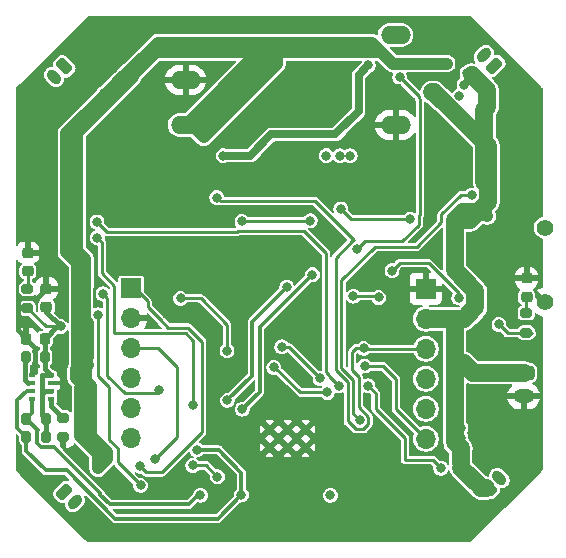
<source format=gbr>
%TF.GenerationSoftware,KiCad,Pcbnew,9.0.0*%
%TF.CreationDate,2025-04-14T11:35:23+05:30*%
%TF.ProjectId,esp32_quad_baro_bootser_nousb_BMP,65737033-325f-4717-9561-645f6261726f,rev?*%
%TF.SameCoordinates,Original*%
%TF.FileFunction,Copper,L2,Bot*%
%TF.FilePolarity,Positive*%
%FSLAX46Y46*%
G04 Gerber Fmt 4.6, Leading zero omitted, Abs format (unit mm)*
G04 Created by KiCad (PCBNEW 9.0.0) date 2025-04-14 11:35:23*
%MOMM*%
%LPD*%
G01*
G04 APERTURE LIST*
G04 Aperture macros list*
%AMRoundRect*
0 Rectangle with rounded corners*
0 $1 Rounding radius*
0 $2 $3 $4 $5 $6 $7 $8 $9 X,Y pos of 4 corners*
0 Add a 4 corners polygon primitive as box body*
4,1,4,$2,$3,$4,$5,$6,$7,$8,$9,$2,$3,0*
0 Add four circle primitives for the rounded corners*
1,1,$1+$1,$2,$3*
1,1,$1+$1,$4,$5*
1,1,$1+$1,$6,$7*
1,1,$1+$1,$8,$9*
0 Add four rect primitives between the rounded corners*
20,1,$1+$1,$2,$3,$4,$5,0*
20,1,$1+$1,$4,$5,$6,$7,0*
20,1,$1+$1,$6,$7,$8,$9,0*
20,1,$1+$1,$8,$9,$2,$3,0*%
%AMHorizOval*
0 Thick line with rounded ends*
0 $1 width*
0 $2 $3 position (X,Y) of the first rounded end (center of the circle)*
0 $4 $5 position (X,Y) of the second rounded end (center of the circle)*
0 Add line between two ends*
20,1,$1,$2,$3,$4,$5,0*
0 Add two circle primitives to create the rounded ends*
1,1,$1,$2,$3*
1,1,$1,$4,$5*%
G04 Aperture macros list end*
%TA.AperFunction,ComponentPad*%
%ADD10O,2.540000X1.524000*%
%TD*%
%TA.AperFunction,ComponentPad*%
%ADD11RoundRect,0.250000X-0.650000X0.350000X-0.650000X-0.350000X0.650000X-0.350000X0.650000X0.350000X0*%
%TD*%
%TA.AperFunction,ComponentPad*%
%ADD12O,1.800000X1.200000*%
%TD*%
%TA.AperFunction,HeatsinkPad*%
%ADD13C,0.600000*%
%TD*%
%TA.AperFunction,ComponentPad*%
%ADD14C,1.400000*%
%TD*%
%TA.AperFunction,ComponentPad*%
%ADD15RoundRect,0.225000X-0.176777X0.494975X-0.494975X0.176777X0.176777X-0.494975X0.494975X-0.176777X0*%
%TD*%
%TA.AperFunction,ComponentPad*%
%ADD16HorizOval,0.900000X-0.176777X0.176777X0.176777X-0.176777X0*%
%TD*%
%TA.AperFunction,ComponentPad*%
%ADD17RoundRect,0.225000X0.176777X-0.494975X0.494975X-0.176777X-0.176777X0.494975X-0.494975X0.176777X0*%
%TD*%
%TA.AperFunction,ComponentPad*%
%ADD18R,1.700000X1.700000*%
%TD*%
%TA.AperFunction,ComponentPad*%
%ADD19O,1.700000X1.700000*%
%TD*%
%TA.AperFunction,ComponentPad*%
%ADD20RoundRect,0.225000X0.494975X0.176777X0.176777X0.494975X-0.494975X-0.176777X-0.176777X-0.494975X0*%
%TD*%
%TA.AperFunction,ComponentPad*%
%ADD21HorizOval,0.900000X0.176777X0.176777X-0.176777X-0.176777X0*%
%TD*%
%TA.AperFunction,ComponentPad*%
%ADD22RoundRect,0.225000X-0.494975X-0.176777X-0.176777X-0.494975X0.494975X0.176777X0.176777X0.494975X0*%
%TD*%
%TA.AperFunction,ComponentPad*%
%ADD23HorizOval,0.900000X-0.176777X-0.176777X0.176777X0.176777X0*%
%TD*%
%TA.AperFunction,SMDPad,CuDef*%
%ADD24R,0.500000X0.350000*%
%TD*%
%TA.AperFunction,SMDPad,CuDef*%
%ADD25RoundRect,0.225000X0.225000X0.250000X-0.225000X0.250000X-0.225000X-0.250000X0.225000X-0.250000X0*%
%TD*%
%TA.AperFunction,SMDPad,CuDef*%
%ADD26RoundRect,0.218750X-0.256250X0.218750X-0.256250X-0.218750X0.256250X-0.218750X0.256250X0.218750X0*%
%TD*%
%TA.AperFunction,SMDPad,CuDef*%
%ADD27RoundRect,0.200000X-0.200000X-0.275000X0.200000X-0.275000X0.200000X0.275000X-0.200000X0.275000X0*%
%TD*%
%TA.AperFunction,SMDPad,CuDef*%
%ADD28RoundRect,0.200000X0.275000X-0.200000X0.275000X0.200000X-0.275000X0.200000X-0.275000X-0.200000X0*%
%TD*%
%TA.AperFunction,SMDPad,CuDef*%
%ADD29RoundRect,0.225000X0.250000X-0.225000X0.250000X0.225000X-0.250000X0.225000X-0.250000X-0.225000X0*%
%TD*%
%TA.AperFunction,SMDPad,CuDef*%
%ADD30RoundRect,0.200000X-0.275000X0.200000X-0.275000X-0.200000X0.275000X-0.200000X0.275000X0.200000X0*%
%TD*%
%TA.AperFunction,ViaPad*%
%ADD31C,0.800000*%
%TD*%
%TA.AperFunction,Conductor*%
%ADD32C,0.250000*%
%TD*%
%TA.AperFunction,Conductor*%
%ADD33C,0.400000*%
%TD*%
%TA.AperFunction,Conductor*%
%ADD34C,0.700000*%
%TD*%
%TA.AperFunction,Conductor*%
%ADD35C,0.300000*%
%TD*%
%TA.AperFunction,Conductor*%
%ADD36C,1.524000*%
%TD*%
%TA.AperFunction,Conductor*%
%ADD37C,1.016000*%
%TD*%
G04 APERTURE END LIST*
D10*
%TO.P,U2,1,GND*%
%TO.N,GND*%
X122967000Y-69660000D03*
%TO.P,U2,2,Vin*%
%TO.N,VDD*%
X122967000Y-73470000D03*
%TO.P,U2,3,GND*%
%TO.N,GND*%
X140747000Y-73470000D03*
%TO.P,U2,4,Vout*%
%TO.N,+BATT*%
X140747000Y-65850000D03*
%TD*%
D11*
%TO.P,J1,1,Pin_1*%
%TO.N,VDD*%
X151590000Y-94450000D03*
D12*
%TO.P,J1,2,Pin_2*%
%TO.N,GND*%
X151590000Y-96450000D03*
%TD*%
D13*
%TO.P,U8,39,GND*%
%TO.N,GND*%
X133133110Y-100773950D03*
X133133110Y-99248950D03*
X131608110Y-100773950D03*
X131608110Y-99248950D03*
X130083110Y-100773950D03*
X130083110Y-99248950D03*
%TD*%
D14*
%TO.P,SW1,4,4*%
%TO.N,GND*%
X153390000Y-88460000D03*
%TO.P,SW1,5*%
%TO.N,N/C*%
X153390000Y-82160000D03*
%TD*%
D15*
%TO.P,J5,1,Pin_1*%
%TO.N,VDD*%
X112697260Y-68502530D03*
D16*
%TO.P,J5,2,Pin_2*%
%TO.N,Net-(D3-A)*%
X111813377Y-69386413D03*
%TD*%
D17*
%TO.P,J4,1,Pin_1*%
%TO.N,VDD*%
X148656117Y-104223883D03*
D16*
%TO.P,J4,2,Pin_2*%
%TO.N,Net-(D5-A)*%
X149540000Y-103340000D03*
%TD*%
D18*
%TO.P,J8,1,Pin_1*%
%TO.N,+3V3*%
X118358920Y-87313770D03*
D19*
%TO.P,J8,2,Pin_2*%
%TO.N,GND*%
X118358920Y-89853770D03*
%TO.P,J8,3,Pin_3*%
%TO.N,/SCL*%
X118358920Y-92393770D03*
%TO.P,J8,4,Pin_4*%
%TO.N,/SDA*%
X118358920Y-94933770D03*
%TO.P,J8,5,Pin_5*%
%TO.N,unconnected-(J8-Pin_5-Pad5)*%
X118358920Y-97473770D03*
%TO.P,J8,6,Pin_6*%
%TO.N,unconnected-(J8-Pin_6-Pad6)*%
X118358920Y-100013770D03*
%TD*%
D20*
%TO.P,J6,1,Pin_1*%
%TO.N,Net-(D4-A)*%
X149100540Y-68442840D03*
D21*
%TO.P,J6,2,Pin_2*%
%TO.N,VDD*%
X148216657Y-67558957D03*
%TD*%
D22*
%TO.P,J2,1,Pin_1*%
%TO.N,Net-(D2-A)*%
X112712500Y-104505760D03*
D23*
%TO.P,J2,2,Pin_2*%
%TO.N,VDD*%
X113596383Y-105389643D03*
%TD*%
D18*
%TO.P,J9,1,Pin_1*%
%TO.N,GND*%
X143302990Y-87341710D03*
D19*
%TO.P,J9,2,Pin_2*%
%TO.N,VDD*%
X143302990Y-89881710D03*
%TO.P,J9,3,Pin_3*%
%TO.N,/SRV_2*%
X143302990Y-92421710D03*
%TO.P,J9,4,Pin_4*%
%TO.N,/RX*%
X143302990Y-94961710D03*
%TO.P,J9,5,Pin_5*%
%TO.N,/TX*%
X143302990Y-97501710D03*
%TO.P,J9,6,Pin_6*%
%TO.N,/IO0*%
X143302990Y-100041710D03*
%TD*%
D24*
%TO.P,U1,1,GND*%
%TO.N,GND*%
X110000000Y-94680000D03*
%TO.P,U1,2,CSB*%
%TO.N,Net-(U1-CSB)*%
X110000000Y-95330000D03*
%TO.P,U1,3,SDI*%
%TO.N,/SDA*%
X110000000Y-95980000D03*
%TO.P,U1,4,SCK*%
%TO.N,/SCL*%
X110000000Y-96630000D03*
%TO.P,U1,5,SDO*%
%TO.N,Net-(U1-SDO)*%
X111600000Y-96630000D03*
%TO.P,U1,6,VDDIO*%
%TO.N,+3V3*%
X111600000Y-95980000D03*
%TO.P,U1,7,GND*%
%TO.N,GND*%
X111600000Y-95330000D03*
%TO.P,U1,8,VDD*%
%TO.N,+3V3*%
X111600000Y-94680000D03*
%TD*%
D25*
%TO.P,C7,1*%
%TO.N,+3V3*%
X111040000Y-91610000D03*
%TO.P,C7,2*%
%TO.N,GND*%
X109490000Y-91610000D03*
%TD*%
D26*
%TO.P,LED7,1,K*%
%TO.N,GND*%
X109610000Y-84275000D03*
%TO.P,LED7,2,A*%
%TO.N,Net-(LED7-A)*%
X109610000Y-85850000D03*
%TD*%
D27*
%TO.P,R4,1*%
%TO.N,/SDA*%
X109490000Y-99890000D03*
%TO.P,R4,2*%
%TO.N,+3V3*%
X111140000Y-99890000D03*
%TD*%
D28*
%TO.P,R5,1*%
%TO.N,GND*%
X112620000Y-99900000D03*
%TO.P,R5,2*%
%TO.N,Net-(U1-SDO)*%
X112620000Y-98250000D03*
%TD*%
D29*
%TO.P,C6,1*%
%TO.N,+3V3*%
X111190000Y-88870000D03*
%TO.P,C6,2*%
%TO.N,GND*%
X111190000Y-87320000D03*
%TD*%
D30*
%TO.P,R30,1*%
%TO.N,Net-(LED7-A)*%
X109580000Y-87330000D03*
%TO.P,R30,2*%
%TO.N,+3V3*%
X109580000Y-88980000D03*
%TD*%
%TO.P,R31,1*%
%TO.N,Net-(LED8-A)*%
X151810000Y-89395000D03*
%TO.P,R31,2*%
%TO.N,+3V3*%
X151810000Y-91045000D03*
%TD*%
D26*
%TO.P,LED8,1,K*%
%TO.N,GND*%
X151840000Y-86440000D03*
%TO.P,LED8,2,A*%
%TO.N,Net-(LED8-A)*%
X151840000Y-88015000D03*
%TD*%
D27*
%TO.P,R6,1*%
%TO.N,/SCL*%
X109480000Y-98340000D03*
%TO.P,R6,2*%
%TO.N,+3V3*%
X111130000Y-98340000D03*
%TD*%
%TO.P,R3,1*%
%TO.N,Net-(U1-CSB)*%
X109420000Y-93140000D03*
%TO.P,R3,2*%
%TO.N,+3V3*%
X111070000Y-93140000D03*
%TD*%
D31*
%TO.N,VBUS*%
X136897110Y-76071730D03*
X136025890Y-76071730D03*
X134879080Y-76056490D03*
%TO.N,GND*%
X143268700Y-102668070D03*
X131040000Y-72530000D03*
X142270000Y-102690000D03*
X123240000Y-83940000D03*
X120860000Y-88740000D03*
X124830000Y-80700000D03*
X146378930Y-107776010D03*
X124160000Y-81490000D03*
X143660000Y-80950000D03*
X141210000Y-86740000D03*
X112330000Y-93710000D03*
X152270000Y-71380000D03*
X134806690Y-82141060D03*
X144560000Y-74710000D03*
X143710000Y-74690000D03*
X151960000Y-100730000D03*
X117470000Y-84830000D03*
X124380000Y-86470000D03*
X117040000Y-103290000D03*
X123210000Y-89300000D03*
X117410000Y-104260000D03*
X124230000Y-83940000D03*
X112550000Y-91870000D03*
X112490000Y-88310000D03*
X141150000Y-76120000D03*
X120180000Y-86140000D03*
X133060000Y-72460000D03*
X116490000Y-104450000D03*
X124270000Y-84900000D03*
X109320000Y-79630000D03*
X132020000Y-72500000D03*
X123280000Y-84940000D03*
X112620000Y-87120000D03*
X151360000Y-99860000D03*
%TO.N,+3V3*%
X133530340Y-81572100D03*
X149500000Y-90360000D03*
X140450000Y-85800000D03*
X119120000Y-102360000D03*
X146110000Y-88110000D03*
X112393400Y-90530000D03*
X127746031Y-81642652D03*
X135230000Y-104820000D03*
%TO.N,+BATT*%
X138441183Y-68416600D03*
X126160000Y-76056490D03*
%TO.N,/SDA*%
X127763270Y-97528380D03*
X123916440Y-100972620D03*
X133703060Y-86141560D03*
X127697230Y-104787700D03*
%TO.N,/SCL*%
X120370000Y-101780000D03*
X126498350Y-96784160D03*
X131537320Y-87197320D03*
X124220000Y-104811450D03*
%TO.N,/SRV_2*%
X125620000Y-79620000D03*
X138050000Y-92380000D03*
%TO.N,Net-(LED1-A)*%
X137460000Y-84000000D03*
X141097959Y-69411800D03*
%TO.N,/LED_1*%
X115570000Y-89540000D03*
X119160000Y-103980000D03*
%TO.N,/LED_2*%
X120702070Y-95929450D03*
X115980845Y-87763985D03*
%TO.N,/LED_3*%
X123621800Y-97194370D03*
X115480000Y-83000000D03*
%TO.N,/RX*%
X134350000Y-94930000D03*
X123587510Y-102293420D03*
X125670000Y-103250000D03*
X131110000Y-92250000D03*
%TO.N,/TX*%
X137180000Y-87960000D03*
X139310000Y-88070000D03*
%TO.N,/IO0*%
X122539760Y-88145620D03*
X130440000Y-94000000D03*
X138120000Y-93880000D03*
X126480000Y-92570000D03*
X134970000Y-96110000D03*
%TO.N,/MOT_2*%
X135945600Y-95556704D03*
X115470000Y-81680000D03*
%TO.N,/MOT_3*%
X147176600Y-79416910D03*
X137699750Y-98478340D03*
%TO.N,/MOT_4*%
X138410000Y-95550000D03*
X144580000Y-102530000D03*
%TO.N,LDO_EN*%
X136113520Y-80580230D03*
X141950000Y-81460000D03*
%TO.N,VDD*%
X143830000Y-70710000D03*
X113700000Y-94790000D03*
X145083530Y-68275200D03*
X146281628Y-99105232D03*
X130730000Y-66490000D03*
X146790000Y-69080000D03*
X146281628Y-99962482D03*
X145750000Y-83070000D03*
X143346170Y-68275200D03*
X147410000Y-103460000D03*
X114309510Y-95480490D03*
X144590000Y-71320000D03*
X146270000Y-100830000D03*
X114015540Y-93820000D03*
X115580000Y-102480000D03*
X146150000Y-70990000D03*
X148130000Y-80810000D03*
X116154200Y-70899020D03*
X129810000Y-67280000D03*
X117434360Y-69618860D03*
X115950000Y-101630000D03*
X130720000Y-67280000D03*
X144240000Y-68275200D03*
X128970000Y-66490000D03*
X148630000Y-80210000D03*
X129810000Y-66490000D03*
X128970000Y-67280000D03*
X146281628Y-102149422D03*
X116801265Y-70251955D03*
X146540000Y-70070000D03*
%TD*%
D32*
%TO.N,GND*%
X116269940Y-104450000D02*
X116490000Y-104450000D01*
X112620000Y-100800060D02*
X116269940Y-104450000D01*
X112620000Y-99900000D02*
X112620000Y-100800060D01*
D33*
X109490000Y-91610000D02*
X110260000Y-92380000D01*
D32*
X120180000Y-87670000D02*
X120180000Y-86140000D01*
D33*
X111190000Y-87320000D02*
X110380000Y-88130000D01*
D32*
X120860000Y-88740000D02*
X120728524Y-88608524D01*
D33*
X110380000Y-88130000D02*
X108910000Y-88130000D01*
X108751400Y-88288600D02*
X108751400Y-90871400D01*
D32*
X120728524Y-88218524D02*
X120180000Y-87670000D01*
X143660000Y-80950000D02*
X143710000Y-80900000D01*
X110260000Y-94420000D02*
X110000000Y-94680000D01*
X121810000Y-89300000D02*
X123210000Y-89300000D01*
X143710000Y-80900000D02*
X143710000Y-74690000D01*
X120860000Y-88740000D02*
X121202200Y-89082200D01*
X121592200Y-89082200D02*
X121810000Y-89300000D01*
D33*
X108910000Y-88130000D02*
X108751400Y-88288600D01*
X110260000Y-92380000D02*
X110260000Y-94420000D01*
D32*
X121202200Y-89082200D02*
X121592200Y-89082200D01*
D33*
X108751400Y-90871400D02*
X109490000Y-91610000D01*
D32*
X120728524Y-88608524D02*
X120728524Y-88218524D01*
%TO.N,+3V3*%
X121492310Y-90622310D02*
X123187582Y-90622310D01*
X124375400Y-99447908D02*
X120943308Y-102880000D01*
D33*
X110800000Y-96220000D02*
X110800000Y-98010000D01*
D32*
X127786103Y-81602580D02*
X133499860Y-81602580D01*
D33*
X111040000Y-91610000D02*
X111040000Y-93110000D01*
D32*
X140450000Y-85800000D02*
X141090000Y-85160000D01*
X119750000Y-88400000D02*
X119750000Y-88865752D01*
X111190000Y-88870000D02*
X111190000Y-89326600D01*
X119120000Y-102360000D02*
X119130000Y-102220000D01*
X119640000Y-102880000D02*
X119120000Y-102360000D01*
X124375400Y-91810128D02*
X124375400Y-99447908D01*
X111040000Y-93110000D02*
X111070000Y-93140000D01*
X111130000Y-99880000D02*
X111140000Y-99890000D01*
X110850000Y-94680000D02*
X110800000Y-94730000D01*
X112090000Y-90530000D02*
X112393400Y-90530000D01*
D33*
X110800000Y-98010000D02*
X111130000Y-98340000D01*
X111600000Y-95980000D02*
X111040000Y-95980000D01*
D32*
X118663770Y-87313770D02*
X119750000Y-88400000D01*
D33*
X111070000Y-94150000D02*
X111600000Y-94680000D01*
D32*
X135230000Y-104820000D02*
X135230000Y-104885000D01*
X146110000Y-88110000D02*
X146000000Y-88110000D01*
X146110000Y-87721090D02*
X146110000Y-88110000D01*
D33*
X111190000Y-89326600D02*
X112393400Y-90530000D01*
D32*
X118358920Y-87313770D02*
X118663770Y-87313770D01*
X120943308Y-102880000D02*
X119640000Y-102880000D01*
X120880000Y-89995752D02*
X120880000Y-90010000D01*
X141090000Y-85160000D02*
X143548910Y-85160000D01*
D33*
X111130000Y-98340000D02*
X111130000Y-99880000D01*
D32*
X133499860Y-81602580D02*
X133530340Y-81572100D01*
X120880000Y-90010000D02*
X121492310Y-90622310D01*
X119750000Y-88865752D02*
X120880000Y-89995752D01*
D33*
X110800000Y-94730000D02*
X110800000Y-96220000D01*
D32*
X127746031Y-81642652D02*
X127786103Y-81602580D01*
X111130000Y-90530000D02*
X109580000Y-88980000D01*
X149500000Y-90360000D02*
X150250000Y-91110000D01*
D33*
X111040000Y-91580000D02*
X112090000Y-90530000D01*
D32*
X150250000Y-91110000D02*
X152280000Y-91110000D01*
X123187582Y-90622310D02*
X124375400Y-91810128D01*
X143548910Y-85160000D02*
X146110000Y-87721090D01*
D33*
X111070000Y-93140000D02*
X111070000Y-94150000D01*
X111600000Y-94680000D02*
X110850000Y-94680000D01*
D32*
X111040000Y-91610000D02*
X111040000Y-91580000D01*
X151760000Y-91095000D02*
X151810000Y-91045000D01*
X112393400Y-90530000D02*
X111130000Y-90530000D01*
D34*
%TO.N,+BATT*%
X138441183Y-68416600D02*
X137613813Y-69243970D01*
X130240000Y-74270000D02*
X128453510Y-76056490D01*
X137613813Y-69243970D02*
X137613813Y-72314273D01*
X137613813Y-72314273D02*
X135658086Y-74270000D01*
X135658086Y-74270000D02*
X130240000Y-74270000D01*
X128453510Y-76056490D02*
X126160000Y-76056490D01*
D35*
%TO.N,/SDA*%
X129230120Y-90614500D02*
X129230120Y-95039180D01*
X108722550Y-96775250D02*
X109517800Y-95980000D01*
X129230120Y-95039180D02*
X129230120Y-96061530D01*
X129230120Y-96061530D02*
X127763270Y-97528380D01*
X133703060Y-86141560D02*
X129230120Y-90614500D01*
X117013600Y-106813600D02*
X125671330Y-106813600D01*
X127697230Y-102896670D02*
X125779530Y-100978970D01*
X109490000Y-99890000D02*
X109490000Y-101070000D01*
X109517800Y-95980000D02*
X110000000Y-95980000D01*
X111140000Y-102720000D02*
X112920000Y-102720000D01*
D32*
X123922790Y-100978970D02*
X123916440Y-100972620D01*
D35*
X125779530Y-100978970D02*
X123922790Y-100978970D01*
X109490000Y-99890000D02*
X108722550Y-99122550D01*
X125671330Y-106813600D02*
X127697230Y-104787700D01*
X112920000Y-102720000D02*
X117013600Y-106813600D01*
X127697230Y-104787700D02*
X127697230Y-102896670D01*
X108722550Y-99122550D02*
X108722550Y-96775250D01*
X109490000Y-101070000D02*
X111140000Y-102720000D01*
%TO.N,/SCL*%
X111858600Y-100718600D02*
X115736400Y-104596400D01*
D32*
X122260000Y-99890000D02*
X122260000Y-93980000D01*
D35*
X110705150Y-100718600D02*
X111858600Y-100718600D01*
X110000000Y-96630000D02*
X110000000Y-97820000D01*
X116554248Y-105580000D02*
X123270000Y-105580000D01*
X131537320Y-87197320D02*
X128600200Y-90134440D01*
X128600200Y-90134440D02*
X128600200Y-94682310D01*
X110453275Y-99313275D02*
X110386400Y-99380150D01*
D32*
X131537320Y-87197320D02*
X131511040Y-87223600D01*
D35*
X123270000Y-105580000D02*
X124060000Y-104790000D01*
X109480000Y-98340000D02*
X110453275Y-99313275D01*
X128600200Y-94682310D02*
X126498350Y-96784160D01*
X115736400Y-104762152D02*
X116554248Y-105580000D01*
X110000000Y-97820000D02*
X109480000Y-98340000D01*
D32*
X122260000Y-93980000D02*
X120673770Y-92393770D01*
X120370000Y-101780000D02*
X122260000Y-99890000D01*
X120673770Y-92393770D02*
X118358920Y-92393770D01*
D35*
X115736400Y-104596400D02*
X115736400Y-104762152D01*
X110386400Y-99380150D02*
X110386400Y-100399850D01*
X110386400Y-100399850D02*
X110705150Y-100718600D01*
D32*
%TO.N,/SRV_2*%
X135690000Y-94235352D02*
X136699200Y-95244552D01*
X135690000Y-84704248D02*
X135690000Y-94235352D01*
X137060000Y-94251668D02*
X137060000Y-92720000D01*
X136699200Y-98543542D02*
X137387598Y-99231940D01*
X138011902Y-99231940D02*
X138453350Y-98790492D01*
X137656400Y-94848067D02*
X137060000Y-94251668D01*
X137220634Y-83200634D02*
X137174868Y-83246400D01*
X137147848Y-83246400D02*
X135690000Y-84704248D01*
X136699200Y-95244552D02*
X136699200Y-98543542D01*
X137387598Y-99231940D02*
X138011902Y-99231940D01*
X138050000Y-92380000D02*
X138091710Y-92421710D01*
X137400000Y-92380000D02*
X138050000Y-92380000D01*
X138091710Y-92421710D02*
X143302990Y-92421710D01*
X125620000Y-79620000D02*
X125928000Y-79928000D01*
X138453350Y-98790492D02*
X138453350Y-98166188D01*
X137656400Y-97369238D02*
X137656400Y-94848067D01*
X137060000Y-92720000D02*
X137400000Y-92380000D01*
X138453350Y-98166188D02*
X137656400Y-97369238D01*
X125928000Y-79928000D02*
X133948000Y-79928000D01*
X138050000Y-92380000D02*
X138290000Y-92380000D01*
X137174868Y-83246400D02*
X137147848Y-83246400D01*
X133948000Y-79928000D02*
X137220634Y-83200634D01*
%TO.N,Net-(LED1-A)*%
X138128600Y-83331400D02*
X137460000Y-84000000D01*
X142703600Y-81147848D02*
X142703600Y-81916400D01*
X142714400Y-71028241D02*
X142714400Y-71172097D01*
X141097959Y-69411800D02*
X142714400Y-71028241D01*
X142810000Y-71267697D02*
X142810000Y-81041448D01*
X141288600Y-83331400D02*
X138128600Y-83331400D01*
X142703600Y-81916400D02*
X141288600Y-83331400D01*
X142714400Y-71172097D02*
X142810000Y-71267697D01*
X142810000Y-81041448D02*
X142703600Y-81147848D01*
%TO.N,/LED_1*%
X117212650Y-100814164D02*
X116507260Y-100108774D01*
X115554760Y-89555240D02*
X115570000Y-89540000D01*
X117212650Y-102032650D02*
X117212650Y-100814164D01*
X116507260Y-100108774D02*
X116507260Y-95697040D01*
X115554760Y-94744540D02*
X115554760Y-89555240D01*
X119160000Y-103980000D02*
X117212650Y-102032650D01*
X116507260Y-95697040D02*
X115554760Y-94744540D01*
%TO.N,/LED_2*%
X117807740Y-96198690D02*
X120432830Y-96198690D01*
X116333270Y-94724220D02*
X117807740Y-96198690D01*
X116333270Y-88116410D02*
X116333270Y-94724220D01*
X120432830Y-96198690D02*
X120702070Y-95929450D01*
X115980845Y-87763985D02*
X116333270Y-88116410D01*
%TO.N,/LED_3*%
X123621800Y-91733370D02*
X123621800Y-97194370D01*
X115880000Y-83400000D02*
X115880000Y-86008330D01*
X115480000Y-83000000D02*
X115880000Y-83400000D01*
X116949220Y-91069220D02*
X116980910Y-91100910D01*
X115880000Y-86008330D02*
X116949220Y-87077550D01*
X122989340Y-91100910D02*
X123621800Y-91733370D01*
X116949220Y-87077550D02*
X116949220Y-91069220D01*
X116980910Y-91100910D02*
X122989340Y-91100910D01*
%TO.N,/RX*%
X131120000Y-92270000D02*
X131140000Y-92270000D01*
X125670000Y-103250000D02*
X124713420Y-102293420D01*
X131160000Y-92270000D02*
X131110000Y-92250000D01*
X134350000Y-94930000D02*
X131690000Y-92270000D01*
X124713420Y-102293420D02*
X123587510Y-102293420D01*
X131110000Y-92250000D02*
X131120000Y-92270000D01*
X131690000Y-92270000D02*
X131160000Y-92270000D01*
%TO.N,/TX*%
X137180000Y-87960000D02*
X139200000Y-87960000D01*
X139200000Y-87960000D02*
X139310000Y-88070000D01*
%TO.N,/IO0*%
X138540000Y-93910000D02*
X139711280Y-93910000D01*
X138120000Y-93880000D02*
X138540000Y-93910000D01*
X140770000Y-97508720D02*
X143302990Y-100041710D01*
X134970000Y-96110000D02*
X132690000Y-96110000D01*
X139711280Y-93910000D02*
X140770000Y-94968720D01*
X130440000Y-94000000D02*
X130680000Y-94100000D01*
X126480000Y-92570000D02*
X126480000Y-90390000D01*
X138480000Y-93910000D02*
X138510000Y-93910000D01*
X140770000Y-94968720D02*
X140770000Y-97508720D01*
X138120000Y-93880000D02*
X138480000Y-93910000D01*
X126480000Y-90390000D02*
X124235620Y-88145620D01*
X124235620Y-88145620D02*
X122539760Y-88145620D01*
X132690000Y-96110000D02*
X130440000Y-94000000D01*
%TO.N,/MOT_2*%
X127308790Y-82520000D02*
X127378790Y-82450000D01*
X116310000Y-82520000D02*
X127308790Y-82520000D01*
X132961710Y-82450000D02*
X134860000Y-84348290D01*
X127378790Y-82450000D02*
X132961710Y-82450000D01*
X115470000Y-81680000D02*
X116310000Y-82520000D01*
X135103600Y-94617848D02*
X135103600Y-94714704D01*
X134860000Y-94374248D02*
X135103600Y-94617848D01*
X135103600Y-94714704D02*
X135945600Y-95556704D01*
X134860000Y-84348290D02*
X134860000Y-94374248D01*
%TO.N,/MOT_3*%
X144634400Y-81047904D02*
X144634400Y-81712152D01*
X136168600Y-86631400D02*
X136168600Y-94037110D01*
X136168600Y-94037110D02*
X137177800Y-95046310D01*
X146265394Y-79416910D02*
X144634400Y-81047904D01*
X138990000Y-83810000D02*
X136168600Y-86631400D01*
X144634400Y-81712152D02*
X142536552Y-83810000D01*
X147176600Y-79416910D02*
X146265394Y-79416910D01*
X142536552Y-83810000D02*
X138990000Y-83810000D01*
X137177800Y-97956390D02*
X137699750Y-98478340D01*
X137177800Y-95046310D02*
X137177800Y-97956390D01*
%TO.N,/MOT_4*%
X141530000Y-101810000D02*
X143880000Y-101810000D01*
X144600000Y-102530000D02*
X144580000Y-102510000D01*
X141530000Y-99970868D02*
X141530000Y-101810000D01*
X144580000Y-102530000D02*
X144600000Y-102530000D01*
X139059960Y-97500828D02*
X141530000Y-99970868D01*
X143880000Y-101810000D02*
X144580000Y-102510000D01*
X139059960Y-96199960D02*
X139059960Y-97500828D01*
X144580000Y-102510000D02*
X144580000Y-102530000D01*
X139059960Y-96199960D02*
X138410000Y-95550000D01*
%TO.N,LDO_EN*%
X136993290Y-81460000D02*
X136113520Y-80580230D01*
X141950000Y-81460000D02*
X136993290Y-81460000D01*
%TO.N,Net-(LED7-A)*%
X109610000Y-87300000D02*
X109580000Y-87330000D01*
X109610000Y-85850000D02*
X109610000Y-87300000D01*
%TO.N,Net-(LED8-A)*%
X151810000Y-89395000D02*
X151810000Y-88045000D01*
X151810000Y-88045000D02*
X151840000Y-88015000D01*
D36*
%TO.N,VDD*%
X148386567Y-104223883D02*
X148372684Y-104210000D01*
D37*
X124280000Y-73470000D02*
X122967000Y-73470000D01*
X140544860Y-68275200D02*
X138759660Y-66490000D01*
D36*
X145760000Y-90443490D02*
X145760000Y-93640000D01*
D37*
X118493540Y-69223890D02*
X118177310Y-68907660D01*
D36*
X145750000Y-83070000D02*
X145750000Y-85783394D01*
D37*
X114015540Y-93820000D02*
X114680000Y-93820000D01*
X114460000Y-87070000D02*
X114460000Y-84800000D01*
X130730000Y-66490000D02*
X120594970Y-66490000D01*
X138759660Y-66490000D02*
X130730000Y-66490000D01*
D36*
X148130000Y-80810000D02*
X147750116Y-80810000D01*
D37*
X148130000Y-80810000D02*
X148503269Y-81183269D01*
X113780000Y-85126816D02*
X114121592Y-85468408D01*
X113700000Y-94870980D02*
X114309510Y-95480490D01*
X145083530Y-68275200D02*
X140544860Y-68275200D01*
D36*
X145750000Y-81510000D02*
X145750000Y-83070000D01*
D37*
X120437430Y-67280000D02*
X118493540Y-69223890D01*
X146281628Y-102149422D02*
X146281628Y-102483138D01*
X113700000Y-94790000D02*
X113700000Y-94135540D01*
X114460000Y-84800000D02*
X113867956Y-84207956D01*
X113800000Y-85146816D02*
X112861140Y-84207956D01*
X128970000Y-66490000D02*
X128970000Y-67467000D01*
D36*
X147310000Y-94450000D02*
X151590000Y-94450000D01*
D37*
X120594970Y-66490000D02*
X118177310Y-68907660D01*
X117434360Y-69618860D02*
X116801265Y-70251955D01*
X113867956Y-84207956D02*
X112861140Y-84207956D01*
X130720000Y-68280000D02*
X124500000Y-74500000D01*
D36*
X145750000Y-85783394D02*
X147500600Y-87533994D01*
X148567200Y-78569584D02*
X148567200Y-79992916D01*
D37*
X130720000Y-67280000D02*
X120437430Y-67280000D01*
X143346170Y-68275200D02*
X140544860Y-68275200D01*
X139549660Y-67280000D02*
X130720000Y-67280000D01*
D36*
X148022373Y-104223883D02*
X148386567Y-104223883D01*
D37*
X128970000Y-67467000D02*
X122967000Y-73470000D01*
D36*
X144590000Y-71320000D02*
X143980000Y-70710000D01*
D37*
X114536220Y-95105602D02*
X114997230Y-95566612D01*
X113780000Y-74162220D02*
X113780000Y-77190000D01*
D34*
X148480000Y-71980000D02*
X148480000Y-74250000D01*
D37*
X113800000Y-93604460D02*
X113800000Y-85146816D01*
D36*
X146270000Y-100830000D02*
X146264630Y-100835370D01*
X147050116Y-81510000D02*
X148567200Y-79992916D01*
D37*
X129810000Y-66490000D02*
X129810000Y-67940000D01*
X145083530Y-68275200D02*
X143346170Y-68275200D01*
X116351050Y-101171050D02*
X116351050Y-101738950D01*
X112861140Y-84207956D02*
X112861140Y-74192080D01*
D36*
X147750116Y-80810000D02*
X147752606Y-80807510D01*
D37*
X114433400Y-90010796D02*
X114433400Y-87096600D01*
X129810000Y-67940000D02*
X124280000Y-73470000D01*
X114309510Y-95480490D02*
X114536220Y-95253780D01*
X114997230Y-99817230D02*
X116351050Y-101171050D01*
X114536220Y-95253780D02*
X114536220Y-94340680D01*
D36*
X148480000Y-71980000D02*
X148480000Y-70510890D01*
D37*
X114309510Y-95480490D02*
X114061240Y-95728760D01*
D36*
X148130000Y-80430116D02*
X148130000Y-80810000D01*
X148480000Y-70510890D02*
X147209510Y-69240400D01*
X147500600Y-87533994D02*
X147500600Y-88919400D01*
X146264630Y-100835370D02*
X146264630Y-102072440D01*
X148567200Y-75217200D02*
X148567200Y-79992916D01*
X148567200Y-79992916D02*
X148130000Y-80430116D01*
D37*
X114693160Y-93142380D02*
X114693160Y-90270556D01*
D36*
X144590000Y-71320000D02*
X144670000Y-71320000D01*
D37*
X118493540Y-69223890D02*
X118493540Y-69448680D01*
X115564920Y-102464920D02*
X115580000Y-102480000D01*
X115564920Y-102525080D02*
X115564920Y-102495080D01*
D36*
X146452490Y-80807510D02*
X145750000Y-81510000D01*
X146281628Y-102483138D02*
X148022373Y-104223883D01*
D37*
X114433400Y-87096600D02*
X114460000Y-87070000D01*
X116801265Y-70251955D02*
X116154200Y-70899020D01*
D36*
X146321780Y-89881710D02*
X145760000Y-90443490D01*
D37*
X114536220Y-94340680D02*
X114536220Y-95105602D01*
X116351050Y-101738950D02*
X115564920Y-102525080D01*
X123470000Y-73470000D02*
X122967000Y-73470000D01*
X112861140Y-74192080D02*
X116154200Y-70899020D01*
X113700000Y-94790000D02*
X113700000Y-94870980D01*
X130720000Y-67280000D02*
X130720000Y-68280000D01*
X118145560Y-68907660D02*
X117434360Y-69618860D01*
D36*
X143980000Y-70710000D02*
X143830000Y-70710000D01*
D37*
X113700000Y-94135540D02*
X114015540Y-93820000D01*
X114015540Y-93820000D02*
X113800000Y-93604460D01*
D36*
X146500000Y-93640000D02*
X147310000Y-94450000D01*
D32*
X148797616Y-78800000D02*
X148567200Y-78569584D01*
D37*
X114015540Y-93820000D02*
X114693160Y-93142380D01*
X114997230Y-95566612D02*
X114997230Y-99817230D01*
D36*
X148372684Y-104210000D02*
X147990000Y-104210000D01*
X148480000Y-71980000D02*
X148270000Y-72190000D01*
X145760000Y-100320000D02*
X146270000Y-100830000D01*
X146538290Y-89881710D02*
X143302990Y-89881710D01*
X148270000Y-78272384D02*
X148567200Y-78569584D01*
D37*
X113780000Y-77190000D02*
X113780000Y-85126816D01*
D32*
X114060000Y-76910000D02*
X113780000Y-77190000D01*
D36*
X147752606Y-80807510D02*
X146452490Y-80807510D01*
D37*
X115564920Y-102495080D02*
X115580000Y-102480000D01*
D36*
X147500600Y-88919400D02*
X146538290Y-89881710D01*
D37*
X114061240Y-99823270D02*
X115564920Y-101326950D01*
D36*
X145760000Y-93640000D02*
X145760000Y-97830000D01*
D37*
X118177310Y-68907660D02*
X118145560Y-68907660D01*
X115564920Y-101326950D02*
X115564920Y-102464920D01*
X114693160Y-90270556D02*
X114433400Y-90010796D01*
X140544860Y-68275200D02*
X139549660Y-67280000D01*
D36*
X145760000Y-93640000D02*
X146500000Y-93640000D01*
X148270000Y-72190000D02*
X148270000Y-78272384D01*
X145750000Y-81510000D02*
X147050116Y-81510000D01*
D37*
X114061240Y-95728760D02*
X114061240Y-99823270D01*
D36*
X145760000Y-97830000D02*
X145760000Y-100320000D01*
D37*
X116154200Y-70899020D02*
X116154200Y-70850760D01*
D36*
X144670000Y-71320000D02*
X148567200Y-75217200D01*
D37*
X118493540Y-69448680D02*
X113780000Y-74162220D01*
X124500000Y-74500000D02*
X123470000Y-73470000D01*
D33*
%TO.N,Net-(U1-CSB)*%
X109396400Y-95066400D02*
X109660000Y-95330000D01*
D32*
X109420000Y-93140000D02*
X109396400Y-93163600D01*
X109660000Y-95330000D02*
X110000000Y-95330000D01*
D33*
X109396400Y-93163600D02*
X109396400Y-95066400D01*
%TO.N,Net-(U1-SDO)*%
X111600000Y-97230000D02*
X112620000Y-98250000D01*
X111600000Y-96630000D02*
X111600000Y-97230000D01*
%TO.N,+3V3*%
X111040000Y-95980000D02*
X110800000Y-96220000D01*
%TD*%
%TA.AperFunction,Conductor*%
%TO.N,GND*%
G36*
X147092090Y-64226603D02*
G01*
X147096926Y-64231036D01*
X153174934Y-70309044D01*
X153196674Y-70355664D01*
X153196960Y-70362218D01*
X153196960Y-81189380D01*
X153179367Y-81237718D01*
X153136432Y-81263134D01*
X153118991Y-81266604D01*
X152949907Y-81336641D01*
X152797730Y-81438323D01*
X152797727Y-81438325D01*
X152668325Y-81567727D01*
X152668323Y-81567730D01*
X152566641Y-81719907D01*
X152496604Y-81888991D01*
X152496603Y-81888993D01*
X152460900Y-82068491D01*
X152460900Y-82251508D01*
X152489456Y-82395076D01*
X152496604Y-82431009D01*
X152566642Y-82600094D01*
X152668321Y-82752267D01*
X152668323Y-82752269D01*
X152668325Y-82752272D01*
X152797727Y-82881674D01*
X152797730Y-82881676D01*
X152797733Y-82881679D01*
X152949906Y-82983358D01*
X152993538Y-83001431D01*
X153118985Y-83053394D01*
X153118987Y-83053394D01*
X153118991Y-83053396D01*
X153136430Y-83056864D01*
X153180406Y-83083548D01*
X153196960Y-83130619D01*
X153196960Y-87203289D01*
X153179367Y-87251627D01*
X153134818Y-87277347D01*
X153133525Y-87277563D01*
X153107129Y-87281744D01*
X153107125Y-87281745D01*
X152926299Y-87340499D01*
X152926285Y-87340505D01*
X152756867Y-87426828D01*
X152733218Y-87444008D01*
X153174934Y-87885724D01*
X153196674Y-87932344D01*
X153196960Y-87938898D01*
X153196960Y-88109572D01*
X153144395Y-88139921D01*
X153069921Y-88214395D01*
X153017260Y-88305606D01*
X152990001Y-88407339D01*
X152990001Y-88419211D01*
X152566126Y-87995336D01*
X152544386Y-87948716D01*
X152544100Y-87942162D01*
X152544100Y-87742294D01*
X152544099Y-87742293D01*
X152542337Y-87723501D01*
X152541263Y-87712049D01*
X152503891Y-87605246D01*
X152496675Y-87584622D01*
X152496673Y-87584619D01*
X152494512Y-87581690D01*
X152416505Y-87475995D01*
X152416504Y-87475994D01*
X152385808Y-87453339D01*
X152357364Y-87410480D01*
X152363123Y-87359363D01*
X152400393Y-87323908D01*
X152404658Y-87322275D01*
X152405477Y-87321893D01*
X152550070Y-87232707D01*
X152550074Y-87232704D01*
X152670204Y-87112574D01*
X152670207Y-87112570D01*
X152759391Y-86967981D01*
X152812829Y-86806713D01*
X152812830Y-86806711D01*
X152823000Y-86707166D01*
X152823000Y-86694000D01*
X150857001Y-86694000D01*
X150857001Y-86707167D01*
X150867170Y-86806716D01*
X150920608Y-86967981D01*
X151009792Y-87112570D01*
X151009795Y-87112574D01*
X151129925Y-87232704D01*
X151129929Y-87232707D01*
X151274519Y-87321891D01*
X151278487Y-87323742D01*
X151277840Y-87325129D01*
X151313538Y-87353354D01*
X151323941Y-87403730D01*
X151299529Y-87449009D01*
X151294191Y-87453339D01*
X151263495Y-87475994D01*
X151183326Y-87584619D01*
X151183324Y-87584622D01*
X151138738Y-87712046D01*
X151138736Y-87712055D01*
X151135900Y-87742293D01*
X151135900Y-88287706D01*
X151138736Y-88317944D01*
X151138737Y-88317951D01*
X151149084Y-88347521D01*
X151183324Y-88445377D01*
X151183326Y-88445380D01*
X151263495Y-88554005D01*
X151372120Y-88634174D01*
X151392382Y-88641264D01*
X151402482Y-88644798D01*
X151442297Y-88677368D01*
X151451861Y-88727911D01*
X151426699Y-88772777D01*
X151402483Y-88786758D01*
X151332232Y-88811339D01*
X151332229Y-88811341D01*
X151228153Y-88888153D01*
X151151341Y-88992229D01*
X151151339Y-88992232D01*
X151108619Y-89114321D01*
X151108617Y-89114330D01*
X151105900Y-89143301D01*
X151105900Y-89646698D01*
X151108617Y-89675669D01*
X151108618Y-89675676D01*
X151108619Y-89675678D01*
X151151339Y-89797767D01*
X151151341Y-89797770D01*
X151228153Y-89901847D01*
X151332229Y-89978658D01*
X151332232Y-89978660D01*
X151359242Y-89988111D01*
X151454324Y-90021382D01*
X151483301Y-90024099D01*
X151483304Y-90024100D01*
X151483310Y-90024100D01*
X152136696Y-90024100D01*
X152136697Y-90024099D01*
X152165676Y-90021382D01*
X152287770Y-89978659D01*
X152391847Y-89901847D01*
X152468659Y-89797770D01*
X152511382Y-89675676D01*
X152514099Y-89646697D01*
X152514100Y-89646696D01*
X152514100Y-89464379D01*
X152531693Y-89416041D01*
X152576242Y-89390321D01*
X152626900Y-89399254D01*
X152633502Y-89403541D01*
X152756868Y-89493172D01*
X152926285Y-89579494D01*
X152926299Y-89579500D01*
X153107121Y-89638253D01*
X153107135Y-89638256D01*
X153133523Y-89642436D01*
X153178514Y-89667374D01*
X153196949Y-89715397D01*
X153196960Y-89716710D01*
X153196960Y-102662746D01*
X153179367Y-102711084D01*
X153177539Y-102713182D01*
X152936717Y-102979514D01*
X152933656Y-102982705D01*
X147029899Y-108786347D01*
X146983094Y-108807687D01*
X146977181Y-108807920D01*
X114735843Y-108807920D01*
X114688086Y-108790809D01*
X114465804Y-108608061D01*
X114108721Y-108314487D01*
X114102811Y-108309073D01*
X108984118Y-103090600D01*
X108983661Y-103090129D01*
X108657611Y-102750342D01*
X108618990Y-102710094D01*
X108598217Y-102663035D01*
X108598050Y-102658028D01*
X108598050Y-99715726D01*
X108615643Y-99667388D01*
X108660192Y-99641668D01*
X108710850Y-99650601D01*
X108726424Y-99662552D01*
X108838874Y-99775002D01*
X108860614Y-99821622D01*
X108860900Y-99828176D01*
X108860900Y-100216698D01*
X108863617Y-100245669D01*
X108863618Y-100245676D01*
X108870888Y-100266452D01*
X108906339Y-100367767D01*
X108906341Y-100367770D01*
X108971141Y-100455572D01*
X108983153Y-100471847D01*
X109080356Y-100543586D01*
X109108800Y-100586443D01*
X109110900Y-100604090D01*
X109110900Y-101020091D01*
X109110900Y-101119909D01*
X109125682Y-101175075D01*
X109136735Y-101216326D01*
X109136735Y-101216328D01*
X109186644Y-101302773D01*
X110907224Y-103023353D01*
X110907226Y-103023354D01*
X110907227Y-103023355D01*
X110937764Y-103040985D01*
X110993662Y-103073260D01*
X110993672Y-103073265D01*
X111014045Y-103078723D01*
X111014046Y-103078724D01*
X111014047Y-103078724D01*
X111090091Y-103099100D01*
X112731824Y-103099100D01*
X112780162Y-103116693D01*
X112784998Y-103121126D01*
X113119051Y-103455179D01*
X113140791Y-103501799D01*
X113127477Y-103551486D01*
X113085340Y-103580991D01*
X113034096Y-103576507D01*
X113033252Y-103576107D01*
X113024641Y-103571960D01*
X113024633Y-103571958D01*
X112889278Y-103551556D01*
X112889276Y-103551556D01*
X112753920Y-103571958D01*
X112753913Y-103571960D01*
X112630587Y-103631349D01*
X112606844Y-103651021D01*
X111857761Y-104400104D01*
X111838089Y-104423847D01*
X111778700Y-104547173D01*
X111778698Y-104547180D01*
X111758296Y-104682536D01*
X111758296Y-104682537D01*
X111778698Y-104817893D01*
X111778700Y-104817900D01*
X111838089Y-104941227D01*
X111848201Y-104953431D01*
X111857752Y-104964958D01*
X112253302Y-105360508D01*
X112263492Y-105368951D01*
X112277032Y-105380170D01*
X112353098Y-105416800D01*
X112400363Y-105439561D01*
X112484964Y-105452313D01*
X112535722Y-105459964D01*
X112535723Y-105459964D01*
X112654097Y-105442121D01*
X112704517Y-105452313D01*
X112736590Y-105492530D01*
X112740506Y-105516481D01*
X112740506Y-105633306D01*
X112766603Y-105764508D01*
X112766604Y-105764509D01*
X112815832Y-105883356D01*
X112817795Y-105888095D01*
X112892114Y-105999321D01*
X112892116Y-105999323D01*
X112892118Y-105999326D01*
X112986699Y-106093907D01*
X112986702Y-106093909D01*
X112986705Y-106093912D01*
X113097931Y-106168231D01*
X113221516Y-106219421D01*
X113221517Y-106219422D01*
X113221518Y-106219422D01*
X113221520Y-106219423D01*
X113309380Y-106236899D01*
X113352719Y-106245520D01*
X113352720Y-106245520D01*
X113486493Y-106245520D01*
X113519070Y-106239039D01*
X113617692Y-106219423D01*
X113741281Y-106168231D01*
X113852507Y-106093912D01*
X114300652Y-105645767D01*
X114374971Y-105534541D01*
X114426163Y-105410952D01*
X114452261Y-105279752D01*
X114452261Y-105145980D01*
X114446693Y-105117991D01*
X114438864Y-105078629D01*
X114426163Y-105014780D01*
X114392300Y-104933029D01*
X114390057Y-104881641D01*
X114421372Y-104840831D01*
X114471592Y-104829697D01*
X114514951Y-104851080D01*
X116780826Y-107116955D01*
X116830736Y-107145770D01*
X116867273Y-107166865D01*
X116963691Y-107192700D01*
X116963694Y-107192700D01*
X125721236Y-107192700D01*
X125721239Y-107192700D01*
X125817657Y-107166865D01*
X125904103Y-107116955D01*
X127582231Y-105438825D01*
X127628851Y-105417086D01*
X127635405Y-105416800D01*
X127759192Y-105416800D01*
X127790285Y-105410615D01*
X127880732Y-105392624D01*
X127995221Y-105345201D01*
X128098258Y-105276354D01*
X128185884Y-105188728D01*
X128254731Y-105085691D01*
X128302154Y-104971202D01*
X128326330Y-104849661D01*
X128326330Y-104758038D01*
X134600900Y-104758038D01*
X134600900Y-104881961D01*
X134625075Y-105003498D01*
X134625076Y-105003501D01*
X134665951Y-105102184D01*
X134672499Y-105117991D01*
X134741346Y-105221028D01*
X134741348Y-105221030D01*
X134741350Y-105221033D01*
X134828966Y-105308649D01*
X134828969Y-105308651D01*
X134828972Y-105308654D01*
X134932009Y-105377501D01*
X135046498Y-105424924D01*
X135132953Y-105442121D01*
X135168038Y-105449100D01*
X135168039Y-105449100D01*
X135291962Y-105449100D01*
X135316269Y-105444264D01*
X135413502Y-105424924D01*
X135527991Y-105377501D01*
X135631028Y-105308654D01*
X135718654Y-105221028D01*
X135787501Y-105117991D01*
X135834924Y-105003502D01*
X135859100Y-104881961D01*
X135859100Y-104758039D01*
X135834924Y-104636498D01*
X135787501Y-104522009D01*
X135718654Y-104418972D01*
X135718651Y-104418969D01*
X135718649Y-104418966D01*
X135631033Y-104331350D01*
X135631030Y-104331348D01*
X135631028Y-104331346D01*
X135527991Y-104262499D01*
X135413502Y-104215076D01*
X135413499Y-104215075D01*
X135413498Y-104215075D01*
X135291962Y-104190900D01*
X135291961Y-104190900D01*
X135168039Y-104190900D01*
X135168038Y-104190900D01*
X135046501Y-104215075D01*
X135046498Y-104215076D01*
X134932010Y-104262498D01*
X134828969Y-104331348D01*
X134828966Y-104331350D01*
X134741350Y-104418966D01*
X134741348Y-104418969D01*
X134672498Y-104522010D01*
X134625076Y-104636498D01*
X134625075Y-104636501D01*
X134600900Y-104758038D01*
X128326330Y-104758038D01*
X128326330Y-104725739D01*
X128302154Y-104604198D01*
X128254731Y-104489709D01*
X128185884Y-104386672D01*
X128185881Y-104386669D01*
X128185879Y-104386666D01*
X128098356Y-104299143D01*
X128076616Y-104252523D01*
X128076330Y-104245969D01*
X128076330Y-102846763D01*
X128076330Y-102846761D01*
X128050495Y-102750343D01*
X128050495Y-102750342D01*
X128000585Y-102663897D01*
X128000582Y-102663894D01*
X128000581Y-102663892D01*
X126834265Y-101497576D01*
X129718691Y-101497576D01*
X129718692Y-101497577D01*
X129847420Y-101550897D01*
X129847423Y-101550898D01*
X130003528Y-101581950D01*
X130162692Y-101581950D01*
X130318795Y-101550898D01*
X130447527Y-101497576D01*
X131243691Y-101497576D01*
X131243692Y-101497577D01*
X131372420Y-101550897D01*
X131372423Y-101550898D01*
X131528528Y-101581950D01*
X131687692Y-101581950D01*
X131843795Y-101550898D01*
X131972527Y-101497576D01*
X132768691Y-101497576D01*
X132768692Y-101497577D01*
X132897420Y-101550897D01*
X132897423Y-101550898D01*
X133053528Y-101581950D01*
X133212692Y-101581950D01*
X133368795Y-101550898D01*
X133497527Y-101497576D01*
X133133111Y-101133160D01*
X133133109Y-101133160D01*
X132768691Y-101497576D01*
X131972527Y-101497576D01*
X131608111Y-101133160D01*
X131608109Y-101133160D01*
X131243691Y-101497576D01*
X130447527Y-101497576D01*
X130083111Y-101133160D01*
X130083109Y-101133160D01*
X129718691Y-101497576D01*
X126834265Y-101497576D01*
X126031057Y-100694368D01*
X129275110Y-100694368D01*
X129275110Y-100853531D01*
X129306161Y-101009636D01*
X129306162Y-101009639D01*
X129359482Y-101138367D01*
X129723900Y-100773950D01*
X129723900Y-100773949D01*
X129694064Y-100744113D01*
X129933110Y-100744113D01*
X129933110Y-100803787D01*
X129955946Y-100858918D01*
X129998142Y-100901114D01*
X130053273Y-100923950D01*
X130112947Y-100923950D01*
X130168078Y-100901114D01*
X130210274Y-100858918D01*
X130233110Y-100803787D01*
X130233110Y-100773948D01*
X130442320Y-100773948D01*
X130442320Y-100773951D01*
X130806735Y-101138366D01*
X130830937Y-101133552D01*
X130860281Y-101133552D01*
X130884483Y-101138366D01*
X131248900Y-100773950D01*
X131248900Y-100773949D01*
X131219064Y-100744113D01*
X131458110Y-100744113D01*
X131458110Y-100803787D01*
X131480946Y-100858918D01*
X131523142Y-100901114D01*
X131578273Y-100923950D01*
X131637947Y-100923950D01*
X131693078Y-100901114D01*
X131735274Y-100858918D01*
X131758110Y-100803787D01*
X131758110Y-100773948D01*
X131967320Y-100773948D01*
X131967320Y-100773951D01*
X132331735Y-101138366D01*
X132355937Y-101133552D01*
X132385281Y-101133552D01*
X132409483Y-101138366D01*
X132773900Y-100773950D01*
X132773900Y-100773949D01*
X132744064Y-100744113D01*
X132983110Y-100744113D01*
X132983110Y-100803787D01*
X133005946Y-100858918D01*
X133048142Y-100901114D01*
X133103273Y-100923950D01*
X133162947Y-100923950D01*
X133218078Y-100901114D01*
X133260274Y-100858918D01*
X133283110Y-100803787D01*
X133283110Y-100773948D01*
X133492320Y-100773948D01*
X133492320Y-100773951D01*
X133856736Y-101138367D01*
X133910058Y-101009635D01*
X133941110Y-100853531D01*
X133941110Y-100694368D01*
X133910058Y-100538263D01*
X133910057Y-100538260D01*
X133856737Y-100409532D01*
X133856736Y-100409531D01*
X133492320Y-100773948D01*
X133283110Y-100773948D01*
X133283110Y-100744113D01*
X133260274Y-100688982D01*
X133218078Y-100646786D01*
X133162947Y-100623950D01*
X133103273Y-100623950D01*
X133048142Y-100646786D01*
X133005946Y-100688982D01*
X132983110Y-100744113D01*
X132744064Y-100744113D01*
X132409482Y-100409531D01*
X132385280Y-100414346D01*
X132355938Y-100414346D01*
X132331736Y-100409531D01*
X131967320Y-100773948D01*
X131758110Y-100773948D01*
X131758110Y-100744113D01*
X131735274Y-100688982D01*
X131693078Y-100646786D01*
X131637947Y-100623950D01*
X131578273Y-100623950D01*
X131523142Y-100646786D01*
X131480946Y-100688982D01*
X131458110Y-100744113D01*
X131219064Y-100744113D01*
X130884482Y-100409531D01*
X130860280Y-100414346D01*
X130830938Y-100414346D01*
X130806736Y-100409531D01*
X130442320Y-100773948D01*
X130233110Y-100773948D01*
X130233110Y-100744113D01*
X130210274Y-100688982D01*
X130168078Y-100646786D01*
X130112947Y-100623950D01*
X130053273Y-100623950D01*
X129998142Y-100646786D01*
X129955946Y-100688982D01*
X129933110Y-100744113D01*
X129694064Y-100744113D01*
X129359482Y-100409531D01*
X129306162Y-100538260D01*
X129306161Y-100538263D01*
X129275110Y-100694368D01*
X126031057Y-100694368D01*
X126012303Y-100675614D01*
X125925857Y-100625705D01*
X125919307Y-100623950D01*
X125829439Y-100599870D01*
X125829436Y-100599870D01*
X124463868Y-100599870D01*
X124415530Y-100582277D01*
X124405735Y-100572374D01*
X124405097Y-100571597D01*
X124405094Y-100571592D01*
X124405089Y-100571587D01*
X124405085Y-100571582D01*
X124317473Y-100483970D01*
X124317470Y-100483968D01*
X124317468Y-100483966D01*
X124214431Y-100415119D01*
X124102405Y-100368716D01*
X124064482Y-100333966D01*
X124057767Y-100282966D01*
X124078009Y-100246070D01*
X124351503Y-99972576D01*
X129718691Y-99972576D01*
X129723506Y-99996778D01*
X129723506Y-100026120D01*
X129718691Y-100050322D01*
X130083109Y-100414740D01*
X130083111Y-100414740D01*
X130447526Y-100050323D01*
X130442712Y-100026121D01*
X130442712Y-100023926D01*
X130442142Y-100022887D01*
X130442712Y-99996777D01*
X130447526Y-99972576D01*
X131243691Y-99972576D01*
X131248506Y-99996778D01*
X131248506Y-100026120D01*
X131243691Y-100050322D01*
X131608109Y-100414740D01*
X131608111Y-100414740D01*
X131972526Y-100050323D01*
X131967712Y-100026121D01*
X131967712Y-100023926D01*
X131967142Y-100022887D01*
X131967712Y-99996777D01*
X131972526Y-99972576D01*
X132768691Y-99972576D01*
X132773506Y-99996778D01*
X132773506Y-100026120D01*
X132768691Y-100050322D01*
X133133109Y-100414740D01*
X133133111Y-100414740D01*
X133497526Y-100050323D01*
X133492712Y-100026121D01*
X133492712Y-99996777D01*
X133497526Y-99972575D01*
X133133111Y-99608160D01*
X133133109Y-99608160D01*
X132768691Y-99972576D01*
X131972526Y-99972576D01*
X131972526Y-99972575D01*
X131608111Y-99608160D01*
X131608109Y-99608160D01*
X131243691Y-99972576D01*
X130447526Y-99972576D01*
X130447526Y-99972575D01*
X130083111Y-99608160D01*
X130083109Y-99608160D01*
X129718691Y-99972576D01*
X124351503Y-99972576D01*
X124586628Y-99737451D01*
X124586638Y-99737444D01*
X124658747Y-99665335D01*
X124658751Y-99665331D01*
X124705369Y-99584586D01*
X124716597Y-99542683D01*
X124729501Y-99494526D01*
X124729501Y-99401290D01*
X124729501Y-99396688D01*
X124729500Y-99396670D01*
X124729500Y-99169368D01*
X129275110Y-99169368D01*
X129275110Y-99328531D01*
X129306161Y-99484636D01*
X129306162Y-99484639D01*
X129359482Y-99613367D01*
X129723900Y-99248950D01*
X129723900Y-99248949D01*
X129694064Y-99219113D01*
X129933110Y-99219113D01*
X129933110Y-99278787D01*
X129955946Y-99333918D01*
X129998142Y-99376114D01*
X130053273Y-99398950D01*
X130112947Y-99398950D01*
X130168078Y-99376114D01*
X130210274Y-99333918D01*
X130233110Y-99278787D01*
X130233110Y-99248948D01*
X130442320Y-99248948D01*
X130442320Y-99248951D01*
X130806735Y-99613366D01*
X130830937Y-99608552D01*
X130860281Y-99608552D01*
X130884483Y-99613366D01*
X131248900Y-99248950D01*
X131248900Y-99248949D01*
X131219064Y-99219113D01*
X131458110Y-99219113D01*
X131458110Y-99278787D01*
X131480946Y-99333918D01*
X131523142Y-99376114D01*
X131578273Y-99398950D01*
X131637947Y-99398950D01*
X131693078Y-99376114D01*
X131735274Y-99333918D01*
X131758110Y-99278787D01*
X131758110Y-99248948D01*
X131967320Y-99248948D01*
X131967320Y-99248951D01*
X132331735Y-99613366D01*
X132355937Y-99608552D01*
X132385281Y-99608552D01*
X132409483Y-99613366D01*
X132773900Y-99248950D01*
X132773900Y-99248949D01*
X132744064Y-99219113D01*
X132983110Y-99219113D01*
X132983110Y-99278787D01*
X133005946Y-99333918D01*
X133048142Y-99376114D01*
X133103273Y-99398950D01*
X133162947Y-99398950D01*
X133218078Y-99376114D01*
X133260274Y-99333918D01*
X133283110Y-99278787D01*
X133283110Y-99248948D01*
X133492320Y-99248948D01*
X133492320Y-99248951D01*
X133856736Y-99613367D01*
X133910058Y-99484635D01*
X133941110Y-99328531D01*
X133941110Y-99169368D01*
X133910058Y-99013263D01*
X133910057Y-99013260D01*
X133856737Y-98884532D01*
X133856736Y-98884531D01*
X133492320Y-99248948D01*
X133283110Y-99248948D01*
X133283110Y-99219113D01*
X133260274Y-99163982D01*
X133218078Y-99121786D01*
X133162947Y-99098950D01*
X133103273Y-99098950D01*
X133048142Y-99121786D01*
X133005946Y-99163982D01*
X132983110Y-99219113D01*
X132744064Y-99219113D01*
X132409482Y-98884531D01*
X132385280Y-98889346D01*
X132355938Y-98889346D01*
X132331736Y-98884531D01*
X131967320Y-99248948D01*
X131758110Y-99248948D01*
X131758110Y-99219113D01*
X131735274Y-99163982D01*
X131693078Y-99121786D01*
X131637947Y-99098950D01*
X131578273Y-99098950D01*
X131523142Y-99121786D01*
X131480946Y-99163982D01*
X131458110Y-99219113D01*
X131219064Y-99219113D01*
X130884482Y-98884531D01*
X130860280Y-98889346D01*
X130830938Y-98889346D01*
X130806736Y-98884531D01*
X130442320Y-99248948D01*
X130233110Y-99248948D01*
X130233110Y-99219113D01*
X130210274Y-99163982D01*
X130168078Y-99121786D01*
X130112947Y-99098950D01*
X130053273Y-99098950D01*
X129998142Y-99121786D01*
X129955946Y-99163982D01*
X129933110Y-99219113D01*
X129694064Y-99219113D01*
X129359482Y-98884531D01*
X129306162Y-99013260D01*
X129306161Y-99013263D01*
X129275110Y-99169368D01*
X124729500Y-99169368D01*
X124729500Y-98525322D01*
X129718691Y-98525322D01*
X130083109Y-98889740D01*
X130083111Y-98889740D01*
X130447527Y-98525322D01*
X131243691Y-98525322D01*
X131608109Y-98889740D01*
X131608111Y-98889740D01*
X131972527Y-98525322D01*
X132768691Y-98525322D01*
X133133109Y-98889740D01*
X133133111Y-98889740D01*
X133497527Y-98525322D01*
X133368799Y-98472002D01*
X133368796Y-98472001D01*
X133212692Y-98440950D01*
X133053528Y-98440950D01*
X132897423Y-98472001D01*
X132897420Y-98472002D01*
X132768691Y-98525322D01*
X131972527Y-98525322D01*
X131843799Y-98472002D01*
X131843796Y-98472001D01*
X131687692Y-98440950D01*
X131528528Y-98440950D01*
X131372423Y-98472001D01*
X131372420Y-98472002D01*
X131243691Y-98525322D01*
X130447527Y-98525322D01*
X130318799Y-98472002D01*
X130318796Y-98472001D01*
X130162692Y-98440950D01*
X130003528Y-98440950D01*
X129847423Y-98472001D01*
X129847420Y-98472002D01*
X129718691Y-98525322D01*
X124729500Y-98525322D01*
X124729500Y-96722199D01*
X125869250Y-96722199D01*
X125869250Y-96846121D01*
X125893426Y-96967662D01*
X125940849Y-97082151D01*
X126009696Y-97185188D01*
X126009698Y-97185190D01*
X126009700Y-97185193D01*
X126097316Y-97272809D01*
X126097319Y-97272811D01*
X126097322Y-97272814D01*
X126200359Y-97341661D01*
X126314848Y-97389084D01*
X126406003Y-97407216D01*
X126436388Y-97413260D01*
X126436389Y-97413260D01*
X126560312Y-97413260D01*
X126584619Y-97408424D01*
X126681852Y-97389084D01*
X126796341Y-97341661D01*
X126899378Y-97272814D01*
X126987004Y-97185188D01*
X127055851Y-97082151D01*
X127103274Y-96967662D01*
X127127450Y-96846121D01*
X127127450Y-96722335D01*
X127145043Y-96673997D01*
X127149476Y-96669161D01*
X127974924Y-95843713D01*
X128722647Y-95095990D01*
X128769266Y-95074251D01*
X128818953Y-95087565D01*
X128848458Y-95129702D01*
X128851020Y-95149165D01*
X128851020Y-95873353D01*
X128833427Y-95921691D01*
X128828994Y-95926527D01*
X127878267Y-96877254D01*
X127831647Y-96898994D01*
X127825093Y-96899280D01*
X127701308Y-96899280D01*
X127579771Y-96923455D01*
X127579768Y-96923456D01*
X127465280Y-96970878D01*
X127362239Y-97039728D01*
X127362236Y-97039730D01*
X127274620Y-97127346D01*
X127274618Y-97127349D01*
X127205768Y-97230390D01*
X127158346Y-97344878D01*
X127158345Y-97344881D01*
X127134170Y-97466418D01*
X127134170Y-97590340D01*
X127134169Y-97590340D01*
X127158345Y-97711878D01*
X127158346Y-97711882D01*
X127205769Y-97826371D01*
X127274616Y-97929408D01*
X127274618Y-97929410D01*
X127274620Y-97929413D01*
X127362236Y-98017029D01*
X127362239Y-98017031D01*
X127362242Y-98017034D01*
X127465279Y-98085881D01*
X127579768Y-98133304D01*
X127670923Y-98151436D01*
X127701308Y-98157480D01*
X127701309Y-98157480D01*
X127825232Y-98157480D01*
X127849539Y-98152644D01*
X127946772Y-98133304D01*
X128061261Y-98085881D01*
X128164298Y-98017034D01*
X128251924Y-97929408D01*
X128320771Y-97826371D01*
X128368194Y-97711882D01*
X128392370Y-97590341D01*
X128392370Y-97466555D01*
X128409963Y-97418217D01*
X128414396Y-97413381D01*
X129533475Y-96294303D01*
X129557533Y-96252633D01*
X129583385Y-96207857D01*
X129609220Y-96111439D01*
X129609220Y-96011621D01*
X129609220Y-94989271D01*
X129609220Y-90802675D01*
X129626813Y-90754337D01*
X129631235Y-90749512D01*
X133588061Y-86792685D01*
X133634681Y-86770946D01*
X133641235Y-86770660D01*
X133765022Y-86770660D01*
X133790892Y-86765514D01*
X133886562Y-86746484D01*
X134001051Y-86699061D01*
X134104088Y-86630214D01*
X134191714Y-86542588D01*
X134260561Y-86439551D01*
X134307984Y-86325062D01*
X134332160Y-86203521D01*
X134332160Y-86079599D01*
X134330962Y-86073578D01*
X134313045Y-85983502D01*
X134307984Y-85958058D01*
X134260561Y-85843569D01*
X134191714Y-85740532D01*
X134191711Y-85740529D01*
X134191709Y-85740526D01*
X134104093Y-85652910D01*
X134104090Y-85652908D01*
X134104088Y-85652906D01*
X134001051Y-85584059D01*
X133984716Y-85577293D01*
X133938400Y-85558108D01*
X133886562Y-85536636D01*
X133886559Y-85536635D01*
X133886558Y-85536635D01*
X133765022Y-85512460D01*
X133765021Y-85512460D01*
X133641099Y-85512460D01*
X133641098Y-85512460D01*
X133519561Y-85536635D01*
X133519558Y-85536636D01*
X133405070Y-85584058D01*
X133302029Y-85652908D01*
X133302026Y-85652910D01*
X133214410Y-85740526D01*
X133214408Y-85740529D01*
X133145558Y-85843570D01*
X133098136Y-85958058D01*
X133098135Y-85958061D01*
X133073960Y-86079598D01*
X133073960Y-86203383D01*
X133056367Y-86251721D01*
X133051934Y-86256557D01*
X132266436Y-87042055D01*
X132219816Y-87063795D01*
X132170129Y-87050481D01*
X132145514Y-87016461D01*
X132143657Y-87017231D01*
X132142244Y-87013821D01*
X132142244Y-87013818D01*
X132094821Y-86899329D01*
X132025974Y-86796292D01*
X132025971Y-86796289D01*
X132025969Y-86796286D01*
X131938353Y-86708670D01*
X131938350Y-86708668D01*
X131938348Y-86708666D01*
X131835311Y-86639819D01*
X131829164Y-86637273D01*
X131801776Y-86625928D01*
X131720822Y-86592396D01*
X131720819Y-86592395D01*
X131720818Y-86592395D01*
X131599282Y-86568220D01*
X131599281Y-86568220D01*
X131475359Y-86568220D01*
X131475358Y-86568220D01*
X131353821Y-86592395D01*
X131353818Y-86592396D01*
X131239330Y-86639818D01*
X131136289Y-86708668D01*
X131136286Y-86708670D01*
X131048670Y-86796286D01*
X131048668Y-86796289D01*
X130979818Y-86899330D01*
X130932396Y-87013818D01*
X130932395Y-87013821D01*
X130908220Y-87135358D01*
X130908220Y-87259143D01*
X130890627Y-87307481D01*
X130886194Y-87312317D01*
X129621283Y-88577229D01*
X128367427Y-89831085D01*
X128332135Y-89866377D01*
X128296843Y-89901668D01*
X128246935Y-89988111D01*
X128246935Y-89988113D01*
X128221100Y-90084531D01*
X128221100Y-90084533D01*
X128221100Y-94494133D01*
X128203507Y-94542471D01*
X128199074Y-94547307D01*
X126613347Y-96133034D01*
X126566727Y-96154774D01*
X126560173Y-96155060D01*
X126436388Y-96155060D01*
X126314851Y-96179235D01*
X126314848Y-96179236D01*
X126200360Y-96226658D01*
X126097319Y-96295508D01*
X126097316Y-96295510D01*
X126009700Y-96383126D01*
X126009698Y-96383129D01*
X125940848Y-96486170D01*
X125893426Y-96600658D01*
X125893425Y-96600661D01*
X125872528Y-96705720D01*
X125869250Y-96722199D01*
X124729500Y-96722199D01*
X124729500Y-91763512D01*
X124729500Y-91763510D01*
X124705369Y-91673450D01*
X124705368Y-91673449D01*
X124705368Y-91673447D01*
X124662167Y-91598622D01*
X124658751Y-91592705D01*
X124658749Y-91592703D01*
X124658747Y-91592700D01*
X124590208Y-91524161D01*
X124590185Y-91524140D01*
X123475225Y-90409180D01*
X123475213Y-90409166D01*
X123405009Y-90338962D01*
X123405003Y-90338958D01*
X123324267Y-90292344D01*
X123324255Y-90292339D01*
X123305228Y-90287240D01*
X123305228Y-90287241D01*
X123281551Y-90280897D01*
X123234200Y-90268209D01*
X123140964Y-90268209D01*
X123136361Y-90268209D01*
X123136345Y-90268210D01*
X121670131Y-90268210D01*
X121621793Y-90250617D01*
X121616957Y-90246184D01*
X121189817Y-89819044D01*
X121186246Y-89815216D01*
X121181489Y-89809746D01*
X121163351Y-89778329D01*
X121097423Y-89712401D01*
X121097420Y-89712399D01*
X120126126Y-88741105D01*
X120104386Y-88694485D01*
X120104100Y-88687931D01*
X120104100Y-88452686D01*
X120104101Y-88452673D01*
X120104101Y-88353383D01*
X120103436Y-88350900D01*
X120079969Y-88263322D01*
X120073801Y-88252639D01*
X120066673Y-88240292D01*
X120033354Y-88182581D01*
X120033347Y-88182572D01*
X119983916Y-88133141D01*
X119983916Y-88133142D01*
X119967423Y-88116649D01*
X119967420Y-88116647D01*
X119964786Y-88114013D01*
X119964786Y-88114012D01*
X119964785Y-88114012D01*
X119934431Y-88083658D01*
X121910660Y-88083658D01*
X121910660Y-88207581D01*
X121933075Y-88320272D01*
X121934836Y-88329122D01*
X121982259Y-88443611D01*
X122051106Y-88546648D01*
X122051108Y-88546650D01*
X122051110Y-88546653D01*
X122138726Y-88634269D01*
X122138729Y-88634271D01*
X122138732Y-88634274D01*
X122241769Y-88703121D01*
X122356258Y-88750544D01*
X122446378Y-88768470D01*
X122477798Y-88774720D01*
X122477799Y-88774720D01*
X122601722Y-88774720D01*
X122633142Y-88768470D01*
X122723262Y-88750544D01*
X122837751Y-88703121D01*
X122940788Y-88634274D01*
X123028414Y-88546648D01*
X123037439Y-88533139D01*
X123078922Y-88502724D01*
X123099965Y-88499720D01*
X124057799Y-88499720D01*
X124106137Y-88517313D01*
X124110973Y-88521746D01*
X126103874Y-90514647D01*
X126125614Y-90561267D01*
X126125900Y-90567821D01*
X126125900Y-92009794D01*
X126108307Y-92058132D01*
X126092480Y-92072320D01*
X126078971Y-92081346D01*
X126078966Y-92081350D01*
X125991350Y-92168966D01*
X125991348Y-92168969D01*
X125922498Y-92272010D01*
X125875076Y-92386498D01*
X125875075Y-92386501D01*
X125850900Y-92508038D01*
X125850900Y-92631961D01*
X125872122Y-92738654D01*
X125875076Y-92753502D01*
X125922499Y-92867991D01*
X125991346Y-92971028D01*
X125991348Y-92971030D01*
X125991350Y-92971033D01*
X126078966Y-93058649D01*
X126078969Y-93058651D01*
X126078972Y-93058654D01*
X126182009Y-93127501D01*
X126296498Y-93174924D01*
X126387653Y-93193056D01*
X126418038Y-93199100D01*
X126418039Y-93199100D01*
X126541962Y-93199100D01*
X126566269Y-93194264D01*
X126663502Y-93174924D01*
X126777991Y-93127501D01*
X126881028Y-93058654D01*
X126968654Y-92971028D01*
X127037501Y-92867991D01*
X127084924Y-92753502D01*
X127109100Y-92631961D01*
X127109100Y-92508039D01*
X127108013Y-92502576D01*
X127094900Y-92436650D01*
X127084924Y-92386498D01*
X127037501Y-92272009D01*
X126968654Y-92168972D01*
X126968651Y-92168969D01*
X126968649Y-92168966D01*
X126881033Y-92081350D01*
X126881028Y-92081346D01*
X126867520Y-92072320D01*
X126837104Y-92030836D01*
X126834100Y-92009794D01*
X126834100Y-90442686D01*
X126834101Y-90442673D01*
X126834101Y-90343384D01*
X126834101Y-90343382D01*
X126809970Y-90253323D01*
X126786790Y-90213174D01*
X126763351Y-90172577D01*
X126763348Y-90172574D01*
X126763347Y-90172572D01*
X126694808Y-90104033D01*
X126694785Y-90104012D01*
X124523263Y-87932490D01*
X124523251Y-87932476D01*
X124453047Y-87862272D01*
X124453041Y-87862268D01*
X124372300Y-87815652D01*
X124372299Y-87815651D01*
X124372298Y-87815651D01*
X124340385Y-87807100D01*
X124282238Y-87791519D01*
X124189002Y-87791519D01*
X124184399Y-87791519D01*
X124184383Y-87791520D01*
X123099965Y-87791520D01*
X123051627Y-87773927D01*
X123037441Y-87758103D01*
X123028414Y-87744592D01*
X123028411Y-87744589D01*
X123028409Y-87744586D01*
X122940793Y-87656970D01*
X122940790Y-87656968D01*
X122940788Y-87656966D01*
X122837751Y-87588119D01*
X122829301Y-87584619D01*
X122778236Y-87563467D01*
X122723262Y-87540696D01*
X122723259Y-87540695D01*
X122723258Y-87540695D01*
X122601722Y-87516520D01*
X122601721Y-87516520D01*
X122477799Y-87516520D01*
X122477798Y-87516520D01*
X122356261Y-87540695D01*
X122356258Y-87540696D01*
X122241770Y-87588118D01*
X122138729Y-87656968D01*
X122138726Y-87656970D01*
X122051110Y-87744586D01*
X122051108Y-87744589D01*
X121982258Y-87847630D01*
X121934836Y-87962118D01*
X121934835Y-87962121D01*
X121910660Y-88083658D01*
X119934431Y-88083658D01*
X119460046Y-87609273D01*
X119438306Y-87562653D01*
X119438020Y-87556099D01*
X119438020Y-86441206D01*
X119424727Y-86374381D01*
X119424725Y-86374376D01*
X119374092Y-86298597D01*
X119298313Y-86247964D01*
X119298308Y-86247962D01*
X119231484Y-86234670D01*
X119231482Y-86234670D01*
X117486358Y-86234670D01*
X117486356Y-86234670D01*
X117419531Y-86247962D01*
X117419526Y-86247964D01*
X117343747Y-86298597D01*
X117293114Y-86374376D01*
X117293112Y-86374381D01*
X117279820Y-86441206D01*
X117279820Y-86725829D01*
X117262227Y-86774167D01*
X117217678Y-86799887D01*
X117167020Y-86790954D01*
X117151446Y-86779003D01*
X116256126Y-85883683D01*
X116234386Y-85837063D01*
X116234100Y-85830509D01*
X116234100Y-83353384D01*
X116234100Y-83353382D01*
X116209969Y-83263322D01*
X116209968Y-83263321D01*
X116209968Y-83263319D01*
X116165976Y-83187124D01*
X116163351Y-83182577D01*
X116163349Y-83182575D01*
X116163347Y-83182572D01*
X116126512Y-83145737D01*
X116104772Y-83099117D01*
X116105931Y-83077891D01*
X116109100Y-83061961D01*
X116109100Y-82934345D01*
X116110048Y-82934345D01*
X116121864Y-82888216D01*
X116163672Y-82858247D01*
X116203395Y-82858027D01*
X116263382Y-82874100D01*
X116356618Y-82874100D01*
X127257553Y-82874100D01*
X127257569Y-82874101D01*
X127262172Y-82874101D01*
X127355409Y-82874101D01*
X127419423Y-82856947D01*
X127419423Y-82856946D01*
X127426435Y-82855068D01*
X127445468Y-82849969D01*
X127509724Y-82812870D01*
X127512080Y-82811721D01*
X127519571Y-82810931D01*
X127545066Y-82804100D01*
X132783889Y-82804100D01*
X132832227Y-82821693D01*
X132837063Y-82826126D01*
X134483874Y-84472937D01*
X134505614Y-84519557D01*
X134505900Y-84526111D01*
X134505900Y-94227954D01*
X134488307Y-94276292D01*
X134443758Y-94302012D01*
X134416030Y-94301709D01*
X134411963Y-94300900D01*
X134411961Y-94300900D01*
X134288039Y-94300900D01*
X134288036Y-94300900D01*
X134272105Y-94304069D01*
X134221264Y-94296243D01*
X134204261Y-94283488D01*
X131977643Y-92056870D01*
X131977631Y-92056856D01*
X131907427Y-91986652D01*
X131907421Y-91986648D01*
X131826685Y-91940034D01*
X131826673Y-91940029D01*
X131807646Y-91934930D01*
X131807646Y-91934931D01*
X131783969Y-91928587D01*
X131736618Y-91915899D01*
X131683568Y-91915899D01*
X131635230Y-91898306D01*
X131621041Y-91882477D01*
X131598655Y-91848973D01*
X131598649Y-91848966D01*
X131511033Y-91761350D01*
X131511030Y-91761348D01*
X131511028Y-91761346D01*
X131407991Y-91692499D01*
X131403848Y-91690783D01*
X131363572Y-91674100D01*
X131293502Y-91645076D01*
X131293499Y-91645075D01*
X131293498Y-91645075D01*
X131171962Y-91620900D01*
X131171961Y-91620900D01*
X131048039Y-91620900D01*
X131048038Y-91620900D01*
X130926501Y-91645075D01*
X130926498Y-91645076D01*
X130812010Y-91692498D01*
X130708969Y-91761348D01*
X130708966Y-91761350D01*
X130621350Y-91848966D01*
X130621348Y-91848969D01*
X130552498Y-91952010D01*
X130505076Y-92066498D01*
X130505075Y-92066501D01*
X130481559Y-92184724D01*
X130480900Y-92188039D01*
X130480900Y-92311961D01*
X130505076Y-92433502D01*
X130533688Y-92502577D01*
X130545335Y-92530697D01*
X130552499Y-92547991D01*
X130621346Y-92651028D01*
X130621348Y-92651030D01*
X130621350Y-92651033D01*
X130708966Y-92738649D01*
X130708969Y-92738651D01*
X130708972Y-92738654D01*
X130812009Y-92807501D01*
X130926498Y-92854924D01*
X131003105Y-92870162D01*
X131048038Y-92879100D01*
X131048039Y-92879100D01*
X131171962Y-92879100D01*
X131196269Y-92874264D01*
X131293502Y-92854924D01*
X131407991Y-92807501D01*
X131511028Y-92738654D01*
X131531281Y-92718400D01*
X131577898Y-92696661D01*
X131627586Y-92709974D01*
X131637628Y-92718401D01*
X133703488Y-94784261D01*
X133725228Y-94830881D01*
X133724069Y-94852105D01*
X133720900Y-94868036D01*
X133720900Y-94991961D01*
X133744200Y-95109101D01*
X133745076Y-95113502D01*
X133756988Y-95142259D01*
X133791185Y-95224820D01*
X133792499Y-95227991D01*
X133861346Y-95331028D01*
X133861348Y-95331030D01*
X133861350Y-95331033D01*
X133948966Y-95418649D01*
X133948969Y-95418651D01*
X133948972Y-95418654D01*
X134052009Y-95487501D01*
X134166498Y-95534924D01*
X134246815Y-95550900D01*
X134288038Y-95559100D01*
X134288039Y-95559100D01*
X134411961Y-95559100D01*
X134442521Y-95553021D01*
X134444276Y-95553291D01*
X134445836Y-95552438D01*
X134469516Y-95557175D01*
X134493362Y-95560846D01*
X134494533Y-95562181D01*
X134496276Y-95562530D01*
X134511361Y-95581370D01*
X134527279Y-95599520D01*
X134527317Y-95601297D01*
X134528428Y-95602684D01*
X134527874Y-95626810D01*
X134528401Y-95650947D01*
X134527275Y-95652893D01*
X134527248Y-95654110D01*
X134521383Y-95663087D01*
X134513675Y-95676422D01*
X134512070Y-95678247D01*
X134481346Y-95708972D01*
X134469557Y-95726614D01*
X134466278Y-95730346D01*
X134447813Y-95740449D01*
X134430838Y-95752896D01*
X134423028Y-95754010D01*
X134421151Y-95755038D01*
X134418936Y-95754594D01*
X134409795Y-95755900D01*
X132859802Y-95755900D01*
X132811464Y-95738307D01*
X132808362Y-95735554D01*
X132706284Y-95639828D01*
X131092292Y-94126262D01*
X131069068Y-94080364D01*
X131068896Y-94064033D01*
X131069100Y-94061963D01*
X131069100Y-93938038D01*
X131057802Y-93881239D01*
X131044924Y-93816498D01*
X130997501Y-93702009D01*
X130928654Y-93598972D01*
X130928651Y-93598969D01*
X130928649Y-93598966D01*
X130841033Y-93511350D01*
X130841030Y-93511348D01*
X130841028Y-93511346D01*
X130737991Y-93442499D01*
X130735113Y-93441307D01*
X130687894Y-93421748D01*
X130623502Y-93395076D01*
X130623499Y-93395075D01*
X130623498Y-93395075D01*
X130501962Y-93370900D01*
X130501961Y-93370900D01*
X130378039Y-93370900D01*
X130378038Y-93370900D01*
X130256501Y-93395075D01*
X130256498Y-93395076D01*
X130142010Y-93442498D01*
X130038969Y-93511348D01*
X130038966Y-93511350D01*
X129951350Y-93598966D01*
X129951348Y-93598969D01*
X129882498Y-93702010D01*
X129835076Y-93816498D01*
X129835075Y-93816501D01*
X129810900Y-93938038D01*
X129810900Y-94061961D01*
X129826146Y-94138611D01*
X129835076Y-94183502D01*
X129882499Y-94297991D01*
X129951346Y-94401028D01*
X129951348Y-94401030D01*
X129951350Y-94401033D01*
X130038966Y-94488649D01*
X130038969Y-94488651D01*
X130038972Y-94488654D01*
X130142009Y-94557501D01*
X130256498Y-94604924D01*
X130321522Y-94617858D01*
X130378038Y-94629100D01*
X130378039Y-94629100D01*
X130501960Y-94629100D01*
X130501961Y-94629100D01*
X130539310Y-94621670D01*
X130590148Y-94629494D01*
X130605417Y-94640569D01*
X132443629Y-96364403D01*
X132472577Y-96393351D01*
X132477572Y-96396235D01*
X132481779Y-96400180D01*
X132481780Y-96400180D01*
X132481783Y-96400183D01*
X132517872Y-96419502D01*
X132553322Y-96439969D01*
X132558894Y-96441462D01*
X132563983Y-96444186D01*
X132603863Y-96453511D01*
X132643382Y-96464100D01*
X132649147Y-96464100D01*
X132654771Y-96465415D01*
X132694500Y-96464139D01*
X132696914Y-96464100D01*
X134409795Y-96464100D01*
X134458133Y-96481693D01*
X134472318Y-96497516D01*
X134481346Y-96511028D01*
X134481347Y-96511029D01*
X134481350Y-96511033D01*
X134568966Y-96598649D01*
X134568969Y-96598651D01*
X134568972Y-96598654D01*
X134672009Y-96667501D01*
X134786498Y-96714924D01*
X134877653Y-96733056D01*
X134908038Y-96739100D01*
X134908039Y-96739100D01*
X135031962Y-96739100D01*
X135056269Y-96734264D01*
X135153502Y-96714924D01*
X135267991Y-96667501D01*
X135371028Y-96598654D01*
X135458654Y-96511028D01*
X135527501Y-96407991D01*
X135574924Y-96293502D01*
X135595530Y-96189907D01*
X135622216Y-96145932D01*
X135670926Y-96129397D01*
X135698059Y-96135102D01*
X135762098Y-96161628D01*
X135853253Y-96179760D01*
X135883638Y-96185804D01*
X135883639Y-96185804D01*
X136007562Y-96185804D01*
X136031869Y-96180968D01*
X136129102Y-96161628D01*
X136241123Y-96115226D01*
X136292513Y-96112983D01*
X136333323Y-96144298D01*
X136345100Y-96184703D01*
X136345100Y-98492304D01*
X136345099Y-98492322D01*
X136345099Y-98496924D01*
X136345099Y-98590160D01*
X136359353Y-98643355D01*
X136359354Y-98643362D01*
X136369230Y-98680219D01*
X136378571Y-98696398D01*
X136413471Y-98756847D01*
X136415848Y-98760963D01*
X136415852Y-98760969D01*
X136486056Y-98831173D01*
X136486070Y-98831185D01*
X137101610Y-99446725D01*
X137101631Y-99446748D01*
X137170170Y-99515287D01*
X137170173Y-99515289D01*
X137170175Y-99515291D01*
X137250920Y-99561909D01*
X137250923Y-99561910D01*
X137250926Y-99561911D01*
X137254406Y-99562843D01*
X137256149Y-99563310D01*
X137302149Y-99575636D01*
X137340979Y-99586041D01*
X137340980Y-99586041D01*
X137438819Y-99586041D01*
X137438835Y-99586040D01*
X137960665Y-99586040D01*
X137960681Y-99586041D01*
X137965284Y-99586041D01*
X138058521Y-99586041D01*
X138084308Y-99579131D01*
X138143351Y-99563310D01*
X138148580Y-99561909D01*
X138229325Y-99515291D01*
X138295253Y-99449363D01*
X138301438Y-99443178D01*
X138301445Y-99443168D01*
X138664578Y-99080035D01*
X138664588Y-99080028D01*
X138736697Y-99007919D01*
X138736701Y-99007915D01*
X138783319Y-98927170D01*
X138793338Y-98889777D01*
X138807451Y-98837110D01*
X138807451Y-98743874D01*
X138807451Y-98739272D01*
X138807450Y-98739254D01*
X138807450Y-98119572D01*
X138807450Y-98119570D01*
X138783319Y-98029510D01*
X138783318Y-98029509D01*
X138783318Y-98029507D01*
X138757255Y-97984366D01*
X138736701Y-97948765D01*
X138736699Y-97948763D01*
X138736697Y-97948760D01*
X138668147Y-97880210D01*
X138668149Y-97880207D01*
X138668135Y-97880200D01*
X138032526Y-97244591D01*
X138010786Y-97197971D01*
X138010500Y-97191417D01*
X138010500Y-96177999D01*
X138028093Y-96129661D01*
X138072642Y-96103941D01*
X138114475Y-96108522D01*
X138226498Y-96154924D01*
X138312149Y-96171961D01*
X138348038Y-96179100D01*
X138348039Y-96179100D01*
X138471963Y-96179100D01*
X138477926Y-96177913D01*
X138487890Y-96175931D01*
X138538730Y-96183753D01*
X138555738Y-96196511D01*
X138683834Y-96324607D01*
X138705574Y-96371227D01*
X138705860Y-96377781D01*
X138705860Y-97449590D01*
X138705859Y-97449608D01*
X138705859Y-97454210D01*
X138705859Y-97547446D01*
X138716361Y-97586639D01*
X138717353Y-97590340D01*
X138717353Y-97590347D01*
X138729990Y-97637505D01*
X138776608Y-97718249D01*
X138776612Y-97718255D01*
X138846816Y-97788459D01*
X138846830Y-97788471D01*
X141153874Y-100095515D01*
X141175614Y-100142135D01*
X141175900Y-100148689D01*
X141175900Y-101856618D01*
X141185628Y-101892925D01*
X141200031Y-101946680D01*
X141246648Y-102027421D01*
X141246652Y-102027427D01*
X141312572Y-102093347D01*
X141312575Y-102093349D01*
X141312577Y-102093351D01*
X141341272Y-102109918D01*
X141393319Y-102139968D01*
X141393321Y-102139968D01*
X141393322Y-102139969D01*
X141483382Y-102164100D01*
X141576618Y-102164100D01*
X143702179Y-102164100D01*
X143750517Y-102181693D01*
X143755353Y-102186126D01*
X143936806Y-102367579D01*
X143958546Y-102414199D01*
X143957387Y-102435423D01*
X143950900Y-102468036D01*
X143950900Y-102591961D01*
X143968926Y-102682587D01*
X143975076Y-102713502D01*
X144022499Y-102827991D01*
X144091346Y-102931028D01*
X144091348Y-102931030D01*
X144091350Y-102931033D01*
X144178966Y-103018649D01*
X144178969Y-103018651D01*
X144178972Y-103018654D01*
X144282009Y-103087501D01*
X144396498Y-103134924D01*
X144487653Y-103153056D01*
X144518038Y-103159100D01*
X144518039Y-103159100D01*
X144641962Y-103159100D01*
X144666269Y-103154264D01*
X144763502Y-103134924D01*
X144877991Y-103087501D01*
X144981028Y-103018654D01*
X145068654Y-102931028D01*
X145137501Y-102827991D01*
X145179238Y-102727227D01*
X145213990Y-102689302D01*
X145264990Y-102682587D01*
X145308374Y-102710226D01*
X145322468Y-102741331D01*
X145328615Y-102772232D01*
X145394393Y-102931033D01*
X145403327Y-102952602D01*
X145511786Y-103114923D01*
X145511794Y-103114932D01*
X147177688Y-104780825D01*
X147187037Y-104792215D01*
X147212082Y-104829697D01*
X147220164Y-104841793D01*
X147358204Y-104979833D01*
X147358207Y-104979835D01*
X147358210Y-104979838D01*
X147520538Y-105088302D01*
X147545563Y-105098667D01*
X147552241Y-105101827D01*
X147552909Y-105102184D01*
X147552910Y-105102184D01*
X147552911Y-105102185D01*
X147658642Y-105145980D01*
X147733279Y-105176896D01*
X147848166Y-105199748D01*
X147924756Y-105214984D01*
X147924758Y-105214984D01*
X148123692Y-105214984D01*
X148123712Y-105214983D01*
X148285229Y-105214983D01*
X148285249Y-105214984D01*
X148288953Y-105214984D01*
X148484184Y-105214984D01*
X148560773Y-105199748D01*
X148675661Y-105176896D01*
X148696189Y-105168392D01*
X148736175Y-105163508D01*
X148832894Y-105178087D01*
X148832895Y-105178087D01*
X148859966Y-105174006D01*
X148968254Y-105157684D01*
X149050683Y-105117989D01*
X149091584Y-105098293D01*
X149091585Y-105098291D01*
X149091587Y-105098291D01*
X149115315Y-105078631D01*
X149510865Y-104683081D01*
X149530525Y-104659353D01*
X149530525Y-104659351D01*
X149530527Y-104659350D01*
X149568483Y-104580530D01*
X149589918Y-104536020D01*
X149610321Y-104400660D01*
X149592478Y-104282285D01*
X149602670Y-104231867D01*
X149642887Y-104199794D01*
X149666838Y-104195878D01*
X149783665Y-104195878D01*
X149827396Y-104187178D01*
X149914863Y-104169780D01*
X150038452Y-104118588D01*
X150149678Y-104044269D01*
X150244269Y-103949678D01*
X150318588Y-103838452D01*
X150369780Y-103714863D01*
X150395878Y-103583663D01*
X150395878Y-103449891D01*
X150369780Y-103318691D01*
X150326857Y-103215066D01*
X150318589Y-103195104D01*
X150318588Y-103195102D01*
X150244269Y-103083876D01*
X150244266Y-103083873D01*
X150244264Y-103083870D01*
X149796129Y-102635735D01*
X149796126Y-102635733D01*
X149796124Y-102635731D01*
X149684898Y-102561412D01*
X149684896Y-102561411D01*
X149561312Y-102510221D01*
X149561311Y-102510220D01*
X149430110Y-102484123D01*
X149430109Y-102484123D01*
X149296337Y-102484123D01*
X149296336Y-102484123D01*
X149165134Y-102510220D01*
X149165133Y-102510221D01*
X149041549Y-102561411D01*
X148930319Y-102635733D01*
X148930316Y-102635735D01*
X148835735Y-102730316D01*
X148835733Y-102730319D01*
X148761411Y-102841549D01*
X148710221Y-102965133D01*
X148710220Y-102965134D01*
X148684123Y-103096336D01*
X148684123Y-103169800D01*
X148666530Y-103218138D01*
X148621981Y-103243858D01*
X148594252Y-103243555D01*
X148470301Y-103218899D01*
X148470299Y-103218899D01*
X148450164Y-103218899D01*
X148401826Y-103201306D01*
X148396990Y-103196873D01*
X147277756Y-102077639D01*
X147256016Y-102031019D01*
X147255730Y-102024465D01*
X147255730Y-100962023D01*
X147257175Y-100947351D01*
X147261101Y-100927615D01*
X147261101Y-100732383D01*
X147239881Y-100625705D01*
X147223013Y-100540907D01*
X147148302Y-100360538D01*
X147130547Y-100333966D01*
X147039841Y-100198214D01*
X147039838Y-100198211D01*
X146990316Y-100148689D01*
X146931740Y-100090113D01*
X146910001Y-100043494D01*
X146910842Y-100028170D01*
X146910366Y-100028124D01*
X146910728Y-100024447D01*
X146910728Y-99900520D01*
X146899362Y-99843382D01*
X146886552Y-99778980D01*
X146839129Y-99664491D01*
X146779757Y-99575635D01*
X146767531Y-99525670D01*
X146779758Y-99492078D01*
X146808301Y-99449360D01*
X146839129Y-99403223D01*
X146886552Y-99288734D01*
X146910728Y-99167193D01*
X146910728Y-99043271D01*
X146910409Y-99041669D01*
X146899324Y-98985938D01*
X146886552Y-98921730D01*
X146839129Y-98807241D01*
X146770282Y-98704204D01*
X146770280Y-98704202D01*
X146768168Y-98701628D01*
X146751100Y-98653923D01*
X146751100Y-95403800D01*
X146768693Y-95355462D01*
X146813242Y-95329742D01*
X146855075Y-95334323D01*
X147020906Y-95403013D01*
X147112478Y-95421228D01*
X147212383Y-95441101D01*
X147212385Y-95441101D01*
X147411319Y-95441101D01*
X147411339Y-95441100D01*
X150562149Y-95441100D01*
X150610487Y-95458693D01*
X150636207Y-95503242D01*
X150627274Y-95553900D01*
X150606350Y-95577138D01*
X150568191Y-95604861D01*
X150568177Y-95604873D01*
X150444873Y-95728177D01*
X150444861Y-95728191D01*
X150342354Y-95869280D01*
X150342352Y-95869284D01*
X150263177Y-96024670D01*
X150263177Y-96024671D01*
X150209283Y-96190540D01*
X150208418Y-96195999D01*
X150208419Y-96196000D01*
X151278314Y-96196000D01*
X151269920Y-96204394D01*
X151217259Y-96295606D01*
X151190000Y-96397339D01*
X151190000Y-96502661D01*
X151217259Y-96604394D01*
X151269920Y-96695606D01*
X151278314Y-96704000D01*
X150208419Y-96704000D01*
X150209283Y-96709459D01*
X150263177Y-96875328D01*
X150263177Y-96875329D01*
X150342352Y-97030715D01*
X150342354Y-97030719D01*
X150444861Y-97171808D01*
X150444873Y-97171822D01*
X150568177Y-97295126D01*
X150568191Y-97295138D01*
X150709280Y-97397645D01*
X150709284Y-97397647D01*
X150864671Y-97476822D01*
X151030530Y-97530714D01*
X151030545Y-97530717D01*
X151202796Y-97557999D01*
X151202803Y-97558000D01*
X151336000Y-97558000D01*
X151336000Y-96761686D01*
X151344394Y-96770080D01*
X151435606Y-96822741D01*
X151537339Y-96850000D01*
X151642661Y-96850000D01*
X151744394Y-96822741D01*
X151835606Y-96770080D01*
X151844000Y-96761686D01*
X151844000Y-97558000D01*
X151977197Y-97558000D01*
X151977203Y-97557999D01*
X152149454Y-97530717D01*
X152149469Y-97530714D01*
X152315328Y-97476822D01*
X152315329Y-97476822D01*
X152470715Y-97397647D01*
X152470719Y-97397645D01*
X152611808Y-97295138D01*
X152611822Y-97295126D01*
X152735126Y-97171822D01*
X152735138Y-97171808D01*
X152837645Y-97030719D01*
X152837647Y-97030715D01*
X152916822Y-96875329D01*
X152916822Y-96875328D01*
X152970716Y-96709459D01*
X152971581Y-96704000D01*
X151901686Y-96704000D01*
X151910080Y-96695606D01*
X151962741Y-96604394D01*
X151990000Y-96502661D01*
X151990000Y-96397339D01*
X151962741Y-96295606D01*
X151910080Y-96204394D01*
X151901686Y-96196000D01*
X152971581Y-96196000D01*
X152971581Y-96195999D01*
X152970716Y-96190540D01*
X152916822Y-96024671D01*
X152916822Y-96024670D01*
X152837647Y-95869284D01*
X152837645Y-95869280D01*
X152735138Y-95728191D01*
X152735126Y-95728177D01*
X152611822Y-95604873D01*
X152611808Y-95604861D01*
X152470719Y-95502354D01*
X152470715Y-95502352D01*
X152315331Y-95423178D01*
X152309327Y-95421228D01*
X152268791Y-95389559D01*
X152258095Y-95339244D01*
X152282243Y-95293825D01*
X152324524Y-95274939D01*
X152342887Y-95272965D01*
X152471969Y-95224820D01*
X152582259Y-95142259D01*
X152664820Y-95031969D01*
X152712965Y-94902887D01*
X152719100Y-94845826D01*
X152719100Y-94054174D01*
X152712965Y-93997113D01*
X152664820Y-93868031D01*
X152658276Y-93859289D01*
X152582259Y-93757740D01*
X152471971Y-93675181D01*
X152471969Y-93675180D01*
X152342887Y-93627035D01*
X152339288Y-93626648D01*
X152285827Y-93620900D01*
X152285826Y-93620900D01*
X152155910Y-93620900D01*
X152114131Y-93608227D01*
X152059462Y-93571698D01*
X152036578Y-93562219D01*
X151879096Y-93496988D01*
X151879095Y-93496987D01*
X151687616Y-93458900D01*
X151687615Y-93458900D01*
X147751675Y-93458900D01*
X147703337Y-93441307D01*
X147698501Y-93436874D01*
X147272474Y-93010847D01*
X147272454Y-93010825D01*
X147131795Y-92870166D01*
X147131792Y-92870164D01*
X147131790Y-92870162D01*
X146969462Y-92761698D01*
X146949665Y-92753498D01*
X146903800Y-92734500D01*
X146797522Y-92690478D01*
X146759597Y-92655725D01*
X146751100Y-92621002D01*
X146751100Y-90911611D01*
X146768693Y-90863273D01*
X146811630Y-90837856D01*
X146827384Y-90834723D01*
X147007752Y-90760012D01*
X147027511Y-90746810D01*
X147027514Y-90746808D01*
X147170076Y-90651551D01*
X147170077Y-90651549D01*
X147170080Y-90651548D01*
X147308128Y-90513500D01*
X147312405Y-90509223D01*
X147312416Y-90509209D01*
X147523587Y-90298038D01*
X148870900Y-90298038D01*
X148870900Y-90421961D01*
X148893717Y-90536673D01*
X148895076Y-90543502D01*
X148926115Y-90618436D01*
X148935970Y-90642230D01*
X148942499Y-90657991D01*
X149011346Y-90761028D01*
X149011348Y-90761030D01*
X149011350Y-90761033D01*
X149098966Y-90848649D01*
X149098969Y-90848651D01*
X149098972Y-90848654D01*
X149202009Y-90917501D01*
X149316498Y-90964924D01*
X149407653Y-90983056D01*
X149438038Y-90989100D01*
X149438039Y-90989100D01*
X149561963Y-90989100D01*
X149567926Y-90987913D01*
X149577890Y-90985931D01*
X149628730Y-90993753D01*
X149645738Y-91006511D01*
X149964012Y-91324785D01*
X149964033Y-91324808D01*
X150032572Y-91393347D01*
X150032575Y-91393349D01*
X150032577Y-91393351D01*
X150113322Y-91439969D01*
X150125836Y-91443322D01*
X150164609Y-91453711D01*
X150203381Y-91464101D01*
X150203382Y-91464101D01*
X150301221Y-91464101D01*
X150301237Y-91464100D01*
X151125430Y-91464100D01*
X151173768Y-91481693D01*
X151185936Y-91494645D01*
X151228151Y-91551845D01*
X151228152Y-91551845D01*
X151228153Y-91551847D01*
X151306948Y-91610000D01*
X151332229Y-91628658D01*
X151332232Y-91628660D01*
X151361539Y-91638915D01*
X151454324Y-91671382D01*
X151483301Y-91674099D01*
X151483304Y-91674100D01*
X151483310Y-91674100D01*
X152136696Y-91674100D01*
X152136697Y-91674099D01*
X152165676Y-91671382D01*
X152287770Y-91628659D01*
X152391847Y-91551847D01*
X152468659Y-91447770D01*
X152476798Y-91424505D01*
X152494604Y-91396169D01*
X152497420Y-91393352D01*
X152497423Y-91393351D01*
X152563351Y-91327423D01*
X152609969Y-91246678D01*
X152634100Y-91156618D01*
X152634100Y-91063382D01*
X152609969Y-90973322D01*
X152609968Y-90973321D01*
X152609968Y-90973319D01*
X152574340Y-90911611D01*
X152563351Y-90892577D01*
X152563349Y-90892575D01*
X152563347Y-90892572D01*
X152536126Y-90865351D01*
X152514386Y-90818731D01*
X152514100Y-90812177D01*
X152514100Y-90793304D01*
X152514099Y-90793301D01*
X152512956Y-90781112D01*
X152511382Y-90764324D01*
X152474174Y-90657991D01*
X152468660Y-90642232D01*
X152468658Y-90642229D01*
X152457720Y-90627408D01*
X152391847Y-90538153D01*
X152287770Y-90461341D01*
X152287767Y-90461339D01*
X152175232Y-90421962D01*
X152165676Y-90418618D01*
X152165671Y-90418617D01*
X152165669Y-90418617D01*
X152136698Y-90415900D01*
X152136690Y-90415900D01*
X151483310Y-90415900D01*
X151483301Y-90415900D01*
X151454330Y-90418617D01*
X151454326Y-90418617D01*
X151454324Y-90418618D01*
X151454321Y-90418618D01*
X151454321Y-90418619D01*
X151332232Y-90461339D01*
X151332229Y-90461341D01*
X151228153Y-90538153D01*
X151151341Y-90642229D01*
X151151339Y-90642232D01*
X151129189Y-90705537D01*
X151096618Y-90745351D01*
X151058209Y-90755900D01*
X150427821Y-90755900D01*
X150379483Y-90738307D01*
X150374647Y-90733874D01*
X150146511Y-90505738D01*
X150124771Y-90459118D01*
X150125930Y-90437893D01*
X150129100Y-90421961D01*
X150129100Y-90298039D01*
X150128680Y-90295930D01*
X150115966Y-90232009D01*
X150104924Y-90176498D01*
X150057501Y-90062009D01*
X149988654Y-89958972D01*
X149988651Y-89958969D01*
X149988649Y-89958966D01*
X149901033Y-89871350D01*
X149901030Y-89871348D01*
X149901028Y-89871346D01*
X149797991Y-89802499D01*
X149784191Y-89796783D01*
X149762852Y-89787944D01*
X149683502Y-89755076D01*
X149683499Y-89755075D01*
X149683498Y-89755075D01*
X149561962Y-89730900D01*
X149561961Y-89730900D01*
X149438039Y-89730900D01*
X149438038Y-89730900D01*
X149316501Y-89755075D01*
X149316498Y-89755076D01*
X149202010Y-89802498D01*
X149098969Y-89871348D01*
X149098966Y-89871350D01*
X149011350Y-89958966D01*
X149011348Y-89958969D01*
X148942498Y-90062010D01*
X148895076Y-90176498D01*
X148895075Y-90176501D01*
X148870900Y-90298038D01*
X147523587Y-90298038D01*
X148128099Y-89693526D01*
X148128113Y-89693515D01*
X148270433Y-89551195D01*
X148270438Y-89551190D01*
X148378902Y-89388862D01*
X148453613Y-89208493D01*
X148455815Y-89197423D01*
X148479739Y-89077151D01*
X148491701Y-89017016D01*
X148491701Y-88818678D01*
X148491700Y-88818665D01*
X148491700Y-87436377D01*
X148491699Y-87436376D01*
X148486548Y-87410480D01*
X148477096Y-87362957D01*
X148453613Y-87244900D01*
X148403604Y-87124168D01*
X148378902Y-87064532D01*
X148270438Y-86902204D01*
X148270435Y-86902201D01*
X148270433Y-86902198D01*
X148130518Y-86762283D01*
X148130487Y-86762254D01*
X147541066Y-86172833D01*
X150857000Y-86172833D01*
X150857000Y-86186000D01*
X151586000Y-86186000D01*
X152094000Y-86186000D01*
X152822999Y-86186000D01*
X152822999Y-86172832D01*
X152812829Y-86073283D01*
X152759391Y-85912018D01*
X152670207Y-85767429D01*
X152670204Y-85767425D01*
X152550074Y-85647295D01*
X152550070Y-85647292D01*
X152405480Y-85558108D01*
X152405481Y-85558108D01*
X152244213Y-85504670D01*
X152244211Y-85504669D01*
X152144667Y-85494500D01*
X152094000Y-85494500D01*
X152094000Y-86186000D01*
X151586000Y-86186000D01*
X151586000Y-85494499D01*
X151535333Y-85494500D01*
X151435783Y-85504670D01*
X151274518Y-85558108D01*
X151129929Y-85647292D01*
X151129925Y-85647295D01*
X151009795Y-85767425D01*
X151009792Y-85767429D01*
X150920608Y-85912018D01*
X150867170Y-86073286D01*
X150867169Y-86073288D01*
X150857000Y-86172833D01*
X147541066Y-86172833D01*
X146763126Y-85394893D01*
X146741386Y-85348273D01*
X146741100Y-85341719D01*
X146741100Y-82576300D01*
X146747782Y-82557940D01*
X146751175Y-82538700D01*
X146756371Y-82534339D01*
X146758693Y-82527962D01*
X146775615Y-82518192D01*
X146790580Y-82505635D01*
X146800348Y-82503912D01*
X146803242Y-82502242D01*
X146816300Y-82501100D01*
X146948777Y-82501100D01*
X146948797Y-82501101D01*
X146952501Y-82501101D01*
X147147733Y-82501101D01*
X147211557Y-82488405D01*
X147339210Y-82463013D01*
X147519578Y-82388302D01*
X147528221Y-82382526D01*
X147545623Y-82370900D01*
X147681902Y-82279841D01*
X147681903Y-82279839D01*
X147681906Y-82279838D01*
X147819954Y-82141790D01*
X147824231Y-82137513D01*
X147824242Y-82137499D01*
X148098186Y-81863555D01*
X148144805Y-81841816D01*
X148180137Y-81847255D01*
X148288252Y-81892039D01*
X148288262Y-81892042D01*
X148288263Y-81892042D01*
X148288265Y-81892043D01*
X148383630Y-81911012D01*
X148430670Y-81920369D01*
X148430671Y-81920369D01*
X148575868Y-81920369D01*
X148611227Y-81913335D01*
X148718273Y-81892043D01*
X148852417Y-81836479D01*
X148973143Y-81755812D01*
X149075812Y-81653143D01*
X149156479Y-81532417D01*
X149212043Y-81398273D01*
X149240369Y-81255867D01*
X149240369Y-81110671D01*
X149238822Y-81102896D01*
X149221051Y-81013552D01*
X149212043Y-80968265D01*
X149212042Y-80968262D01*
X149212038Y-80968249D01*
X149167255Y-80860137D01*
X149167031Y-80855019D01*
X149164092Y-80850822D01*
X149165930Y-80829813D01*
X149165010Y-80808747D01*
X149168239Y-80803425D01*
X149168576Y-80799578D01*
X149183553Y-80778188D01*
X149194699Y-80767042D01*
X149194713Y-80767031D01*
X149337033Y-80624711D01*
X149337038Y-80624706D01*
X149445502Y-80462378D01*
X149511263Y-80303617D01*
X149520213Y-80282010D01*
X149554697Y-80108649D01*
X149558301Y-80090532D01*
X149558301Y-79892194D01*
X149558300Y-79892181D01*
X149558300Y-75318539D01*
X149558301Y-75318518D01*
X149558301Y-75119583D01*
X149528521Y-74969874D01*
X149520213Y-74928106D01*
X149445502Y-74747738D01*
X149378161Y-74646955D01*
X149353496Y-74610041D01*
X149353493Y-74610038D01*
X149350512Y-74605576D01*
X149337038Y-74585410D01*
X149281695Y-74530067D01*
X149280343Y-74528561D01*
X149271450Y-74506459D01*
X149261386Y-74484877D01*
X149261218Y-74481027D01*
X149261142Y-74480839D01*
X149261201Y-74480655D01*
X149261100Y-74478323D01*
X149261100Y-72617747D01*
X149273773Y-72575968D01*
X149299278Y-72537797D01*
X149358302Y-72449462D01*
X149433013Y-72269093D01*
X149447094Y-72198302D01*
X149468163Y-72092385D01*
X149471101Y-72077616D01*
X149471101Y-71879278D01*
X149471100Y-71879265D01*
X149471100Y-70612229D01*
X149471101Y-70612208D01*
X149471101Y-70413273D01*
X149446063Y-70287402D01*
X149433013Y-70221796D01*
X149396831Y-70134446D01*
X149358302Y-70041428D01*
X149249838Y-69879100D01*
X149249835Y-69879097D01*
X149249833Y-69879094D01*
X149109918Y-69739179D01*
X149109887Y-69739150D01*
X148893544Y-69522807D01*
X148871804Y-69476187D01*
X148885118Y-69426500D01*
X148927255Y-69396995D01*
X148935503Y-69395274D01*
X149059123Y-69376641D01*
X149182456Y-69317248D01*
X149206185Y-69297588D01*
X149955288Y-68548485D01*
X149974948Y-68524756D01*
X150034341Y-68401423D01*
X150054744Y-68266063D01*
X150054316Y-68263226D01*
X150049643Y-68232223D01*
X150034341Y-68130703D01*
X150017428Y-68095582D01*
X149974950Y-68007372D01*
X149968208Y-67999236D01*
X149955288Y-67983642D01*
X149559738Y-67588092D01*
X149536370Y-67568730D01*
X149536007Y-67568429D01*
X149412680Y-67509040D01*
X149412677Y-67509039D01*
X149412675Y-67509038D01*
X149412673Y-67509038D01*
X149277318Y-67488636D01*
X149277316Y-67488636D01*
X149158943Y-67506478D01*
X149108523Y-67496286D01*
X149076451Y-67456068D01*
X149072535Y-67432118D01*
X149072535Y-67315292D01*
X149062095Y-67262814D01*
X149046437Y-67184094D01*
X148995245Y-67060505D01*
X148920926Y-66949279D01*
X148920923Y-66949276D01*
X148920921Y-66949273D01*
X148826340Y-66854692D01*
X148826337Y-66854690D01*
X148826335Y-66854688D01*
X148715109Y-66780369D01*
X148715108Y-66780368D01*
X148715106Y-66780367D01*
X148591523Y-66729178D01*
X148591521Y-66729177D01*
X148591520Y-66729177D01*
X148591518Y-66729176D01*
X148591516Y-66729176D01*
X148460322Y-66703079D01*
X148460320Y-66703079D01*
X148326548Y-66703079D01*
X148326546Y-66703079D01*
X148195351Y-66729176D01*
X148195344Y-66729178D01*
X148071761Y-66780367D01*
X147960530Y-66854690D01*
X147960527Y-66854692D01*
X147512392Y-67302827D01*
X147512390Y-67302830D01*
X147438068Y-67414060D01*
X147386878Y-67537644D01*
X147386877Y-67537645D01*
X147360780Y-67668847D01*
X147360780Y-67802620D01*
X147386877Y-67933822D01*
X147386878Y-67933823D01*
X147426112Y-68028542D01*
X147438069Y-68057409D01*
X147480613Y-68121080D01*
X147505147Y-68157798D01*
X147517373Y-68207764D01*
X147494622Y-68253899D01*
X147447538Y-68274616D01*
X147427949Y-68273332D01*
X147307127Y-68249299D01*
X147307125Y-68249299D01*
X147111895Y-68249299D01*
X147111893Y-68249299D01*
X146920419Y-68287386D01*
X146920416Y-68287387D01*
X146740045Y-68362099D01*
X146577725Y-68470558D01*
X146577721Y-68470562D01*
X146560241Y-68488041D01*
X146535849Y-68504339D01*
X146492012Y-68522497D01*
X146388969Y-68591348D01*
X146388966Y-68591350D01*
X146301350Y-68678966D01*
X146301348Y-68678969D01*
X146232498Y-68782010D01*
X146185076Y-68896498D01*
X146185075Y-68896501D01*
X146160900Y-69018038D01*
X146160900Y-69141961D01*
X146185076Y-69263503D01*
X146185077Y-69263506D01*
X146217854Y-69342638D01*
X146222133Y-69356744D01*
X146242009Y-69456666D01*
X146234184Y-69507507D01*
X146210033Y-69533863D01*
X146138975Y-69581342D01*
X146138966Y-69581350D01*
X146051350Y-69668966D01*
X146051348Y-69668969D01*
X145982498Y-69772010D01*
X145935076Y-69886498D01*
X145935075Y-69886501D01*
X145910900Y-70008038D01*
X145910900Y-70131961D01*
X145935075Y-70253498D01*
X145935077Y-70253505D01*
X145957418Y-70307441D01*
X145959661Y-70358832D01*
X145928346Y-70399641D01*
X145916721Y-70405693D01*
X145852012Y-70432497D01*
X145748969Y-70501348D01*
X145748966Y-70501350D01*
X145661350Y-70588966D01*
X145661348Y-70588969D01*
X145592495Y-70692014D01*
X145592492Y-70692020D01*
X145591960Y-70693306D01*
X145591589Y-70693710D01*
X145590755Y-70695271D01*
X145590354Y-70695057D01*
X145586269Y-70699513D01*
X145584090Y-70707648D01*
X145569355Y-70717965D01*
X145557201Y-70731225D01*
X145548851Y-70732322D01*
X145541953Y-70737153D01*
X145524032Y-70735584D01*
X145506200Y-70737929D01*
X145497734Y-70733283D01*
X145490709Y-70732669D01*
X145469316Y-70717689D01*
X145442474Y-70690847D01*
X145442454Y-70690825D01*
X145301795Y-70550166D01*
X145301792Y-70550164D01*
X145301790Y-70550162D01*
X145139462Y-70441698D01*
X145139459Y-70441696D01*
X145139458Y-70441696D01*
X145124394Y-70435456D01*
X145108659Y-70428938D01*
X145084264Y-70412637D01*
X144752474Y-70080847D01*
X144752451Y-70080822D01*
X144611795Y-69940166D01*
X144611792Y-69940164D01*
X144611790Y-69940162D01*
X144449462Y-69831698D01*
X144449223Y-69831599D01*
X144449218Y-69831596D01*
X144324642Y-69779995D01*
X144269094Y-69756987D01*
X144269091Y-69756986D01*
X144269090Y-69756986D01*
X144077617Y-69718899D01*
X144077615Y-69718899D01*
X143882385Y-69718899D01*
X143878681Y-69718899D01*
X143878661Y-69718900D01*
X143732384Y-69718900D01*
X143540904Y-69756987D01*
X143540903Y-69756988D01*
X143360539Y-69831697D01*
X143198207Y-69940164D01*
X143198204Y-69940166D01*
X143060166Y-70078204D01*
X143060164Y-70078207D01*
X142951697Y-70240539D01*
X142876988Y-70420903D01*
X142876987Y-70420905D01*
X142859779Y-70507415D01*
X142833093Y-70551392D01*
X142784383Y-70567926D01*
X142736441Y-70549282D01*
X142732850Y-70545918D01*
X141744470Y-69557538D01*
X141722730Y-69510918D01*
X141723889Y-69489693D01*
X141727059Y-69473761D01*
X141727059Y-69349839D01*
X141702883Y-69228298D01*
X141656481Y-69116276D01*
X141654238Y-69064887D01*
X141685553Y-69024077D01*
X141725958Y-69012300D01*
X145156129Y-69012300D01*
X145191488Y-69005266D01*
X145298534Y-68983974D01*
X145432678Y-68928410D01*
X145553404Y-68847743D01*
X145656073Y-68745074D01*
X145736740Y-68624348D01*
X145792304Y-68490204D01*
X145820630Y-68347798D01*
X145820630Y-68202602D01*
X145792304Y-68060196D01*
X145736740Y-67926052D01*
X145736738Y-67926049D01*
X145656076Y-67805329D01*
X145656068Y-67805320D01*
X145553409Y-67702661D01*
X145553400Y-67702653D01*
X145432680Y-67621991D01*
X145298537Y-67566427D01*
X145298536Y-67566426D01*
X145156129Y-67538100D01*
X145156128Y-67538100D01*
X143418768Y-67538100D01*
X140881325Y-67538100D01*
X140832987Y-67520507D01*
X140828151Y-67516074D01*
X140281551Y-66969474D01*
X140259811Y-66922854D01*
X140273125Y-66873167D01*
X140315262Y-66843662D01*
X140334725Y-66841100D01*
X141352616Y-66841100D01*
X141400160Y-66831642D01*
X141544093Y-66803013D01*
X141724462Y-66728302D01*
X141886790Y-66619838D01*
X142024838Y-66481790D01*
X142133302Y-66319462D01*
X142208013Y-66139093D01*
X142246100Y-65947615D01*
X142246100Y-65752385D01*
X142208013Y-65560907D01*
X142133302Y-65380538D01*
X142024838Y-65218210D01*
X142024835Y-65218207D01*
X142024833Y-65218204D01*
X141886795Y-65080166D01*
X141886792Y-65080164D01*
X141886790Y-65080162D01*
X141724462Y-64971698D01*
X141724460Y-64971697D01*
X141544096Y-64896988D01*
X141544095Y-64896987D01*
X141352616Y-64858900D01*
X141352615Y-64858900D01*
X140141385Y-64858900D01*
X140141384Y-64858900D01*
X139949904Y-64896987D01*
X139949903Y-64896988D01*
X139769539Y-64971697D01*
X139607207Y-65080164D01*
X139607204Y-65080166D01*
X139469166Y-65218204D01*
X139469164Y-65218207D01*
X139360697Y-65380539D01*
X139285988Y-65560903D01*
X139285987Y-65560904D01*
X139247900Y-65752384D01*
X139247900Y-65789039D01*
X139230307Y-65837377D01*
X139185758Y-65863097D01*
X139135100Y-65854164D01*
X139130931Y-65851572D01*
X139108808Y-65836790D01*
X139108806Y-65836789D01*
X138974667Y-65781227D01*
X138974666Y-65781226D01*
X138832259Y-65752900D01*
X138832258Y-65752900D01*
X130802598Y-65752900D01*
X120667568Y-65752900D01*
X120522372Y-65752900D01*
X120522371Y-65752900D01*
X120379963Y-65781226D01*
X120379962Y-65781227D01*
X120245819Y-65836791D01*
X120125099Y-65917453D01*
X120125090Y-65917461D01*
X117776608Y-68265943D01*
X117765214Y-68275295D01*
X117675685Y-68335117D01*
X117675680Y-68335121D01*
X117122842Y-68887961D01*
X116964486Y-69046317D01*
X116331391Y-69679412D01*
X115952491Y-70058311D01*
X115829627Y-70181175D01*
X115808149Y-70195528D01*
X115808302Y-70195813D01*
X115805417Y-70197354D01*
X115805243Y-70197471D01*
X115805048Y-70197551D01*
X115805046Y-70197552D01*
X115684329Y-70278213D01*
X115684320Y-70278221D01*
X115581661Y-70380880D01*
X115581653Y-70380889D01*
X115500992Y-70501606D01*
X115500991Y-70501608D01*
X115500911Y-70501803D01*
X115500794Y-70501977D01*
X115499253Y-70504862D01*
X115498968Y-70504709D01*
X115484614Y-70526187D01*
X113028314Y-72982489D01*
X112391266Y-73619537D01*
X112364330Y-73646473D01*
X112288596Y-73722206D01*
X112288593Y-73722209D01*
X112207931Y-73842929D01*
X112152367Y-73977072D01*
X112152366Y-73977073D01*
X112124040Y-74119481D01*
X112124040Y-84280554D01*
X112152366Y-84422962D01*
X112152367Y-84422963D01*
X112207931Y-84557106D01*
X112288593Y-84677826D01*
X112288601Y-84677835D01*
X113040874Y-85430107D01*
X113062614Y-85476727D01*
X113062900Y-85483281D01*
X113062900Y-90151726D01*
X113045307Y-90200064D01*
X113000758Y-90225784D01*
X112950100Y-90216851D01*
X112925173Y-90193505D01*
X112923146Y-90190471D01*
X112882054Y-90128972D01*
X112882051Y-90128969D01*
X112882049Y-90128966D01*
X112794433Y-90041350D01*
X112794430Y-90041348D01*
X112794428Y-90041346D01*
X112691391Y-89972499D01*
X112576902Y-89925076D01*
X112576899Y-89925075D01*
X112576898Y-89925075D01*
X112455362Y-89900900D01*
X112455361Y-89900900D01*
X112402287Y-89900900D01*
X112353949Y-89883307D01*
X112349113Y-89878874D01*
X111862266Y-89392027D01*
X111840526Y-89345407D01*
X111844460Y-89314016D01*
X111860985Y-89266790D01*
X111891223Y-89180376D01*
X111894099Y-89149703D01*
X111894100Y-89149703D01*
X111894100Y-88590296D01*
X111894099Y-88590295D01*
X111892874Y-88577229D01*
X111891223Y-88559624D01*
X111853799Y-88452673D01*
X111846012Y-88430419D01*
X111846010Y-88430416D01*
X111829460Y-88407991D01*
X111764724Y-88320276D01*
X111764722Y-88320274D01*
X111764721Y-88320273D01*
X111761249Y-88316801D01*
X111739509Y-88270181D01*
X111752823Y-88220494D01*
X111774946Y-88199623D01*
X111897722Y-88123895D01*
X111897732Y-88123887D01*
X112018887Y-88002732D01*
X112018892Y-88002726D01*
X112108845Y-87856887D01*
X112108846Y-87856886D01*
X112162743Y-87694236D01*
X112173000Y-87593837D01*
X112173000Y-87574000D01*
X111265200Y-87574000D01*
X111216862Y-87556407D01*
X111191142Y-87511858D01*
X111190000Y-87498800D01*
X111190000Y-87320000D01*
X111011200Y-87320000D01*
X110962862Y-87302407D01*
X110937142Y-87257858D01*
X110936000Y-87244800D01*
X110936000Y-87066000D01*
X111444000Y-87066000D01*
X112173000Y-87066000D01*
X112173000Y-87046162D01*
X112162743Y-86945763D01*
X112108846Y-86783113D01*
X112108845Y-86783112D01*
X112018892Y-86637273D01*
X112018887Y-86637267D01*
X111897732Y-86516112D01*
X111897726Y-86516107D01*
X111751887Y-86426154D01*
X111751886Y-86426153D01*
X111589236Y-86372256D01*
X111488838Y-86362000D01*
X111444000Y-86362000D01*
X111444000Y-87066000D01*
X110936000Y-87066000D01*
X110936000Y-86362000D01*
X110891162Y-86362000D01*
X110790763Y-86372256D01*
X110628113Y-86426153D01*
X110628112Y-86426154D01*
X110482273Y-86516107D01*
X110482267Y-86516112D01*
X110361112Y-86637267D01*
X110361107Y-86637273D01*
X110271154Y-86783112D01*
X110269302Y-86787084D01*
X110267886Y-86786423D01*
X110239700Y-86822046D01*
X110189320Y-86832430D01*
X110155589Y-86818534D01*
X110057770Y-86746341D01*
X110057768Y-86746340D01*
X110014462Y-86731186D01*
X110008845Y-86726591D01*
X110001700Y-86725331D01*
X109989427Y-86710704D01*
X109974648Y-86698614D01*
X109972393Y-86690405D01*
X109968635Y-86685926D01*
X109964100Y-86660206D01*
X109964100Y-86562344D01*
X109981693Y-86514006D01*
X110014464Y-86491364D01*
X110077875Y-86469176D01*
X110077876Y-86469175D01*
X110077880Y-86469174D01*
X110186505Y-86389005D01*
X110266674Y-86280380D01*
X110311263Y-86152951D01*
X110314099Y-86122705D01*
X110314100Y-86122705D01*
X110314100Y-85577294D01*
X110314099Y-85577293D01*
X110312300Y-85558108D01*
X110311263Y-85547049D01*
X110266674Y-85419620D01*
X110186505Y-85310995D01*
X110186504Y-85310994D01*
X110155808Y-85288339D01*
X110127364Y-85245480D01*
X110133123Y-85194363D01*
X110170393Y-85158908D01*
X110174658Y-85157275D01*
X110175477Y-85156893D01*
X110320070Y-85067707D01*
X110320074Y-85067704D01*
X110440204Y-84947574D01*
X110440207Y-84947570D01*
X110529391Y-84802981D01*
X110582829Y-84641713D01*
X110582830Y-84641711D01*
X110593000Y-84542166D01*
X110593000Y-84529000D01*
X109685200Y-84529000D01*
X109636862Y-84511407D01*
X109611142Y-84466858D01*
X109610000Y-84453800D01*
X109610000Y-84275000D01*
X109431200Y-84275000D01*
X109382862Y-84257407D01*
X109357142Y-84212858D01*
X109356000Y-84199800D01*
X109356000Y-84021000D01*
X109864000Y-84021000D01*
X110592999Y-84021000D01*
X110592999Y-84007832D01*
X110582829Y-83908283D01*
X110529391Y-83747018D01*
X110440207Y-83602429D01*
X110440204Y-83602425D01*
X110320074Y-83482295D01*
X110320070Y-83482292D01*
X110175480Y-83393108D01*
X110175481Y-83393108D01*
X110014213Y-83339670D01*
X110014211Y-83339669D01*
X109914667Y-83329500D01*
X109864000Y-83329500D01*
X109864000Y-84021000D01*
X109356000Y-84021000D01*
X109356000Y-83329499D01*
X109305333Y-83329500D01*
X109205783Y-83339670D01*
X109044518Y-83393108D01*
X108899929Y-83482292D01*
X108899925Y-83482295D01*
X108779795Y-83602425D01*
X108779795Y-83602426D01*
X108737254Y-83671395D01*
X108696903Y-83703299D01*
X108645485Y-83701803D01*
X108607059Y-83667606D01*
X108598050Y-83631916D01*
X108598050Y-70362996D01*
X108615643Y-70314658D01*
X108620332Y-70309566D01*
X108642711Y-70287402D01*
X108973256Y-69960023D01*
X108973908Y-69959752D01*
X109001566Y-69931984D01*
X109029427Y-69904391D01*
X109029428Y-69904388D01*
X109033239Y-69900614D01*
X109035258Y-69898159D01*
X109787706Y-69142749D01*
X110957500Y-69142749D01*
X110957500Y-69276522D01*
X110983597Y-69407724D01*
X110983598Y-69407725D01*
X111034788Y-69531309D01*
X111034789Y-69531311D01*
X111109108Y-69642537D01*
X111109110Y-69642539D01*
X111109112Y-69642542D01*
X111557247Y-70090677D01*
X111557250Y-70090679D01*
X111557253Y-70090682D01*
X111668479Y-70165001D01*
X111792068Y-70216193D01*
X111870788Y-70231851D01*
X111923266Y-70242291D01*
X111923268Y-70242291D01*
X112057042Y-70242291D01*
X112100773Y-70233591D01*
X112188240Y-70216193D01*
X112311829Y-70165001D01*
X112423055Y-70090682D01*
X112517646Y-69996091D01*
X112591965Y-69884865D01*
X112643157Y-69761276D01*
X112669255Y-69630076D01*
X112669255Y-69513251D01*
X112686848Y-69464913D01*
X112731397Y-69439193D01*
X112755661Y-69438891D01*
X112874037Y-69456734D01*
X112874038Y-69456734D01*
X112901109Y-69452653D01*
X113009397Y-69436331D01*
X113090979Y-69397044D01*
X113132727Y-69376940D01*
X113132728Y-69376938D01*
X113132730Y-69376938D01*
X113156458Y-69357278D01*
X113552008Y-68961728D01*
X113571668Y-68938000D01*
X113571668Y-68937998D01*
X113571670Y-68937997D01*
X113615131Y-68847746D01*
X113631061Y-68814667D01*
X113651464Y-68679307D01*
X113631061Y-68543947D01*
X113604138Y-68488040D01*
X113571670Y-68420617D01*
X113555770Y-68401426D01*
X113552008Y-68396885D01*
X113552002Y-68396879D01*
X113551998Y-68396874D01*
X112802915Y-67647791D01*
X112802909Y-67647786D01*
X112802905Y-67647782D01*
X112779176Y-67628122D01*
X112779175Y-67628121D01*
X112779172Y-67628119D01*
X112655846Y-67568730D01*
X112655843Y-67568729D01*
X112655841Y-67568728D01*
X112655839Y-67568728D01*
X112520484Y-67548326D01*
X112520482Y-67548326D01*
X112385126Y-67568728D01*
X112385119Y-67568730D01*
X112261792Y-67628119D01*
X112238064Y-67647780D01*
X112238060Y-67647783D01*
X111842513Y-68043330D01*
X111842510Y-68043334D01*
X111822849Y-68067062D01*
X111763460Y-68190389D01*
X111763458Y-68190396D01*
X111748839Y-68287386D01*
X111743056Y-68325753D01*
X111757453Y-68421270D01*
X111760899Y-68444127D01*
X111750707Y-68494547D01*
X111710490Y-68526620D01*
X111686539Y-68530536D01*
X111569713Y-68530536D01*
X111438511Y-68556633D01*
X111438510Y-68556634D01*
X111314926Y-68607824D01*
X111203696Y-68682146D01*
X111203693Y-68682148D01*
X111109112Y-68776729D01*
X111109110Y-68776732D01*
X111034788Y-68887962D01*
X110983598Y-69011546D01*
X110983597Y-69011547D01*
X110957500Y-69142749D01*
X109787706Y-69142749D01*
X114080884Y-64832668D01*
X114081391Y-64832166D01*
X114696869Y-64230437D01*
X114743732Y-64209227D01*
X114749439Y-64209010D01*
X123207528Y-64209010D01*
X138507728Y-64209010D01*
X147043752Y-64209010D01*
X147092090Y-64226603D01*
G37*
%TD.AperFunction*%
%TA.AperFunction,Conductor*%
G36*
X112847138Y-99917593D02*
G01*
X112872858Y-99962142D01*
X112874000Y-99975200D01*
X112874000Y-100807999D01*
X112952231Y-100807999D01*
X112952234Y-100807998D01*
X113023558Y-100801517D01*
X113187703Y-100750368D01*
X113334845Y-100661418D01*
X113456418Y-100539845D01*
X113456420Y-100539842D01*
X113511870Y-100448117D01*
X113551933Y-100415852D01*
X113603362Y-100416887D01*
X113629399Y-100433846D01*
X114805794Y-101610241D01*
X114827534Y-101656861D01*
X114827820Y-101663415D01*
X114827820Y-102597678D01*
X114856146Y-102740086D01*
X114856147Y-102740087D01*
X114873539Y-102782074D01*
X114901247Y-102848969D01*
X114911711Y-102874230D01*
X114992373Y-102994950D01*
X114992381Y-102994959D01*
X115095040Y-103097618D01*
X115095049Y-103097626D01*
X115215769Y-103178288D01*
X115215772Y-103178290D01*
X115349912Y-103233852D01*
X115349913Y-103233853D01*
X115349914Y-103233853D01*
X115349916Y-103233854D01*
X115445281Y-103252823D01*
X115492321Y-103262180D01*
X115492322Y-103262180D01*
X115637519Y-103262180D01*
X115672878Y-103255146D01*
X115779924Y-103233854D01*
X115914068Y-103178290D01*
X115994919Y-103124266D01*
X116034790Y-103097626D01*
X116034790Y-103097625D01*
X116034794Y-103097623D01*
X116852648Y-102279767D01*
X116870352Y-102271511D01*
X116886355Y-102260306D01*
X116893115Y-102260897D01*
X116899266Y-102258029D01*
X116918137Y-102263085D01*
X116937599Y-102264788D01*
X116945725Y-102270478D01*
X116948953Y-102271343D01*
X116958993Y-102279767D01*
X116995227Y-102316001D01*
X116995229Y-102316002D01*
X116999519Y-102320292D01*
X118513488Y-103834261D01*
X118535228Y-103880881D01*
X118534069Y-103902105D01*
X118530900Y-103918036D01*
X118530900Y-103918038D01*
X118530900Y-103918039D01*
X118530900Y-104041961D01*
X118555076Y-104163502D01*
X118559975Y-104175329D01*
X118596081Y-104262498D01*
X118602499Y-104277991D01*
X118671346Y-104381028D01*
X118671348Y-104381030D01*
X118671350Y-104381033D01*
X118758966Y-104468649D01*
X118758969Y-104468651D01*
X118758972Y-104468654D01*
X118862009Y-104537501D01*
X118976498Y-104584924D01*
X119067653Y-104603056D01*
X119098038Y-104609100D01*
X119098039Y-104609100D01*
X119221962Y-104609100D01*
X119246605Y-104604198D01*
X119343502Y-104584924D01*
X119457991Y-104537501D01*
X119561028Y-104468654D01*
X119648654Y-104381028D01*
X119717501Y-104277991D01*
X119764924Y-104163502D01*
X119789100Y-104041961D01*
X119789100Y-103918039D01*
X119789099Y-103918036D01*
X119781709Y-103880881D01*
X119764924Y-103796498D01*
X119717501Y-103682009D01*
X119648654Y-103578972D01*
X119648651Y-103578969D01*
X119648649Y-103578966D01*
X119561033Y-103491350D01*
X119561030Y-103491348D01*
X119561028Y-103491346D01*
X119457991Y-103422499D01*
X119343502Y-103375076D01*
X119343499Y-103375075D01*
X119343498Y-103375075D01*
X119221962Y-103350900D01*
X119221961Y-103350900D01*
X119098039Y-103350900D01*
X119098036Y-103350900D01*
X119082105Y-103354069D01*
X119031264Y-103346243D01*
X119014261Y-103333488D01*
X118687632Y-103006859D01*
X118665892Y-102960239D01*
X118679206Y-102910552D01*
X118721343Y-102881047D01*
X118772587Y-102885531D01*
X118782585Y-102891159D01*
X118822009Y-102917501D01*
X118936498Y-102964924D01*
X119009847Y-102979514D01*
X119058038Y-102989100D01*
X119058039Y-102989100D01*
X119181963Y-102989100D01*
X119187926Y-102987913D01*
X119197890Y-102985931D01*
X119221023Y-102989490D01*
X119244345Y-102991531D01*
X119247177Y-102993514D01*
X119248730Y-102993753D01*
X119265738Y-103006511D01*
X119354012Y-103094785D01*
X119354033Y-103094808D01*
X119422572Y-103163347D01*
X119422575Y-103163349D01*
X119422577Y-103163351D01*
X119462949Y-103186660D01*
X119503321Y-103209969D01*
X119510285Y-103211834D01*
X119522354Y-103215068D01*
X119593382Y-103234101D01*
X119691221Y-103234101D01*
X119691237Y-103234100D01*
X120892071Y-103234100D01*
X120892087Y-103234101D01*
X120896690Y-103234101D01*
X120989927Y-103234101D01*
X121060949Y-103215069D01*
X121060948Y-103215069D01*
X121060953Y-103215068D01*
X121079986Y-103209969D01*
X121160731Y-103163351D01*
X121226659Y-103097423D01*
X121232844Y-103091238D01*
X121232851Y-103091228D01*
X123189889Y-101134190D01*
X123236508Y-101112451D01*
X123286195Y-101125765D01*
X123312536Y-101158584D01*
X123358939Y-101270611D01*
X123427786Y-101373648D01*
X123427788Y-101373650D01*
X123427790Y-101373653D01*
X123515408Y-101461271D01*
X123515411Y-101461273D01*
X123515412Y-101461274D01*
X123613170Y-101526594D01*
X123643587Y-101568077D01*
X123640223Y-101619406D01*
X123604651Y-101656565D01*
X123571391Y-101664320D01*
X123525548Y-101664320D01*
X123404011Y-101688495D01*
X123404008Y-101688496D01*
X123289520Y-101735918D01*
X123186479Y-101804768D01*
X123186476Y-101804770D01*
X123098860Y-101892386D01*
X123098858Y-101892389D01*
X123030008Y-101995430D01*
X122982586Y-102109918D01*
X122982585Y-102109921D01*
X122958410Y-102231458D01*
X122958410Y-102355381D01*
X122980607Y-102466976D01*
X122982586Y-102476922D01*
X123030009Y-102591411D01*
X123098856Y-102694448D01*
X123098858Y-102694450D01*
X123098860Y-102694453D01*
X123186476Y-102782069D01*
X123186479Y-102782071D01*
X123186482Y-102782074D01*
X123289519Y-102850921D01*
X123404008Y-102898344D01*
X123495163Y-102916476D01*
X123525548Y-102922520D01*
X123525549Y-102922520D01*
X123649472Y-102922520D01*
X123674713Y-102917499D01*
X123771012Y-102898344D01*
X123885501Y-102850921D01*
X123988538Y-102782074D01*
X124076164Y-102694448D01*
X124085189Y-102680939D01*
X124126672Y-102650524D01*
X124147715Y-102647520D01*
X124535599Y-102647520D01*
X124583937Y-102665113D01*
X124588773Y-102669546D01*
X125023488Y-103104261D01*
X125045228Y-103150881D01*
X125044069Y-103172105D01*
X125040900Y-103188036D01*
X125040900Y-103188038D01*
X125040900Y-103188039D01*
X125040900Y-103311961D01*
X125065076Y-103433502D01*
X125112499Y-103547991D01*
X125181346Y-103651028D01*
X125181348Y-103651030D01*
X125181350Y-103651033D01*
X125268966Y-103738649D01*
X125268969Y-103738651D01*
X125268972Y-103738654D01*
X125372009Y-103807501D01*
X125486498Y-103854924D01*
X125577653Y-103873056D01*
X125608038Y-103879100D01*
X125608039Y-103879100D01*
X125731962Y-103879100D01*
X125756269Y-103874264D01*
X125853502Y-103854924D01*
X125967991Y-103807501D01*
X126071028Y-103738654D01*
X126158654Y-103651028D01*
X126227501Y-103547991D01*
X126274924Y-103433502D01*
X126299100Y-103311961D01*
X126299100Y-103188039D01*
X126299099Y-103188036D01*
X126288535Y-103134924D01*
X126274924Y-103066498D01*
X126227501Y-102952009D01*
X126158654Y-102848972D01*
X126158651Y-102848969D01*
X126158649Y-102848966D01*
X126071033Y-102761350D01*
X126071030Y-102761348D01*
X126071028Y-102761346D01*
X125967991Y-102692499D01*
X125853502Y-102645076D01*
X125853499Y-102645075D01*
X125853498Y-102645075D01*
X125731962Y-102620900D01*
X125731961Y-102620900D01*
X125608039Y-102620900D01*
X125608036Y-102620900D01*
X125592105Y-102624069D01*
X125541264Y-102616243D01*
X125524261Y-102603488D01*
X125001063Y-102080290D01*
X125001051Y-102080276D01*
X124930847Y-102010072D01*
X124930841Y-102010068D01*
X124850105Y-101963454D01*
X124850093Y-101963449D01*
X124831066Y-101958350D01*
X124831066Y-101958351D01*
X124807389Y-101952007D01*
X124760038Y-101939319D01*
X124666802Y-101939319D01*
X124662199Y-101939319D01*
X124662183Y-101939320D01*
X124147715Y-101939320D01*
X124099377Y-101921727D01*
X124085191Y-101905903D01*
X124076164Y-101892392D01*
X124076161Y-101892389D01*
X124076159Y-101892386D01*
X123988541Y-101804768D01*
X123985144Y-101802498D01*
X123890779Y-101739445D01*
X123860363Y-101697963D01*
X123863727Y-101646634D01*
X123899299Y-101609475D01*
X123932559Y-101601720D01*
X123978402Y-101601720D01*
X124004654Y-101596498D01*
X124099942Y-101577544D01*
X124214431Y-101530121D01*
X124317468Y-101461274D01*
X124340435Y-101438307D01*
X124398647Y-101380096D01*
X124445267Y-101358356D01*
X124451821Y-101358070D01*
X125591354Y-101358070D01*
X125639692Y-101375663D01*
X125644528Y-101380096D01*
X127296104Y-103031672D01*
X127317844Y-103078292D01*
X127318130Y-103084846D01*
X127318130Y-104245969D01*
X127300537Y-104294307D01*
X127296104Y-104299143D01*
X127208580Y-104386666D01*
X127208578Y-104386669D01*
X127139728Y-104489710D01*
X127092306Y-104604198D01*
X127092305Y-104604201D01*
X127068130Y-104725738D01*
X127068130Y-104849523D01*
X127050537Y-104897861D01*
X127046104Y-104902697D01*
X125536328Y-106412474D01*
X125489708Y-106434214D01*
X125483154Y-106434500D01*
X117201776Y-106434500D01*
X117153438Y-106416907D01*
X117148602Y-106412474D01*
X116823602Y-106087474D01*
X116801862Y-106040854D01*
X116815176Y-105991167D01*
X116857313Y-105961662D01*
X116876776Y-105959100D01*
X123319906Y-105959100D01*
X123319909Y-105959100D01*
X123416327Y-105933265D01*
X123502773Y-105883355D01*
X123953773Y-105432353D01*
X124000391Y-105410615D01*
X124032862Y-105415612D01*
X124032957Y-105415300D01*
X124035143Y-105415963D01*
X124035720Y-105416051D01*
X124036498Y-105416374D01*
X124116840Y-105432355D01*
X124158038Y-105440550D01*
X124158039Y-105440550D01*
X124281962Y-105440550D01*
X124306269Y-105435714D01*
X124403502Y-105416374D01*
X124517991Y-105368951D01*
X124621028Y-105300104D01*
X124708654Y-105212478D01*
X124777501Y-105109441D01*
X124824924Y-104994952D01*
X124849100Y-104873411D01*
X124849100Y-104749489D01*
X124824924Y-104627948D01*
X124777501Y-104513459D01*
X124708654Y-104410422D01*
X124708651Y-104410419D01*
X124708649Y-104410416D01*
X124621033Y-104322800D01*
X124621030Y-104322798D01*
X124621028Y-104322796D01*
X124517991Y-104253949D01*
X124514548Y-104252523D01*
X124424143Y-104215076D01*
X124403502Y-104206526D01*
X124403499Y-104206525D01*
X124403498Y-104206525D01*
X124281962Y-104182350D01*
X124281961Y-104182350D01*
X124158039Y-104182350D01*
X124158038Y-104182350D01*
X124036501Y-104206525D01*
X124036498Y-104206526D01*
X123922010Y-104253948D01*
X123818969Y-104322798D01*
X123818966Y-104322800D01*
X123731350Y-104410416D01*
X123731348Y-104410419D01*
X123662498Y-104513460D01*
X123624912Y-104604201D01*
X123615076Y-104627948D01*
X123613375Y-104636498D01*
X123601934Y-104694015D01*
X123581353Y-104732517D01*
X123134997Y-105178874D01*
X123088378Y-105200614D01*
X123081824Y-105200900D01*
X116742424Y-105200900D01*
X116694086Y-105183307D01*
X116689250Y-105178874D01*
X116137526Y-104627150D01*
X116115786Y-104580530D01*
X116115500Y-104573976D01*
X116115500Y-104546493D01*
X116115500Y-104546491D01*
X116089665Y-104450073D01*
X116089665Y-104450072D01*
X116039755Y-104363627D01*
X116039752Y-104363624D01*
X116039751Y-104363622D01*
X112388026Y-100711897D01*
X112366286Y-100665277D01*
X112366000Y-100658723D01*
X112366000Y-99975200D01*
X112383593Y-99926862D01*
X112428142Y-99901142D01*
X112441200Y-99900000D01*
X112798800Y-99900000D01*
X112847138Y-99917593D01*
G37*
%TD.AperFunction*%
%TA.AperFunction,Conductor*%
G36*
X144726833Y-82208372D02*
G01*
X144756338Y-82250509D01*
X144758900Y-82269972D01*
X144758900Y-85682659D01*
X144758899Y-85682672D01*
X144758899Y-85687668D01*
X144758684Y-85688257D01*
X144758678Y-85688427D01*
X144758677Y-85688440D01*
X144758619Y-85688435D01*
X144741306Y-85736006D01*
X144696757Y-85761726D01*
X144646099Y-85752793D01*
X144630525Y-85740842D01*
X143836553Y-84946870D01*
X143836541Y-84946856D01*
X143766337Y-84876652D01*
X143766331Y-84876648D01*
X143685595Y-84830034D01*
X143685583Y-84830029D01*
X143666556Y-84824930D01*
X143666556Y-84824931D01*
X143642879Y-84818587D01*
X143595528Y-84805899D01*
X143502292Y-84805899D01*
X143497689Y-84805899D01*
X143497673Y-84805900D01*
X141141237Y-84805900D01*
X141141221Y-84805899D01*
X141136618Y-84805899D01*
X141043382Y-84805899D01*
X140972354Y-84824931D01*
X140967033Y-84826356D01*
X140953325Y-84830029D01*
X140953320Y-84830032D01*
X140872578Y-84876648D01*
X140872576Y-84876649D01*
X140839613Y-84909613D01*
X140806649Y-84942577D01*
X140806647Y-84942579D01*
X140681522Y-85067704D01*
X140595738Y-85153488D01*
X140549118Y-85175227D01*
X140527897Y-85174069D01*
X140511962Y-85170900D01*
X140511961Y-85170900D01*
X140388039Y-85170900D01*
X140388038Y-85170900D01*
X140266501Y-85195075D01*
X140266498Y-85195076D01*
X140152010Y-85242498D01*
X140048969Y-85311348D01*
X140048966Y-85311350D01*
X139961350Y-85398966D01*
X139961348Y-85398969D01*
X139892498Y-85502010D01*
X139845076Y-85616498D01*
X139845075Y-85616501D01*
X139820900Y-85738037D01*
X139820900Y-85738039D01*
X139820900Y-85861961D01*
X139845076Y-85983502D01*
X139847857Y-85990215D01*
X139890448Y-86093041D01*
X139892499Y-86097991D01*
X139961346Y-86201028D01*
X139961348Y-86201030D01*
X139961350Y-86201033D01*
X140048966Y-86288649D01*
X140048969Y-86288651D01*
X140048972Y-86288654D01*
X140152009Y-86357501D01*
X140266498Y-86404924D01*
X140357653Y-86423056D01*
X140388038Y-86429100D01*
X140388039Y-86429100D01*
X140511962Y-86429100D01*
X140536269Y-86424264D01*
X140633502Y-86404924D01*
X140747991Y-86357501D01*
X140851028Y-86288654D01*
X140938654Y-86201028D01*
X141007501Y-86097991D01*
X141054924Y-85983502D01*
X141079100Y-85861961D01*
X141079100Y-85738039D01*
X141075931Y-85722108D01*
X141083754Y-85671267D01*
X141096507Y-85654264D01*
X141214648Y-85536125D01*
X141261269Y-85514386D01*
X141267822Y-85514100D01*
X143371089Y-85514100D01*
X143419427Y-85531693D01*
X143424263Y-85536126D01*
X143743473Y-85855336D01*
X143765213Y-85901956D01*
X143751899Y-85951643D01*
X143709762Y-85981148D01*
X143690299Y-85983710D01*
X143556990Y-85983710D01*
X143556990Y-86911007D01*
X143495983Y-86875785D01*
X143368816Y-86841710D01*
X143237164Y-86841710D01*
X143109997Y-86875785D01*
X143048990Y-86911007D01*
X143048990Y-85983710D01*
X142404396Y-85983710D01*
X142343897Y-85990214D01*
X142343894Y-85990215D01*
X142207026Y-86041265D01*
X142207024Y-86041266D01*
X142090086Y-86128806D01*
X142002546Y-86245744D01*
X142002545Y-86245746D01*
X141951495Y-86382614D01*
X141951494Y-86382617D01*
X141944990Y-86443116D01*
X141944990Y-87087710D01*
X142872287Y-87087710D01*
X142837065Y-87148717D01*
X142802990Y-87275884D01*
X142802990Y-87407536D01*
X142837065Y-87534703D01*
X142872287Y-87595710D01*
X141944990Y-87595710D01*
X141944990Y-88240303D01*
X141951494Y-88300802D01*
X141951495Y-88300805D01*
X142002545Y-88437673D01*
X142002546Y-88437675D01*
X142090086Y-88554613D01*
X142207024Y-88642153D01*
X142207026Y-88642154D01*
X142343894Y-88693204D01*
X142343897Y-88693205D01*
X142404396Y-88699709D01*
X142404408Y-88699710D01*
X142973978Y-88699710D01*
X143022316Y-88717303D01*
X143048036Y-88761852D01*
X143039103Y-88812510D01*
X142999698Y-88845575D01*
X142997216Y-88846429D01*
X142888769Y-88881665D01*
X142888761Y-88881668D01*
X142888759Y-88881669D01*
X142888755Y-88881670D01*
X142888755Y-88881671D01*
X142737413Y-88958783D01*
X142600010Y-89058611D01*
X142599997Y-89058622D01*
X142479902Y-89178717D01*
X142479891Y-89178730D01*
X142380063Y-89316133D01*
X142302951Y-89467475D01*
X142302945Y-89467489D01*
X142250462Y-89629015D01*
X142250459Y-89629027D01*
X142223890Y-89796780D01*
X142223890Y-89966639D01*
X142250459Y-90134392D01*
X142250462Y-90134404D01*
X142302107Y-90293352D01*
X142302949Y-90295941D01*
X142367159Y-90421961D01*
X142380063Y-90447286D01*
X142479891Y-90584689D01*
X142479902Y-90584702D01*
X142599997Y-90704797D01*
X142600010Y-90704808D01*
X142737413Y-90804636D01*
X142737415Y-90804637D01*
X142737418Y-90804639D01*
X142888759Y-90881751D01*
X143050300Y-90934239D01*
X143218063Y-90960810D01*
X143218067Y-90960810D01*
X143387913Y-90960810D01*
X143387917Y-90960810D01*
X143555680Y-90934239D01*
X143717221Y-90881751D01*
X143718684Y-90881005D01*
X143719480Y-90880814D01*
X143719952Y-90880619D01*
X143719982Y-90880693D01*
X143752822Y-90872810D01*
X144693700Y-90872810D01*
X144742038Y-90890403D01*
X144767758Y-90934952D01*
X144768900Y-90948010D01*
X144768900Y-100219265D01*
X144768899Y-100219278D01*
X144768899Y-100417616D01*
X144806626Y-100607282D01*
X144806987Y-100609094D01*
X144851585Y-100716762D01*
X144871263Y-100764270D01*
X144871262Y-100764270D01*
X144881696Y-100789458D01*
X144881698Y-100789462D01*
X144990162Y-100951790D01*
X144990164Y-100951792D01*
X144990166Y-100951795D01*
X145130825Y-101092454D01*
X145130847Y-101092474D01*
X145251504Y-101213131D01*
X145273244Y-101259751D01*
X145273530Y-101266305D01*
X145273530Y-102170055D01*
X145274982Y-102177357D01*
X145267154Y-102228197D01*
X145228478Y-102262112D01*
X145177050Y-102263232D01*
X145138699Y-102233803D01*
X145137502Y-102232011D01*
X145137501Y-102232009D01*
X145068654Y-102128972D01*
X145068653Y-102128971D01*
X145068651Y-102128968D01*
X144981033Y-102041350D01*
X144981030Y-102041348D01*
X144981028Y-102041346D01*
X144877991Y-101972499D01*
X144856270Y-101963502D01*
X144843832Y-101958350D01*
X144763502Y-101925076D01*
X144763499Y-101925075D01*
X144763498Y-101925075D01*
X144641962Y-101900900D01*
X144641961Y-101900900D01*
X144518039Y-101900900D01*
X144514363Y-101901262D01*
X144514243Y-101900051D01*
X144467945Y-101892925D01*
X144450943Y-101880170D01*
X144167643Y-101596870D01*
X144167631Y-101596856D01*
X144097427Y-101526652D01*
X144097421Y-101526648D01*
X144016685Y-101480034D01*
X144016673Y-101480029D01*
X143997646Y-101474930D01*
X143997646Y-101474931D01*
X143973969Y-101468587D01*
X143926618Y-101455899D01*
X143833382Y-101455899D01*
X143828779Y-101455899D01*
X143828763Y-101455900D01*
X141959300Y-101455900D01*
X141910962Y-101438307D01*
X141885242Y-101393758D01*
X141884100Y-101380700D01*
X141884100Y-100023554D01*
X141884101Y-100023541D01*
X141884101Y-99924252D01*
X141884101Y-99924250D01*
X141859969Y-99834191D01*
X141859969Y-99834190D01*
X141813351Y-99753445D01*
X141813349Y-99753443D01*
X141813347Y-99753440D01*
X141744808Y-99684901D01*
X141744785Y-99684880D01*
X139436086Y-97376181D01*
X139414346Y-97329561D01*
X139414060Y-97323007D01*
X139414060Y-96252646D01*
X139414061Y-96252633D01*
X139414061Y-96153343D01*
X139412075Y-96145932D01*
X139389929Y-96063282D01*
X139384012Y-96053033D01*
X139343311Y-95982537D01*
X139343310Y-95982535D01*
X139274768Y-95913993D01*
X139274745Y-95913972D01*
X139056511Y-95695738D01*
X139034771Y-95649118D01*
X139035930Y-95627893D01*
X139039100Y-95611961D01*
X139039100Y-95488039D01*
X139014924Y-95366498D01*
X138967501Y-95252009D01*
X138898654Y-95148972D01*
X138898651Y-95148969D01*
X138898649Y-95148966D01*
X138811033Y-95061350D01*
X138811030Y-95061348D01*
X138811028Y-95061346D01*
X138707991Y-94992499D01*
X138706692Y-94991961D01*
X138647923Y-94967618D01*
X138593502Y-94945076D01*
X138593499Y-94945075D01*
X138593498Y-94945075D01*
X138471962Y-94920900D01*
X138471961Y-94920900D01*
X138348039Y-94920900D01*
X138348038Y-94920900D01*
X138226501Y-94945075D01*
X138226494Y-94945077D01*
X138114477Y-94991476D01*
X138106057Y-94991843D01*
X138098758Y-94996058D01*
X138081048Y-94992935D01*
X138063086Y-94993719D01*
X138056399Y-94988588D01*
X138048100Y-94987125D01*
X138036542Y-94973351D01*
X138022277Y-94962405D01*
X138019573Y-94953128D01*
X138015035Y-94947720D01*
X138010500Y-94922000D01*
X138010500Y-94894688D01*
X138010501Y-94894685D01*
X138010500Y-94801448D01*
X137986369Y-94711389D01*
X137975296Y-94692210D01*
X137939751Y-94630644D01*
X137928231Y-94619124D01*
X137923859Y-94612320D01*
X137919868Y-94594645D01*
X137912209Y-94578221D01*
X137914352Y-94570220D01*
X137912529Y-94562143D01*
X137920832Y-94546037D01*
X137925523Y-94528534D01*
X137932306Y-94523783D01*
X137936102Y-94516423D01*
X137952815Y-94509423D01*
X137967660Y-94499029D01*
X137978479Y-94498674D01*
X137983549Y-94496552D01*
X137989242Y-94498322D01*
X138001793Y-94497912D01*
X138007409Y-94499029D01*
X138058038Y-94509100D01*
X138058039Y-94509100D01*
X138181962Y-94509100D01*
X138206269Y-94504264D01*
X138303502Y-94484924D01*
X138417991Y-94437501D01*
X138521028Y-94368654D01*
X138555187Y-94334495D01*
X138603557Y-94286126D01*
X138650177Y-94264386D01*
X138656731Y-94264100D01*
X139533459Y-94264100D01*
X139581797Y-94281693D01*
X139586633Y-94286126D01*
X140393874Y-95093367D01*
X140415614Y-95139987D01*
X140415900Y-95146541D01*
X140415900Y-97457482D01*
X140415899Y-97457500D01*
X140415899Y-97462102D01*
X140415899Y-97555338D01*
X140428480Y-97602289D01*
X140440031Y-97645398D01*
X140482091Y-97718249D01*
X140486648Y-97726141D01*
X140486652Y-97726147D01*
X140556856Y-97796351D01*
X140556870Y-97796363D01*
X142293018Y-99532511D01*
X142314758Y-99579131D01*
X142306852Y-99619817D01*
X142302953Y-99627471D01*
X142302945Y-99627489D01*
X142250462Y-99789015D01*
X142250459Y-99789027D01*
X142223890Y-99956780D01*
X142223890Y-100126639D01*
X142250459Y-100294392D01*
X142250462Y-100294404D01*
X142300406Y-100448117D01*
X142302949Y-100455941D01*
X142349932Y-100548150D01*
X142380063Y-100607286D01*
X142479891Y-100744689D01*
X142479902Y-100744702D01*
X142599997Y-100864797D01*
X142600010Y-100864808D01*
X142737413Y-100964636D01*
X142737415Y-100964637D01*
X142737418Y-100964639D01*
X142888759Y-101041751D01*
X143050300Y-101094239D01*
X143218063Y-101120810D01*
X143218067Y-101120810D01*
X143387913Y-101120810D01*
X143387917Y-101120810D01*
X143555680Y-101094239D01*
X143717221Y-101041751D01*
X143868562Y-100964639D01*
X143939676Y-100912972D01*
X144005969Y-100864808D01*
X144005970Y-100864806D01*
X144005977Y-100864802D01*
X144126082Y-100744697D01*
X144146382Y-100716757D01*
X144213809Y-100623950D01*
X144225919Y-100607282D01*
X144303031Y-100455941D01*
X144355519Y-100294400D01*
X144382090Y-100126637D01*
X144382090Y-99956783D01*
X144355519Y-99789020D01*
X144303031Y-99627479D01*
X144225919Y-99476138D01*
X144225917Y-99476135D01*
X144225916Y-99476133D01*
X144126088Y-99338730D01*
X144126077Y-99338717D01*
X144005982Y-99218622D01*
X144005969Y-99218611D01*
X143868566Y-99118783D01*
X143829641Y-99098950D01*
X143717221Y-99041669D01*
X143717214Y-99041666D01*
X143717210Y-99041665D01*
X143555684Y-98989182D01*
X143555672Y-98989179D01*
X143387919Y-98962610D01*
X143387917Y-98962610D01*
X143218063Y-98962610D01*
X143218060Y-98962610D01*
X143050307Y-98989179D01*
X143050295Y-98989182D01*
X142888769Y-99041665D01*
X142888762Y-99041667D01*
X142888759Y-99041669D01*
X142888755Y-99041671D01*
X142888751Y-99041673D01*
X142881097Y-99045572D01*
X142830040Y-99051835D01*
X142793791Y-99031738D01*
X141178833Y-97416780D01*
X142223890Y-97416780D01*
X142223890Y-97586639D01*
X142250459Y-97754392D01*
X142250462Y-97754404D01*
X142293871Y-97888004D01*
X142302949Y-97915941D01*
X142360814Y-98029507D01*
X142380063Y-98067286D01*
X142479891Y-98204689D01*
X142479902Y-98204702D01*
X142599997Y-98324797D01*
X142600010Y-98324808D01*
X142737413Y-98424636D01*
X142737415Y-98424637D01*
X142737418Y-98424639D01*
X142888759Y-98501751D01*
X143050300Y-98554239D01*
X143218063Y-98580810D01*
X143218067Y-98580810D01*
X143387913Y-98580810D01*
X143387917Y-98580810D01*
X143555680Y-98554239D01*
X143717221Y-98501751D01*
X143868562Y-98424639D01*
X144005977Y-98324802D01*
X144126082Y-98204697D01*
X144141201Y-98183888D01*
X144212406Y-98085881D01*
X144225919Y-98067282D01*
X144303031Y-97915941D01*
X144355519Y-97754400D01*
X144382090Y-97586637D01*
X144382090Y-97416783D01*
X144355519Y-97249020D01*
X144303031Y-97087479D01*
X144225919Y-96936138D01*
X144225917Y-96936135D01*
X144225916Y-96936133D01*
X144126088Y-96798730D01*
X144126077Y-96798717D01*
X144005982Y-96678622D01*
X144005969Y-96678611D01*
X143868566Y-96578783D01*
X143822580Y-96555352D01*
X143717221Y-96501669D01*
X143717214Y-96501666D01*
X143717210Y-96501665D01*
X143555684Y-96449182D01*
X143555672Y-96449179D01*
X143387919Y-96422610D01*
X143387917Y-96422610D01*
X143218063Y-96422610D01*
X143218060Y-96422610D01*
X143050307Y-96449179D01*
X143050295Y-96449182D01*
X142888769Y-96501665D01*
X142888761Y-96501668D01*
X142888759Y-96501669D01*
X142888755Y-96501670D01*
X142888755Y-96501671D01*
X142737413Y-96578783D01*
X142600010Y-96678611D01*
X142599997Y-96678622D01*
X142479902Y-96798717D01*
X142479891Y-96798730D01*
X142380063Y-96936133D01*
X142302951Y-97087475D01*
X142302945Y-97087489D01*
X142250462Y-97249015D01*
X142250459Y-97249027D01*
X142223890Y-97416780D01*
X141178833Y-97416780D01*
X141146126Y-97384073D01*
X141124386Y-97337453D01*
X141124100Y-97330899D01*
X141124100Y-95021406D01*
X141124101Y-95021393D01*
X141124101Y-94922103D01*
X141124073Y-94922000D01*
X141116755Y-94894688D01*
X141116381Y-94893291D01*
X141116381Y-94893288D01*
X141111957Y-94876780D01*
X142223890Y-94876780D01*
X142223890Y-95046639D01*
X142250459Y-95214392D01*
X142250462Y-95214404D01*
X142301651Y-95371949D01*
X142302949Y-95375941D01*
X142368747Y-95505077D01*
X142380063Y-95527286D01*
X142479891Y-95664689D01*
X142479902Y-95664702D01*
X142599997Y-95784797D01*
X142600010Y-95784808D01*
X142737413Y-95884636D01*
X142737415Y-95884637D01*
X142737418Y-95884639D01*
X142888759Y-95961751D01*
X143050300Y-96014239D01*
X143218063Y-96040810D01*
X143218067Y-96040810D01*
X143387913Y-96040810D01*
X143387917Y-96040810D01*
X143555680Y-96014239D01*
X143717221Y-95961751D01*
X143868562Y-95884639D01*
X144005977Y-95784802D01*
X144126082Y-95664697D01*
X144146382Y-95636757D01*
X144206811Y-95553582D01*
X144225919Y-95527282D01*
X144303031Y-95375941D01*
X144355519Y-95214400D01*
X144382090Y-95046637D01*
X144382090Y-94876783D01*
X144355519Y-94709020D01*
X144303031Y-94547479D01*
X144225919Y-94396138D01*
X144225917Y-94396135D01*
X144225916Y-94396133D01*
X144126088Y-94258730D01*
X144126077Y-94258717D01*
X144005982Y-94138622D01*
X144005969Y-94138611D01*
X143868566Y-94038783D01*
X143844691Y-94026618D01*
X143717221Y-93961669D01*
X143717214Y-93961666D01*
X143717210Y-93961665D01*
X143555684Y-93909182D01*
X143555672Y-93909179D01*
X143387919Y-93882610D01*
X143387917Y-93882610D01*
X143218063Y-93882610D01*
X143218060Y-93882610D01*
X143050307Y-93909179D01*
X143050295Y-93909182D01*
X142888769Y-93961665D01*
X142888761Y-93961668D01*
X142888759Y-93961669D01*
X142888755Y-93961670D01*
X142888755Y-93961671D01*
X142737413Y-94038783D01*
X142600010Y-94138611D01*
X142599997Y-94138622D01*
X142479902Y-94258717D01*
X142479891Y-94258730D01*
X142380063Y-94396133D01*
X142302951Y-94547475D01*
X142302945Y-94547489D01*
X142250462Y-94709015D01*
X142250459Y-94709027D01*
X142223890Y-94876780D01*
X141111957Y-94876780D01*
X141099970Y-94832047D01*
X141099968Y-94832040D01*
X141091098Y-94816677D01*
X141082307Y-94801450D01*
X141053351Y-94751297D01*
X141053349Y-94751295D01*
X141053347Y-94751292D01*
X140984808Y-94682753D01*
X140984785Y-94682732D01*
X139998923Y-93696870D01*
X139998911Y-93696856D01*
X139928707Y-93626652D01*
X139928701Y-93626648D01*
X139847965Y-93580034D01*
X139847953Y-93580029D01*
X139828926Y-93574930D01*
X139828926Y-93574931D01*
X139805249Y-93568587D01*
X139757898Y-93555899D01*
X139664662Y-93555899D01*
X139660059Y-93555899D01*
X139660043Y-93555900D01*
X138700251Y-93555900D01*
X138651913Y-93538307D01*
X138637726Y-93522481D01*
X138608654Y-93478972D01*
X138608651Y-93478969D01*
X138608649Y-93478966D01*
X138521033Y-93391350D01*
X138521030Y-93391348D01*
X138521028Y-93391346D01*
X138417991Y-93322499D01*
X138403981Y-93316696D01*
X138384456Y-93308608D01*
X138303502Y-93275076D01*
X138303499Y-93275075D01*
X138303498Y-93275075D01*
X138181962Y-93250900D01*
X138181961Y-93250900D01*
X138058039Y-93250900D01*
X138058038Y-93250900D01*
X137936501Y-93275075D01*
X137936498Y-93275076D01*
X137822010Y-93322498D01*
X137718969Y-93391348D01*
X137718966Y-93391350D01*
X137631350Y-93478966D01*
X137631348Y-93478969D01*
X137562496Y-93582013D01*
X137558775Y-93590998D01*
X137524022Y-93628923D01*
X137473022Y-93635636D01*
X137429639Y-93607996D01*
X137414100Y-93562219D01*
X137414100Y-92897821D01*
X137419715Y-92882393D01*
X137421146Y-92866040D01*
X137430560Y-92852595D01*
X137431693Y-92849483D01*
X137436126Y-92844647D01*
X137477371Y-92803402D01*
X137523991Y-92781662D01*
X137573678Y-92794976D01*
X137583719Y-92803402D01*
X137648966Y-92868649D01*
X137648969Y-92868651D01*
X137648972Y-92868654D01*
X137752009Y-92937501D01*
X137866498Y-92984924D01*
X137957653Y-93003056D01*
X137988038Y-93009100D01*
X137988039Y-93009100D01*
X138111962Y-93009100D01*
X138136269Y-93004264D01*
X138233502Y-92984924D01*
X138347991Y-92937501D01*
X138451028Y-92868654D01*
X138483752Y-92835930D01*
X138521847Y-92797836D01*
X138568467Y-92776096D01*
X138575021Y-92775810D01*
X142228776Y-92775810D01*
X142277114Y-92793403D01*
X142300294Y-92827772D01*
X142302068Y-92833229D01*
X142302949Y-92835942D01*
X142380063Y-92987286D01*
X142479891Y-93124689D01*
X142479902Y-93124702D01*
X142599997Y-93244797D01*
X142600010Y-93244808D01*
X142737413Y-93344636D01*
X142737415Y-93344637D01*
X142737418Y-93344639D01*
X142888759Y-93421751D01*
X143050300Y-93474239D01*
X143218063Y-93500810D01*
X143218067Y-93500810D01*
X143387913Y-93500810D01*
X143387917Y-93500810D01*
X143555680Y-93474239D01*
X143717221Y-93421751D01*
X143868562Y-93344639D01*
X143964308Y-93275076D01*
X144005969Y-93244808D01*
X144005970Y-93244806D01*
X144005977Y-93244802D01*
X144126082Y-93124697D01*
X144146382Y-93096757D01*
X144225916Y-92987286D01*
X144225915Y-92987286D01*
X144225919Y-92987282D01*
X144303031Y-92835941D01*
X144355519Y-92674400D01*
X144382090Y-92506637D01*
X144382090Y-92336783D01*
X144355519Y-92169020D01*
X144303031Y-92007479D01*
X144225919Y-91856138D01*
X144225917Y-91856135D01*
X144225916Y-91856133D01*
X144126088Y-91718730D01*
X144126077Y-91718717D01*
X144005982Y-91598622D01*
X144005969Y-91598611D01*
X143868566Y-91498783D01*
X143825885Y-91477036D01*
X143717221Y-91421669D01*
X143717214Y-91421666D01*
X143717210Y-91421665D01*
X143555684Y-91369182D01*
X143555672Y-91369179D01*
X143387919Y-91342610D01*
X143387917Y-91342610D01*
X143218063Y-91342610D01*
X143218060Y-91342610D01*
X143050307Y-91369179D01*
X143050295Y-91369182D01*
X142888769Y-91421665D01*
X142888761Y-91421668D01*
X142888759Y-91421669D01*
X142888755Y-91421670D01*
X142888755Y-91421671D01*
X142737413Y-91498783D01*
X142600010Y-91598611D01*
X142599997Y-91598622D01*
X142479902Y-91718717D01*
X142479891Y-91718730D01*
X142380063Y-91856133D01*
X142302949Y-92007477D01*
X142302197Y-92009794D01*
X142300294Y-92015647D01*
X142268627Y-92056182D01*
X142228776Y-92067610D01*
X138638076Y-92067610D01*
X138589738Y-92050017D01*
X138575550Y-92034189D01*
X138538657Y-91978975D01*
X138538649Y-91978966D01*
X138451033Y-91891350D01*
X138451030Y-91891348D01*
X138451028Y-91891346D01*
X138347991Y-91822499D01*
X138233502Y-91775076D01*
X138233499Y-91775075D01*
X138233498Y-91775075D01*
X138111962Y-91750900D01*
X138111961Y-91750900D01*
X137988039Y-91750900D01*
X137988038Y-91750900D01*
X137866501Y-91775075D01*
X137866498Y-91775076D01*
X137752010Y-91822498D01*
X137648969Y-91891348D01*
X137648966Y-91891350D01*
X137561350Y-91978966D01*
X137561346Y-91978972D01*
X137552320Y-91992480D01*
X137533442Y-92006321D01*
X137515515Y-92021365D01*
X137512106Y-92021966D01*
X137510838Y-92022896D01*
X137489795Y-92025900D01*
X137451237Y-92025900D01*
X137451221Y-92025899D01*
X137446618Y-92025899D01*
X137353382Y-92025899D01*
X137263323Y-92050030D01*
X137263321Y-92050030D01*
X137235290Y-92066215D01*
X137182578Y-92096647D01*
X137149614Y-92129612D01*
X137116649Y-92162577D01*
X137116647Y-92162579D01*
X136842579Y-92436647D01*
X136842577Y-92436649D01*
X136820911Y-92458315D01*
X136776649Y-92502576D01*
X136776648Y-92502578D01*
X136730030Y-92583322D01*
X136726252Y-92597421D01*
X136726253Y-92597422D01*
X136710631Y-92655725D01*
X136705899Y-92673383D01*
X136705899Y-92772673D01*
X136705900Y-92772686D01*
X136705900Y-93892089D01*
X136698157Y-93913361D01*
X136692300Y-93935222D01*
X136689483Y-93937194D01*
X136688307Y-93940427D01*
X136668701Y-93951746D01*
X136650163Y-93964727D01*
X136646736Y-93964427D01*
X136643758Y-93966147D01*
X136621464Y-93962215D01*
X136598919Y-93960243D01*
X136595095Y-93957565D01*
X136593100Y-93957214D01*
X136577526Y-93945263D01*
X136544726Y-93912463D01*
X136522986Y-93865843D01*
X136522700Y-93859289D01*
X136522700Y-88356532D01*
X136540293Y-88308194D01*
X136584842Y-88282474D01*
X136635500Y-88291407D01*
X136660426Y-88314753D01*
X136664925Y-88321486D01*
X136691344Y-88361026D01*
X136691350Y-88361033D01*
X136778966Y-88448649D01*
X136778969Y-88448651D01*
X136778972Y-88448654D01*
X136882009Y-88517501D01*
X136996498Y-88564924D01*
X137058375Y-88577232D01*
X137118038Y-88589100D01*
X137118039Y-88589100D01*
X137241962Y-88589100D01*
X137266269Y-88584264D01*
X137363502Y-88564924D01*
X137477991Y-88517501D01*
X137581028Y-88448654D01*
X137668654Y-88361028D01*
X137677679Y-88347519D01*
X137719162Y-88317104D01*
X137740205Y-88314100D01*
X138679930Y-88314100D01*
X138728268Y-88331693D01*
X138749405Y-88360523D01*
X138752499Y-88367991D01*
X138821346Y-88471028D01*
X138821348Y-88471030D01*
X138821350Y-88471033D01*
X138908966Y-88558649D01*
X138908969Y-88558651D01*
X138908972Y-88558654D01*
X139012009Y-88627501D01*
X139126498Y-88674924D01*
X139191889Y-88687931D01*
X139248038Y-88699100D01*
X139248039Y-88699100D01*
X139371962Y-88699100D01*
X139401602Y-88693204D01*
X139493502Y-88674924D01*
X139607991Y-88627501D01*
X139711028Y-88558654D01*
X139798654Y-88471028D01*
X139867501Y-88367991D01*
X139914924Y-88253502D01*
X139939100Y-88131961D01*
X139939100Y-88008039D01*
X139938044Y-88002732D01*
X139927055Y-87947486D01*
X139914924Y-87886498D01*
X139867501Y-87772009D01*
X139798654Y-87668972D01*
X139798651Y-87668969D01*
X139798649Y-87668966D01*
X139711033Y-87581350D01*
X139711030Y-87581348D01*
X139711028Y-87581346D01*
X139607991Y-87512499D01*
X139606443Y-87511858D01*
X139574456Y-87498608D01*
X139493502Y-87465076D01*
X139493499Y-87465075D01*
X139493498Y-87465075D01*
X139371962Y-87440900D01*
X139371961Y-87440900D01*
X139248039Y-87440900D01*
X139248038Y-87440900D01*
X139126501Y-87465075D01*
X139126498Y-87465076D01*
X139012010Y-87512498D01*
X138908969Y-87581348D01*
X138908966Y-87581350D01*
X138906443Y-87583874D01*
X138859823Y-87605614D01*
X138853269Y-87605900D01*
X137740205Y-87605900D01*
X137691867Y-87588307D01*
X137677681Y-87572483D01*
X137668654Y-87558972D01*
X137668651Y-87558969D01*
X137668649Y-87558966D01*
X137581033Y-87471350D01*
X137581030Y-87471348D01*
X137581028Y-87471346D01*
X137477991Y-87402499D01*
X137363502Y-87355076D01*
X137363499Y-87355075D01*
X137363498Y-87355075D01*
X137241962Y-87330900D01*
X137241961Y-87330900D01*
X137118039Y-87330900D01*
X137118038Y-87330900D01*
X136996501Y-87355075D01*
X136996498Y-87355076D01*
X136882010Y-87402498D01*
X136778969Y-87471348D01*
X136778966Y-87471350D01*
X136691350Y-87558966D01*
X136691342Y-87558975D01*
X136660426Y-87605246D01*
X136618943Y-87635663D01*
X136567613Y-87632298D01*
X136530455Y-87596727D01*
X136522700Y-87563467D01*
X136522700Y-86809221D01*
X136540293Y-86760883D01*
X136544726Y-86756047D01*
X139114647Y-84186126D01*
X139161267Y-84164386D01*
X139167821Y-84164100D01*
X142485315Y-84164100D01*
X142485331Y-84164101D01*
X142489934Y-84164101D01*
X142583171Y-84164101D01*
X142654193Y-84145069D01*
X142654192Y-84145069D01*
X142654197Y-84145068D01*
X142673230Y-84139969D01*
X142753975Y-84093351D01*
X142819903Y-84027423D01*
X142826088Y-84021238D01*
X142826095Y-84021228D01*
X144630527Y-82216797D01*
X144677146Y-82195058D01*
X144726833Y-82208372D01*
G37*
%TD.AperFunction*%
%TA.AperFunction,Conductor*%
G36*
X113017986Y-90839441D02*
G01*
X113055145Y-90875012D01*
X113062900Y-90908273D01*
X113062900Y-93677058D01*
X113069886Y-93712180D01*
X113062061Y-93763021D01*
X113058659Y-93768628D01*
X113046790Y-93786391D01*
X112991227Y-93920532D01*
X112991226Y-93920533D01*
X112962900Y-94062941D01*
X112962900Y-94943578D01*
X112991226Y-95085986D01*
X112991227Y-95085987D01*
X113013524Y-95139816D01*
X113044417Y-95214400D01*
X113046791Y-95220130D01*
X113127453Y-95340850D01*
X113127461Y-95340859D01*
X113315397Y-95528795D01*
X113337137Y-95575415D01*
X113335978Y-95596638D01*
X113324140Y-95656157D01*
X113324140Y-97684446D01*
X113306547Y-97732784D01*
X113261998Y-97758504D01*
X113211340Y-97749571D01*
X113204285Y-97744952D01*
X113097770Y-97666341D01*
X113097767Y-97666339D01*
X113004985Y-97633874D01*
X112975676Y-97623618D01*
X112975671Y-97623617D01*
X112975669Y-97623617D01*
X112946698Y-97620900D01*
X112946690Y-97620900D01*
X112628888Y-97620900D01*
X112580550Y-97603307D01*
X112575714Y-97598874D01*
X112051126Y-97074286D01*
X112044188Y-97059409D01*
X112033635Y-97046832D01*
X112030784Y-97030664D01*
X112029386Y-97027666D01*
X112029100Y-97021112D01*
X112029100Y-96972138D01*
X112041773Y-96930359D01*
X112065807Y-96894390D01*
X112079100Y-96827562D01*
X112079100Y-96432438D01*
X112076413Y-96418932D01*
X112065807Y-96365612D01*
X112065807Y-96365610D01*
X112053223Y-96346777D01*
X112040997Y-96296814D01*
X112053223Y-96263223D01*
X112065807Y-96244390D01*
X112075776Y-96194269D01*
X112079100Y-96177563D01*
X112079100Y-96005711D01*
X112096693Y-95957373D01*
X112109234Y-95945511D01*
X112212903Y-95867903D01*
X112300443Y-95750965D01*
X112300444Y-95750963D01*
X112351494Y-95614095D01*
X112351495Y-95614092D01*
X112357999Y-95553593D01*
X112358000Y-95553582D01*
X112358000Y-95505000D01*
X111675200Y-95505000D01*
X111626862Y-95487407D01*
X111601142Y-95442858D01*
X111600000Y-95429800D01*
X111600000Y-95230200D01*
X111617593Y-95181862D01*
X111662142Y-95156142D01*
X111675200Y-95155000D01*
X112358000Y-95155000D01*
X112358000Y-95106418D01*
X112357999Y-95106406D01*
X112351495Y-95045907D01*
X112351494Y-95045904D01*
X112300444Y-94909036D01*
X112300443Y-94909034D01*
X112212903Y-94792096D01*
X112109234Y-94714489D01*
X112081081Y-94671437D01*
X112079100Y-94654289D01*
X112079100Y-94482436D01*
X112065807Y-94415611D01*
X112065805Y-94415606D01*
X112015172Y-94339827D01*
X111939393Y-94289194D01*
X111939388Y-94289192D01*
X111872564Y-94275900D01*
X111872562Y-94275900D01*
X111833887Y-94275900D01*
X111785549Y-94258307D01*
X111780713Y-94253874D01*
X111521126Y-93994287D01*
X111514188Y-93979410D01*
X111503635Y-93966833D01*
X111500784Y-93950665D01*
X111499386Y-93947667D01*
X111499100Y-93941113D01*
X111499100Y-93817189D01*
X111516693Y-93768851D01*
X111529645Y-93756683D01*
X111576847Y-93721847D01*
X111653659Y-93617770D01*
X111696382Y-93495676D01*
X111699099Y-93466697D01*
X111699100Y-93466696D01*
X111699100Y-92813304D01*
X111699099Y-92813301D01*
X111697649Y-92797836D01*
X111696382Y-92784324D01*
X111653659Y-92662230D01*
X111576847Y-92558153D01*
X111576843Y-92558150D01*
X111499645Y-92501175D01*
X111487618Y-92483053D01*
X111473635Y-92466389D01*
X111472577Y-92460390D01*
X111471200Y-92458315D01*
X111469100Y-92440669D01*
X111469100Y-92311710D01*
X111486693Y-92263372D01*
X111499641Y-92251207D01*
X111589724Y-92184724D01*
X111671011Y-92074583D01*
X111716223Y-91945376D01*
X111719099Y-91914703D01*
X111719100Y-91914703D01*
X111719100Y-91538886D01*
X111736693Y-91490548D01*
X111741103Y-91485735D01*
X112090942Y-91135895D01*
X112137560Y-91114157D01*
X112172890Y-91119594D01*
X112209898Y-91134924D01*
X112301053Y-91153056D01*
X112331438Y-91159100D01*
X112331439Y-91159100D01*
X112455362Y-91159100D01*
X112479669Y-91154264D01*
X112576902Y-91134924D01*
X112691391Y-91087501D01*
X112794428Y-91018654D01*
X112882054Y-90931028D01*
X112925173Y-90866494D01*
X112966656Y-90836077D01*
X113017986Y-90839441D01*
G37*
%TD.AperFunction*%
%TA.AperFunction,Conductor*%
G36*
X110459529Y-92164481D02*
G01*
X110461390Y-92164536D01*
X110467578Y-92168606D01*
X110479022Y-92174470D01*
X110487377Y-92180796D01*
X110490276Y-92184724D01*
X110580773Y-92251513D01*
X110581095Y-92251757D01*
X110594807Y-92272980D01*
X110608800Y-92294063D01*
X110608744Y-92294551D01*
X110609011Y-92294963D01*
X110610900Y-92311710D01*
X110610900Y-92484951D01*
X110593307Y-92533289D01*
X110580356Y-92545456D01*
X110563156Y-92558150D01*
X110563154Y-92558152D01*
X110486341Y-92662229D01*
X110486339Y-92662232D01*
X110443619Y-92784321D01*
X110443617Y-92784330D01*
X110440900Y-92813301D01*
X110440900Y-93466698D01*
X110443617Y-93495669D01*
X110443618Y-93495676D01*
X110449101Y-93511346D01*
X110486339Y-93617767D01*
X110486341Y-93617770D01*
X110563153Y-93721847D01*
X110610355Y-93756683D01*
X110638800Y-93799542D01*
X110640900Y-93817189D01*
X110640900Y-94012822D01*
X110623307Y-94061160D01*
X110578758Y-94086880D01*
X110528100Y-94077947D01*
X110520635Y-94073023D01*
X110495964Y-94054555D01*
X110359095Y-94003505D01*
X110359092Y-94003504D01*
X110298593Y-93997000D01*
X110175000Y-93997000D01*
X110175000Y-94604800D01*
X110157407Y-94653138D01*
X110112858Y-94678858D01*
X110099800Y-94680000D01*
X109900700Y-94680000D01*
X109852362Y-94662407D01*
X109826642Y-94617858D01*
X109825500Y-94604800D01*
X109825500Y-93834606D01*
X109843093Y-93786268D01*
X109856040Y-93774104D01*
X109926847Y-93721847D01*
X110003659Y-93617770D01*
X110046382Y-93495676D01*
X110049099Y-93466697D01*
X110049100Y-93466696D01*
X110049100Y-92813304D01*
X110049099Y-92813301D01*
X110047649Y-92797836D01*
X110046382Y-92784324D01*
X110003659Y-92662230D01*
X109990695Y-92644665D01*
X109976147Y-92595326D01*
X109996717Y-92548178D01*
X110023229Y-92531365D01*
X110022918Y-92530697D01*
X110026886Y-92528846D01*
X110172726Y-92438892D01*
X110172732Y-92438887D01*
X110293887Y-92317732D01*
X110293895Y-92317722D01*
X110369623Y-92194946D01*
X110387601Y-92180729D01*
X110404404Y-92165133D01*
X110407522Y-92164976D01*
X110409972Y-92163040D01*
X110432884Y-92163706D01*
X110455779Y-92162560D01*
X110459529Y-92164481D01*
G37*
%TD.AperFunction*%
%TA.AperFunction,Conductor*%
G36*
X108710850Y-84852958D02*
G01*
X108737254Y-84878605D01*
X108779792Y-84947570D01*
X108779795Y-84947574D01*
X108899925Y-85067704D01*
X108899929Y-85067707D01*
X109044519Y-85156891D01*
X109048487Y-85158742D01*
X109047840Y-85160129D01*
X109083538Y-85188354D01*
X109093941Y-85238730D01*
X109069529Y-85284009D01*
X109064191Y-85288339D01*
X109033495Y-85310994D01*
X108953326Y-85419619D01*
X108953324Y-85419622D01*
X108908738Y-85547046D01*
X108908736Y-85547055D01*
X108905900Y-85577293D01*
X108905900Y-86122706D01*
X108908736Y-86152944D01*
X108908737Y-86152951D01*
X108908738Y-86152953D01*
X108953324Y-86280377D01*
X108953326Y-86280380D01*
X109033495Y-86389005D01*
X109142120Y-86469174D01*
X109142121Y-86469174D01*
X109142124Y-86469176D01*
X109205536Y-86491364D01*
X109211152Y-86495958D01*
X109218300Y-86497219D01*
X109230572Y-86511844D01*
X109245351Y-86523934D01*
X109247605Y-86532144D01*
X109251365Y-86536624D01*
X109255900Y-86562344D01*
X109255900Y-86639212D01*
X109238307Y-86687550D01*
X109205537Y-86710192D01*
X109102232Y-86746339D01*
X109102229Y-86746341D01*
X108998153Y-86823153D01*
X108921341Y-86927229D01*
X108921339Y-86927232D01*
X108878619Y-87049321D01*
X108878617Y-87049330D01*
X108875900Y-87078301D01*
X108875900Y-87581698D01*
X108878143Y-87605614D01*
X108878618Y-87610676D01*
X108878619Y-87610678D01*
X108921339Y-87732767D01*
X108921341Y-87732770D01*
X108998153Y-87836847D01*
X109081066Y-87898039D01*
X109102229Y-87913658D01*
X109102232Y-87913660D01*
X109131539Y-87923915D01*
X109224324Y-87956382D01*
X109253301Y-87959099D01*
X109253304Y-87959100D01*
X109253310Y-87959100D01*
X109906696Y-87959100D01*
X109906697Y-87959099D01*
X109935676Y-87956382D01*
X110057770Y-87913659D01*
X110161847Y-87836847D01*
X110161848Y-87836844D01*
X110162710Y-87836209D01*
X110212049Y-87821661D01*
X110259197Y-87842231D01*
X110271369Y-87857237D01*
X110361107Y-88002726D01*
X110361112Y-88002732D01*
X110482267Y-88123887D01*
X110482273Y-88123892D01*
X110605053Y-88199623D01*
X110636958Y-88239973D01*
X110635462Y-88291391D01*
X110618757Y-88316794D01*
X110615279Y-88320272D01*
X110533989Y-88430416D01*
X110533987Y-88430419D01*
X110488778Y-88559621D01*
X110488776Y-88559630D01*
X110485900Y-88590295D01*
X110485900Y-89149704D01*
X110488776Y-89180369D01*
X110488778Y-89180380D01*
X110491718Y-89188782D01*
X110491075Y-89240218D01*
X110457519Y-89279206D01*
X110406753Y-89287504D01*
X110367563Y-89266790D01*
X110306126Y-89205353D01*
X110284386Y-89158733D01*
X110284100Y-89152179D01*
X110284100Y-88728304D01*
X110284099Y-88728301D01*
X110281382Y-88699324D01*
X110246154Y-88598649D01*
X110238660Y-88577232D01*
X110238658Y-88577229D01*
X110234258Y-88571267D01*
X110161847Y-88473153D01*
X110057770Y-88396341D01*
X110057767Y-88396339D01*
X109964985Y-88363874D01*
X109935676Y-88353618D01*
X109935671Y-88353617D01*
X109935669Y-88353617D01*
X109906698Y-88350900D01*
X109906690Y-88350900D01*
X109253310Y-88350900D01*
X109253301Y-88350900D01*
X109224330Y-88353617D01*
X109224326Y-88353617D01*
X109224324Y-88353618D01*
X109224321Y-88353618D01*
X109224321Y-88353619D01*
X109102232Y-88396339D01*
X109102229Y-88396341D01*
X108998153Y-88473153D01*
X108921341Y-88577229D01*
X108921339Y-88577232D01*
X108878619Y-88699321D01*
X108878617Y-88699330D01*
X108875900Y-88728301D01*
X108875900Y-89231698D01*
X108878617Y-89260669D01*
X108878618Y-89260676D01*
X108885102Y-89279206D01*
X108921339Y-89382767D01*
X108921341Y-89382770D01*
X108998153Y-89486847D01*
X109085338Y-89551192D01*
X109102229Y-89563658D01*
X109102232Y-89563660D01*
X109131539Y-89573915D01*
X109224324Y-89606382D01*
X109253301Y-89609099D01*
X109253304Y-89609100D01*
X109253310Y-89609100D01*
X109677179Y-89609100D01*
X109725517Y-89626693D01*
X109730353Y-89631126D01*
X110846647Y-90747420D01*
X110846649Y-90747423D01*
X110870754Y-90771528D01*
X110876753Y-90777527D01*
X110890204Y-90806376D01*
X110898491Y-90824146D01*
X110898490Y-90824147D01*
X110898491Y-90824148D01*
X110894393Y-90839441D01*
X110886102Y-90870382D01*
X110885176Y-90873835D01*
X110870839Y-90883873D01*
X110843040Y-90903338D01*
X110823577Y-90905900D01*
X110760296Y-90905900D01*
X110729630Y-90908776D01*
X110729626Y-90908776D01*
X110729624Y-90908777D01*
X110729621Y-90908777D01*
X110729621Y-90908778D01*
X110600419Y-90953987D01*
X110600416Y-90953989D01*
X110490272Y-91035279D01*
X110486794Y-91038757D01*
X110440171Y-91060490D01*
X110390486Y-91047169D01*
X110369623Y-91025053D01*
X110293892Y-90902273D01*
X110293887Y-90902267D01*
X110172732Y-90781112D01*
X110172726Y-90781107D01*
X110026887Y-90691154D01*
X110026886Y-90691153D01*
X109864236Y-90637256D01*
X109763838Y-90627000D01*
X109744000Y-90627000D01*
X109744000Y-91534800D01*
X109726407Y-91583138D01*
X109681858Y-91608858D01*
X109668800Y-91610000D01*
X109311200Y-91610000D01*
X109262862Y-91592407D01*
X109237142Y-91547858D01*
X109236000Y-91534800D01*
X109236000Y-90627000D01*
X109216162Y-90627000D01*
X109115763Y-90637256D01*
X108953113Y-90691153D01*
X108953112Y-90691154D01*
X108807273Y-90781107D01*
X108807267Y-90781112D01*
X108726424Y-90861956D01*
X108679804Y-90883696D01*
X108630117Y-90870382D01*
X108600612Y-90828245D01*
X108598050Y-90808782D01*
X108598050Y-84918083D01*
X108615643Y-84869745D01*
X108660192Y-84844025D01*
X108710850Y-84852958D01*
G37*
%TD.AperFunction*%
%TA.AperFunction,Conductor*%
G36*
X119791492Y-89408017D02*
G01*
X120570181Y-90186706D01*
X120573697Y-90190471D01*
X120578488Y-90195968D01*
X120596649Y-90227423D01*
X120662577Y-90293351D01*
X120662579Y-90293352D01*
X120668696Y-90299469D01*
X120987663Y-90618436D01*
X121009403Y-90665056D01*
X120996089Y-90714743D01*
X120953952Y-90744248D01*
X120934489Y-90746810D01*
X119536257Y-90746810D01*
X119487919Y-90729217D01*
X119462199Y-90684668D01*
X119471132Y-90634010D01*
X119475419Y-90627408D01*
X119520384Y-90565518D01*
X119617425Y-90375064D01*
X119617426Y-90375062D01*
X119683482Y-90171761D01*
X119693618Y-90107770D01*
X118789623Y-90107770D01*
X118824845Y-90046763D01*
X118858920Y-89919596D01*
X118858920Y-89787944D01*
X118824845Y-89660777D01*
X118789623Y-89599770D01*
X119693618Y-89599770D01*
X119683481Y-89535773D01*
X119683480Y-89535770D01*
X119666799Y-89484429D01*
X119668594Y-89433021D01*
X119703014Y-89394793D01*
X119753953Y-89387634D01*
X119791492Y-89408017D01*
G37*
%TD.AperFunction*%
%TA.AperFunction,Conductor*%
G36*
X127244273Y-68034693D02*
G01*
X127269993Y-68079242D01*
X127261060Y-68129900D01*
X127249109Y-68145474D01*
X122937709Y-72456874D01*
X122891089Y-72478614D01*
X122884535Y-72478900D01*
X122361384Y-72478900D01*
X122169904Y-72516987D01*
X122169903Y-72516988D01*
X121989539Y-72591697D01*
X121827207Y-72700164D01*
X121827204Y-72700166D01*
X121689166Y-72838204D01*
X121689164Y-72838207D01*
X121580697Y-73000539D01*
X121505988Y-73180903D01*
X121505987Y-73180904D01*
X121467900Y-73372384D01*
X121467900Y-73567615D01*
X121505987Y-73759095D01*
X121505988Y-73759096D01*
X121525667Y-73806605D01*
X121580698Y-73939462D01*
X121689162Y-74101790D01*
X121689164Y-74101792D01*
X121689166Y-74101795D01*
X121827204Y-74239833D01*
X121827207Y-74239835D01*
X121827210Y-74239838D01*
X121989538Y-74348302D01*
X122169903Y-74423011D01*
X122169904Y-74423012D01*
X122169905Y-74423012D01*
X122169907Y-74423013D01*
X122283013Y-74445511D01*
X122361384Y-74461100D01*
X122361385Y-74461100D01*
X123387535Y-74461100D01*
X123435873Y-74478693D01*
X123440709Y-74483126D01*
X124030120Y-75072538D01*
X124030129Y-75072546D01*
X124150849Y-75153208D01*
X124150852Y-75153210D01*
X124284992Y-75208772D01*
X124284993Y-75208773D01*
X124284994Y-75208773D01*
X124284996Y-75208774D01*
X124380361Y-75227743D01*
X124427401Y-75237100D01*
X124427402Y-75237100D01*
X124572599Y-75237100D01*
X124607958Y-75230066D01*
X124715004Y-75208774D01*
X124849148Y-75153210D01*
X124969874Y-75072543D01*
X125072543Y-74969874D01*
X131292543Y-68749874D01*
X131299203Y-68739906D01*
X131373210Y-68629148D01*
X131420361Y-68515315D01*
X131428774Y-68495005D01*
X131457100Y-68352598D01*
X131457100Y-68207402D01*
X131457100Y-68092300D01*
X131474693Y-68043962D01*
X131519242Y-68018242D01*
X131532300Y-68017100D01*
X137813184Y-68017100D01*
X137821105Y-68019982D01*
X137829462Y-68018883D01*
X137844623Y-68028542D01*
X137861522Y-68034693D01*
X137865737Y-68041994D01*
X137872845Y-68046523D01*
X137878250Y-68063667D01*
X137887242Y-68079242D01*
X137886189Y-68088849D01*
X137888312Y-68095582D01*
X137882659Y-68121077D01*
X137878671Y-68130706D01*
X137863580Y-68167137D01*
X137847279Y-68191531D01*
X137258237Y-68780575D01*
X137224149Y-68814663D01*
X137150418Y-68888393D01*
X137150417Y-68888395D01*
X137074178Y-69020444D01*
X137062270Y-69064887D01*
X137034713Y-69167730D01*
X137034713Y-69167732D01*
X137034713Y-72043254D01*
X137017120Y-72091592D01*
X137012687Y-72096428D01*
X135440241Y-73668874D01*
X135393621Y-73690614D01*
X135387067Y-73690900D01*
X130316239Y-73690900D01*
X130163760Y-73690900D01*
X130016475Y-73730365D01*
X130016473Y-73730365D01*
X129884423Y-73806604D01*
X128235665Y-75455364D01*
X128189045Y-75477104D01*
X128182491Y-75477390D01*
X126420806Y-75477390D01*
X126392028Y-75471666D01*
X126343505Y-75451567D01*
X126343503Y-75451566D01*
X126221962Y-75427390D01*
X126221961Y-75427390D01*
X126098039Y-75427390D01*
X126098038Y-75427390D01*
X125976501Y-75451565D01*
X125976498Y-75451566D01*
X125862010Y-75498988D01*
X125758969Y-75567838D01*
X125758966Y-75567840D01*
X125671350Y-75655456D01*
X125671348Y-75655459D01*
X125602498Y-75758500D01*
X125555076Y-75872988D01*
X125555075Y-75872991D01*
X125530900Y-75994528D01*
X125530900Y-75994529D01*
X125530900Y-76118451D01*
X125555076Y-76239992D01*
X125602499Y-76354481D01*
X125671346Y-76457518D01*
X125671347Y-76457519D01*
X125671348Y-76457520D01*
X125671350Y-76457523D01*
X125758966Y-76545139D01*
X125758969Y-76545141D01*
X125758972Y-76545144D01*
X125862009Y-76613991D01*
X125976498Y-76661414D01*
X126053110Y-76676653D01*
X126098038Y-76685590D01*
X126098039Y-76685590D01*
X126221962Y-76685590D01*
X126246138Y-76680780D01*
X126343502Y-76661414D01*
X126392028Y-76641314D01*
X126420806Y-76635590D01*
X128529747Y-76635590D01*
X128529750Y-76635590D01*
X128677034Y-76596125D01*
X128809086Y-76519885D01*
X129088983Y-76239988D01*
X129334444Y-75994528D01*
X134249980Y-75994528D01*
X134249980Y-75994529D01*
X134249980Y-76118451D01*
X134274156Y-76239992D01*
X134321579Y-76354481D01*
X134390426Y-76457518D01*
X134390427Y-76457519D01*
X134390428Y-76457520D01*
X134390430Y-76457523D01*
X134478046Y-76545139D01*
X134478049Y-76545141D01*
X134478052Y-76545144D01*
X134581089Y-76613991D01*
X134695578Y-76661414D01*
X134772190Y-76676653D01*
X134817118Y-76685590D01*
X134817119Y-76685590D01*
X134941042Y-76685590D01*
X134965349Y-76680754D01*
X135062582Y-76661414D01*
X135177071Y-76613991D01*
X135280108Y-76545144D01*
X135367734Y-76457518D01*
X135384867Y-76431876D01*
X135426348Y-76401460D01*
X135477678Y-76404823D01*
X135509919Y-76431875D01*
X135537236Y-76472758D01*
X135537238Y-76472760D01*
X135537240Y-76472763D01*
X135624856Y-76560379D01*
X135624859Y-76560381D01*
X135624862Y-76560384D01*
X135727899Y-76629231D01*
X135842388Y-76676654D01*
X135933543Y-76694786D01*
X135963928Y-76700830D01*
X135963929Y-76700830D01*
X136087852Y-76700830D01*
X136112159Y-76695994D01*
X136209392Y-76676654D01*
X136323881Y-76629231D01*
X136419721Y-76565193D01*
X136469687Y-76552966D01*
X136503279Y-76565193D01*
X136599119Y-76629231D01*
X136713608Y-76676654D01*
X136804763Y-76694786D01*
X136835148Y-76700830D01*
X136835149Y-76700830D01*
X136959072Y-76700830D01*
X136983379Y-76695994D01*
X137080612Y-76676654D01*
X137195101Y-76629231D01*
X137298138Y-76560384D01*
X137385764Y-76472758D01*
X137454611Y-76369721D01*
X137502034Y-76255232D01*
X137526210Y-76133691D01*
X137526210Y-76009769D01*
X137502034Y-75888228D01*
X137454611Y-75773739D01*
X137385764Y-75670702D01*
X137385761Y-75670699D01*
X137385759Y-75670696D01*
X137298143Y-75583080D01*
X137298140Y-75583078D01*
X137298138Y-75583076D01*
X137195101Y-75514229D01*
X137080612Y-75466806D01*
X137080609Y-75466805D01*
X137080608Y-75466805D01*
X136959072Y-75442630D01*
X136959071Y-75442630D01*
X136835149Y-75442630D01*
X136835148Y-75442630D01*
X136713611Y-75466805D01*
X136713608Y-75466806D01*
X136599117Y-75514229D01*
X136503278Y-75578267D01*
X136453313Y-75590493D01*
X136419722Y-75578267D01*
X136323882Y-75514229D01*
X136266636Y-75490517D01*
X136209392Y-75466806D01*
X136209389Y-75466805D01*
X136209388Y-75466805D01*
X136087852Y-75442630D01*
X136087851Y-75442630D01*
X135963929Y-75442630D01*
X135963928Y-75442630D01*
X135842391Y-75466805D01*
X135842388Y-75466806D01*
X135727900Y-75514228D01*
X135624859Y-75583078D01*
X135624856Y-75583080D01*
X135537240Y-75670696D01*
X135537236Y-75670701D01*
X135520102Y-75696344D01*
X135478618Y-75726760D01*
X135427288Y-75723395D01*
X135395049Y-75696342D01*
X135367735Y-75655463D01*
X135367729Y-75655456D01*
X135280113Y-75567840D01*
X135280110Y-75567838D01*
X135280108Y-75567836D01*
X135177071Y-75498989D01*
X135062582Y-75451566D01*
X135062579Y-75451565D01*
X135062578Y-75451565D01*
X134941042Y-75427390D01*
X134941041Y-75427390D01*
X134817119Y-75427390D01*
X134817118Y-75427390D01*
X134695581Y-75451565D01*
X134695578Y-75451566D01*
X134581090Y-75498988D01*
X134478049Y-75567838D01*
X134478046Y-75567840D01*
X134390430Y-75655456D01*
X134390428Y-75655459D01*
X134321578Y-75758500D01*
X134274156Y-75872988D01*
X134274155Y-75872991D01*
X134249980Y-75994528D01*
X129334444Y-75994528D01*
X129391311Y-75937661D01*
X130457845Y-74871126D01*
X130504465Y-74849386D01*
X130511019Y-74849100D01*
X135734323Y-74849100D01*
X135734326Y-74849100D01*
X135881610Y-74809635D01*
X136013662Y-74733395D01*
X136537860Y-74209197D01*
X137098708Y-73648350D01*
X137561756Y-73185302D01*
X138077205Y-72669852D01*
X138077209Y-72669848D01*
X138153448Y-72537797D01*
X138159024Y-72516987D01*
X138192913Y-72390513D01*
X138192913Y-69514988D01*
X138210506Y-69466650D01*
X138214928Y-69461825D01*
X138666252Y-69010500D01*
X138690643Y-68994202D01*
X138739174Y-68974101D01*
X138842211Y-68905254D01*
X138929837Y-68817628D01*
X138998684Y-68714591D01*
X139046107Y-68600102D01*
X139070283Y-68478561D01*
X139070283Y-68354639D01*
X139046107Y-68233098D01*
X138999705Y-68121076D01*
X138999338Y-68112657D01*
X138995124Y-68105358D01*
X138998246Y-68087651D01*
X138997462Y-68069687D01*
X139002593Y-68062999D01*
X139004057Y-68054700D01*
X139017830Y-68043142D01*
X139028777Y-68028877D01*
X139038053Y-68026173D01*
X139043462Y-68021635D01*
X139069182Y-68017100D01*
X139213195Y-68017100D01*
X139261533Y-68034693D01*
X139266369Y-68039126D01*
X139972317Y-68745074D01*
X140041906Y-68814663D01*
X140074986Y-68847743D01*
X140074989Y-68847746D01*
X140195709Y-68928408D01*
X140195712Y-68928410D01*
X140285618Y-68965650D01*
X140329855Y-68983974D01*
X140472262Y-69012300D01*
X140475937Y-69012662D01*
X140475764Y-69014412D01*
X140518298Y-69029893D01*
X140544018Y-69074442D01*
X140539436Y-69116275D01*
X140516152Y-69172489D01*
X140493035Y-69228298D01*
X140493034Y-69228301D01*
X140468859Y-69349838D01*
X140468859Y-69473761D01*
X140484729Y-69553548D01*
X140493035Y-69595302D01*
X140540458Y-69709791D01*
X140609305Y-69812828D01*
X140609307Y-69812830D01*
X140609309Y-69812833D01*
X140696925Y-69900449D01*
X140696928Y-69900451D01*
X140696931Y-69900454D01*
X140799968Y-69969301D01*
X140914457Y-70016724D01*
X141005612Y-70034856D01*
X141035997Y-70040900D01*
X141035998Y-70040900D01*
X141159922Y-70040900D01*
X141165885Y-70039713D01*
X141175849Y-70037731D01*
X141226689Y-70045553D01*
X141243697Y-70058311D01*
X142338273Y-71152887D01*
X142359043Y-71192377D01*
X142360299Y-71199164D01*
X142360299Y-71218715D01*
X142371230Y-71259509D01*
X142371992Y-71262355D01*
X142371996Y-71262373D01*
X142384430Y-71308774D01*
X142431048Y-71389518D01*
X142431047Y-71389518D01*
X142431048Y-71389519D01*
X142431049Y-71389520D01*
X142433870Y-71392341D01*
X142455613Y-71438959D01*
X142455900Y-71445519D01*
X142455900Y-72730802D01*
X142438307Y-72779140D01*
X142393758Y-72804860D01*
X142343100Y-72795927D01*
X142319862Y-72775004D01*
X142223700Y-72642649D01*
X142223693Y-72642641D01*
X142082358Y-72501306D01*
X142082344Y-72501294D01*
X141920629Y-72383801D01*
X141742510Y-72293044D01*
X141552396Y-72231273D01*
X141552384Y-72231270D01*
X141354953Y-72200000D01*
X141001000Y-72200000D01*
X141001000Y-73088718D01*
X140923473Y-73043958D01*
X140807192Y-73012800D01*
X140686808Y-73012800D01*
X140570527Y-73043958D01*
X140493000Y-73088718D01*
X140493000Y-72200000D01*
X140139046Y-72200000D01*
X139941615Y-72231270D01*
X139941603Y-72231273D01*
X139751489Y-72293044D01*
X139573370Y-72383801D01*
X139411655Y-72501294D01*
X139411641Y-72501306D01*
X139270306Y-72642641D01*
X139270294Y-72642655D01*
X139152801Y-72804370D01*
X139062044Y-72982489D01*
X139000272Y-73172607D01*
X139000271Y-73172610D01*
X138993398Y-73215999D01*
X138993399Y-73216000D01*
X140365718Y-73216000D01*
X140320958Y-73293527D01*
X140289800Y-73409808D01*
X140289800Y-73530192D01*
X140320958Y-73646473D01*
X140365718Y-73724000D01*
X138993399Y-73724000D01*
X139000271Y-73767389D01*
X139000272Y-73767392D01*
X139062044Y-73957510D01*
X139152801Y-74135629D01*
X139270294Y-74297344D01*
X139270306Y-74297358D01*
X139411641Y-74438693D01*
X139411655Y-74438705D01*
X139573370Y-74556198D01*
X139751489Y-74646955D01*
X139941603Y-74708726D01*
X139941615Y-74708729D01*
X140139046Y-74739999D01*
X140139053Y-74740000D01*
X140493000Y-74740000D01*
X140493000Y-73851281D01*
X140570527Y-73896042D01*
X140686808Y-73927200D01*
X140807192Y-73927200D01*
X140923473Y-73896042D01*
X141001000Y-73851281D01*
X141001000Y-74740000D01*
X141354947Y-74740000D01*
X141354953Y-74739999D01*
X141552384Y-74708729D01*
X141552396Y-74708726D01*
X141742510Y-74646955D01*
X141920629Y-74556198D01*
X142082344Y-74438705D01*
X142082358Y-74438693D01*
X142223693Y-74297358D01*
X142223705Y-74297344D01*
X142319862Y-74164996D01*
X142362507Y-74136231D01*
X142413665Y-74141608D01*
X142449399Y-74178610D01*
X142455900Y-74209197D01*
X142455900Y-80863625D01*
X142450651Y-80878045D01*
X142449769Y-80893366D01*
X142439641Y-80908296D01*
X142438307Y-80911963D01*
X142435431Y-80915195D01*
X142434647Y-80916026D01*
X142420249Y-80930425D01*
X142418933Y-80932704D01*
X142413977Y-80937964D01*
X142394194Y-80947915D01*
X142375510Y-80959814D01*
X142371572Y-80959294D01*
X142368024Y-80961080D01*
X142346471Y-80955986D01*
X142324512Y-80953092D01*
X142318061Y-80949272D01*
X142317963Y-80949249D01*
X142317916Y-80949186D01*
X142317468Y-80948921D01*
X142247992Y-80902499D01*
X142188954Y-80878045D01*
X142133502Y-80855076D01*
X142133499Y-80855075D01*
X142133498Y-80855075D01*
X142011962Y-80830900D01*
X142011961Y-80830900D01*
X141888039Y-80830900D01*
X141888038Y-80830900D01*
X141766501Y-80855075D01*
X141766498Y-80855076D01*
X141652010Y-80902498D01*
X141548969Y-80971348D01*
X141548966Y-80971350D01*
X141461350Y-81058966D01*
X141461346Y-81058972D01*
X141452320Y-81072480D01*
X141410838Y-81102896D01*
X141389795Y-81105900D01*
X137171111Y-81105900D01*
X137122773Y-81088307D01*
X137117937Y-81083874D01*
X136760031Y-80725968D01*
X136738291Y-80679348D01*
X136739450Y-80658123D01*
X136742620Y-80642191D01*
X136742620Y-80518269D01*
X136718444Y-80396728D01*
X136671021Y-80282239D01*
X136602174Y-80179202D01*
X136602171Y-80179199D01*
X136602169Y-80179196D01*
X136514553Y-80091580D01*
X136514550Y-80091578D01*
X136514548Y-80091576D01*
X136411511Y-80022729D01*
X136407409Y-80021030D01*
X136377976Y-80008838D01*
X136297022Y-79975306D01*
X136297019Y-79975305D01*
X136297018Y-79975305D01*
X136175482Y-79951130D01*
X136175481Y-79951130D01*
X136051559Y-79951130D01*
X136051558Y-79951130D01*
X135930021Y-79975305D01*
X135930018Y-79975306D01*
X135815530Y-80022728D01*
X135712489Y-80091578D01*
X135712486Y-80091580D01*
X135624870Y-80179196D01*
X135624868Y-80179199D01*
X135556018Y-80282240D01*
X135508596Y-80396728D01*
X135508595Y-80396731D01*
X135484420Y-80518268D01*
X135484420Y-80642191D01*
X135508595Y-80763728D01*
X135508597Y-80763735D01*
X135522377Y-80797003D01*
X135524620Y-80848394D01*
X135493305Y-80889204D01*
X135443084Y-80900337D01*
X135399727Y-80878954D01*
X134235643Y-79714870D01*
X134235631Y-79714856D01*
X134165427Y-79644652D01*
X134165421Y-79644648D01*
X134084679Y-79598031D01*
X134057676Y-79590796D01*
X134057676Y-79590795D01*
X134057674Y-79590795D01*
X133994619Y-79573899D01*
X133994618Y-79573899D01*
X133901382Y-79573899D01*
X133896779Y-79573899D01*
X133896763Y-79573900D01*
X126313970Y-79573900D01*
X126265632Y-79556307D01*
X126240215Y-79513371D01*
X126239848Y-79511526D01*
X126224924Y-79436498D01*
X126177501Y-79322009D01*
X126108654Y-79218972D01*
X126108651Y-79218969D01*
X126108649Y-79218966D01*
X126021033Y-79131350D01*
X126021030Y-79131348D01*
X126021028Y-79131346D01*
X125917991Y-79062499D01*
X125803502Y-79015076D01*
X125803499Y-79015075D01*
X125803498Y-79015075D01*
X125681962Y-78990900D01*
X125681961Y-78990900D01*
X125558039Y-78990900D01*
X125558038Y-78990900D01*
X125436501Y-79015075D01*
X125436498Y-79015076D01*
X125322010Y-79062498D01*
X125218969Y-79131348D01*
X125218966Y-79131350D01*
X125131350Y-79218966D01*
X125131348Y-79218969D01*
X125062498Y-79322010D01*
X125015076Y-79436498D01*
X125015075Y-79436501D01*
X124990900Y-79558038D01*
X124990900Y-79558039D01*
X124990900Y-79681961D01*
X125015076Y-79803502D01*
X125020423Y-79816410D01*
X125051813Y-79892194D01*
X125062499Y-79917991D01*
X125131346Y-80021028D01*
X125131348Y-80021030D01*
X125131350Y-80021033D01*
X125218966Y-80108649D01*
X125218969Y-80108651D01*
X125218972Y-80108654D01*
X125322009Y-80177501D01*
X125436498Y-80224924D01*
X125527653Y-80243056D01*
X125558038Y-80249100D01*
X125558039Y-80249100D01*
X125681961Y-80249100D01*
X125724112Y-80240715D01*
X125734284Y-80241687D01*
X125741633Y-80239324D01*
X125757535Y-80243909D01*
X125767163Y-80244830D01*
X125771927Y-80246771D01*
X125791322Y-80257969D01*
X125810354Y-80263068D01*
X125881382Y-80282101D01*
X125979221Y-80282101D01*
X125979237Y-80282100D01*
X133770179Y-80282100D01*
X133818517Y-80299693D01*
X133823353Y-80304126D01*
X136653176Y-83133949D01*
X136674916Y-83180569D01*
X136661602Y-83230256D01*
X136653176Y-83240297D01*
X136056765Y-83836709D01*
X135472579Y-84420895D01*
X135472577Y-84420897D01*
X135442625Y-84450849D01*
X135406649Y-84486824D01*
X135406648Y-84486826D01*
X135355081Y-84576144D01*
X135352141Y-84574446D01*
X135332432Y-84602593D01*
X135282744Y-84615906D01*
X135236124Y-84594165D01*
X135214386Y-84547544D01*
X135214100Y-84540992D01*
X135214100Y-84301674D01*
X135214100Y-84301672D01*
X135189969Y-84211612D01*
X135189968Y-84211611D01*
X135189968Y-84211609D01*
X135156213Y-84153145D01*
X135143351Y-84130867D01*
X135143349Y-84130865D01*
X135143347Y-84130862D01*
X135074808Y-84062323D01*
X135074785Y-84062302D01*
X133325733Y-82313250D01*
X133303993Y-82266630D01*
X133317307Y-82216943D01*
X133359444Y-82187438D01*
X133393577Y-82186321D01*
X133399193Y-82187438D01*
X133468378Y-82201200D01*
X133468379Y-82201200D01*
X133592302Y-82201200D01*
X133623179Y-82195058D01*
X133713842Y-82177024D01*
X133828331Y-82129601D01*
X133931368Y-82060754D01*
X134018994Y-81973128D01*
X134087841Y-81870091D01*
X134135264Y-81755602D01*
X134159440Y-81634061D01*
X134159440Y-81510139D01*
X134135264Y-81388598D01*
X134087841Y-81274109D01*
X134018994Y-81171072D01*
X134018991Y-81171069D01*
X134018989Y-81171066D01*
X133931373Y-81083450D01*
X133931370Y-81083448D01*
X133931368Y-81083446D01*
X133828331Y-81014599D01*
X133825803Y-81013552D01*
X133793694Y-81000252D01*
X133713842Y-80967176D01*
X133713839Y-80967175D01*
X133713838Y-80967175D01*
X133592302Y-80943000D01*
X133592301Y-80943000D01*
X133468379Y-80943000D01*
X133468378Y-80943000D01*
X133346841Y-80967175D01*
X133346838Y-80967176D01*
X133232350Y-81014598D01*
X133129309Y-81083448D01*
X133129306Y-81083450D01*
X133041691Y-81171065D01*
X133041688Y-81171069D01*
X133012294Y-81215060D01*
X132970810Y-81245476D01*
X132949768Y-81248480D01*
X128272690Y-81248480D01*
X128224352Y-81230887D01*
X128219516Y-81226454D01*
X128147064Y-81154002D01*
X128147061Y-81154000D01*
X128147059Y-81153998D01*
X128044022Y-81085151D01*
X128039915Y-81083450D01*
X127980806Y-81058966D01*
X127929533Y-81037728D01*
X127929530Y-81037727D01*
X127929529Y-81037727D01*
X127807993Y-81013552D01*
X127807992Y-81013552D01*
X127684070Y-81013552D01*
X127684069Y-81013552D01*
X127562532Y-81037727D01*
X127562529Y-81037728D01*
X127448041Y-81085150D01*
X127345000Y-81154000D01*
X127344997Y-81154002D01*
X127257381Y-81241618D01*
X127257379Y-81241621D01*
X127188529Y-81344662D01*
X127141107Y-81459150D01*
X127141106Y-81459153D01*
X127116931Y-81580690D01*
X127116931Y-81704613D01*
X127140861Y-81824920D01*
X127141107Y-81826154D01*
X127188530Y-81940643D01*
X127245335Y-82025658D01*
X127250531Y-82046893D01*
X127258008Y-82067435D01*
X127256542Y-82071461D01*
X127257561Y-82075623D01*
X127247891Y-82095231D01*
X127240415Y-82115773D01*
X127235888Y-82119571D01*
X127234810Y-82121758D01*
X127220408Y-82132561D01*
X127180113Y-82155825D01*
X127142515Y-82165900D01*
X116487821Y-82165900D01*
X116439483Y-82148307D01*
X116434647Y-82143874D01*
X116116511Y-81825738D01*
X116094771Y-81779118D01*
X116095930Y-81757893D01*
X116099100Y-81741961D01*
X116099100Y-81618039D01*
X116074924Y-81496498D01*
X116027501Y-81382009D01*
X115958654Y-81278972D01*
X115958651Y-81278969D01*
X115958649Y-81278966D01*
X115871033Y-81191350D01*
X115871030Y-81191348D01*
X115871028Y-81191346D01*
X115767991Y-81122499D01*
X115653502Y-81075076D01*
X115653499Y-81075075D01*
X115653498Y-81075075D01*
X115531962Y-81050900D01*
X115531961Y-81050900D01*
X115408039Y-81050900D01*
X115408038Y-81050900D01*
X115286501Y-81075075D01*
X115286498Y-81075076D01*
X115172010Y-81122498D01*
X115068969Y-81191348D01*
X115068966Y-81191350D01*
X114981350Y-81278966D01*
X114981348Y-81278969D01*
X114912498Y-81382010D01*
X114865076Y-81496498D01*
X114865075Y-81496501D01*
X114840900Y-81618038D01*
X114840900Y-81741961D01*
X114857401Y-81824920D01*
X114865076Y-81863502D01*
X114876898Y-81892042D01*
X114910485Y-81973130D01*
X114912499Y-81977991D01*
X114981346Y-82081028D01*
X114981348Y-82081030D01*
X114981350Y-82081033D01*
X115068966Y-82168649D01*
X115068969Y-82168651D01*
X115068972Y-82168654D01*
X115172009Y-82237501D01*
X115256734Y-82272595D01*
X115294659Y-82307348D01*
X115301373Y-82358347D01*
X115273735Y-82401731D01*
X115256734Y-82411547D01*
X115182010Y-82442498D01*
X115078969Y-82511348D01*
X115078966Y-82511350D01*
X114991350Y-82598966D01*
X114991348Y-82598969D01*
X114922498Y-82702010D01*
X114875076Y-82816498D01*
X114875075Y-82816501D01*
X114850900Y-82938038D01*
X114850900Y-83061961D01*
X114874492Y-83180569D01*
X114875076Y-83183502D01*
X114922499Y-83297991D01*
X114991346Y-83401028D01*
X114991348Y-83401030D01*
X114991350Y-83401033D01*
X115078966Y-83488649D01*
X115078969Y-83488651D01*
X115078972Y-83488654D01*
X115182009Y-83557501D01*
X115296498Y-83604924D01*
X115387653Y-83623056D01*
X115418038Y-83629100D01*
X115418039Y-83629100D01*
X115450700Y-83629100D01*
X115499038Y-83646693D01*
X115524758Y-83691242D01*
X115525900Y-83704300D01*
X115525900Y-85961708D01*
X115525899Y-85961712D01*
X115525899Y-86054948D01*
X115533510Y-86083350D01*
X115535383Y-86090343D01*
X115535384Y-86090344D01*
X115550031Y-86145009D01*
X115596648Y-86225751D01*
X115596652Y-86225757D01*
X115666856Y-86295961D01*
X115666870Y-86295973D01*
X116573094Y-87202197D01*
X116580031Y-87217073D01*
X116590585Y-87229651D01*
X116593435Y-87245818D01*
X116594834Y-87248817D01*
X116595120Y-87255371D01*
X116595120Y-87307029D01*
X116577527Y-87355367D01*
X116532978Y-87381087D01*
X116482320Y-87372154D01*
X116466746Y-87360203D01*
X116381878Y-87275335D01*
X116381875Y-87275333D01*
X116381873Y-87275331D01*
X116278836Y-87206484D01*
X116268486Y-87202197D01*
X116245301Y-87192593D01*
X116164347Y-87159061D01*
X116164344Y-87159060D01*
X116164343Y-87159060D01*
X116042807Y-87134885D01*
X116042806Y-87134885D01*
X115918884Y-87134885D01*
X115918883Y-87134885D01*
X115797346Y-87159060D01*
X115797343Y-87159061D01*
X115682855Y-87206483D01*
X115579814Y-87275333D01*
X115579811Y-87275335D01*
X115492195Y-87362951D01*
X115492193Y-87362954D01*
X115423343Y-87465995D01*
X115375921Y-87580483D01*
X115375920Y-87580486D01*
X115351745Y-87702023D01*
X115351745Y-87825946D01*
X115374212Y-87938898D01*
X115375921Y-87947487D01*
X115423344Y-88061976D01*
X115492191Y-88165013D01*
X115492193Y-88165015D01*
X115492195Y-88165018D01*
X115579811Y-88252634D01*
X115579814Y-88252636D01*
X115579817Y-88252639D01*
X115682854Y-88321486D01*
X115797343Y-88368909D01*
X115918642Y-88393036D01*
X115962617Y-88419721D01*
X115979170Y-88466791D01*
X115979170Y-88916461D01*
X115961577Y-88964799D01*
X115917028Y-88990519D01*
X115871663Y-88983286D01*
X115871404Y-88983913D01*
X115868782Y-88982827D01*
X115868531Y-88982787D01*
X115867997Y-88982502D01*
X115867993Y-88982500D01*
X115867991Y-88982499D01*
X115753502Y-88935076D01*
X115753499Y-88935075D01*
X115753498Y-88935075D01*
X115631962Y-88910900D01*
X115631961Y-88910900D01*
X115508039Y-88910900D01*
X115508038Y-88910900D01*
X115386501Y-88935075D01*
X115386494Y-88935077D01*
X115274477Y-88981476D01*
X115223086Y-88983719D01*
X115182277Y-88952405D01*
X115170500Y-88912000D01*
X115170500Y-87283732D01*
X115171945Y-87269061D01*
X115197100Y-87142598D01*
X115197100Y-84727401D01*
X115181046Y-84646693D01*
X115168774Y-84584996D01*
X115113210Y-84450852D01*
X115094575Y-84422963D01*
X115032546Y-84330129D01*
X115032543Y-84330126D01*
X114982971Y-84280554D01*
X114929874Y-84227457D01*
X114539126Y-83836709D01*
X114517386Y-83790089D01*
X114517100Y-83783535D01*
X114517100Y-74498685D01*
X114534693Y-74450347D01*
X114539126Y-74445511D01*
X119066080Y-69918557D01*
X119066083Y-69918554D01*
X119146750Y-69797828D01*
X119202314Y-69663684D01*
X119224221Y-69553545D01*
X119244799Y-69515046D01*
X119353846Y-69405999D01*
X121213398Y-69405999D01*
X121213399Y-69406000D01*
X122585718Y-69406000D01*
X122540958Y-69483527D01*
X122509800Y-69599808D01*
X122509800Y-69720192D01*
X122540958Y-69836473D01*
X122585718Y-69914000D01*
X121213399Y-69914000D01*
X121220271Y-69957389D01*
X121220272Y-69957392D01*
X121282044Y-70147510D01*
X121372801Y-70325629D01*
X121490294Y-70487344D01*
X121490306Y-70487358D01*
X121631641Y-70628693D01*
X121631655Y-70628705D01*
X121793370Y-70746198D01*
X121971489Y-70836955D01*
X122161603Y-70898726D01*
X122161615Y-70898729D01*
X122359046Y-70929999D01*
X122359053Y-70930000D01*
X122713000Y-70930000D01*
X122713000Y-70041281D01*
X122790527Y-70086042D01*
X122906808Y-70117200D01*
X123027192Y-70117200D01*
X123143473Y-70086042D01*
X123221000Y-70041281D01*
X123221000Y-70930000D01*
X123574947Y-70930000D01*
X123574953Y-70929999D01*
X123772384Y-70898729D01*
X123772396Y-70898726D01*
X123962510Y-70836955D01*
X124140629Y-70746198D01*
X124302344Y-70628705D01*
X124302358Y-70628693D01*
X124443693Y-70487358D01*
X124443705Y-70487344D01*
X124561198Y-70325629D01*
X124651955Y-70147510D01*
X124713727Y-69957392D01*
X124713728Y-69957389D01*
X124720601Y-69914000D01*
X123348282Y-69914000D01*
X123393042Y-69836473D01*
X123424200Y-69720192D01*
X123424200Y-69599808D01*
X123393042Y-69483527D01*
X123348282Y-69406000D01*
X124720601Y-69406000D01*
X124720601Y-69405999D01*
X124713728Y-69362610D01*
X124713727Y-69362607D01*
X124651955Y-69172489D01*
X124561198Y-68994370D01*
X124443705Y-68832655D01*
X124443693Y-68832641D01*
X124302358Y-68691306D01*
X124302344Y-68691294D01*
X124140629Y-68573801D01*
X123962510Y-68483044D01*
X123772396Y-68421273D01*
X123772384Y-68421270D01*
X123574953Y-68390000D01*
X123221000Y-68390000D01*
X123221000Y-69278718D01*
X123143473Y-69233958D01*
X123027192Y-69202800D01*
X122906808Y-69202800D01*
X122790527Y-69233958D01*
X122713000Y-69278718D01*
X122713000Y-68390000D01*
X122359046Y-68390000D01*
X122161615Y-68421270D01*
X122161603Y-68421273D01*
X121971489Y-68483044D01*
X121793370Y-68573801D01*
X121631655Y-68691294D01*
X121631641Y-68691306D01*
X121490306Y-68832641D01*
X121490294Y-68832655D01*
X121372801Y-68994370D01*
X121282044Y-69172489D01*
X121220272Y-69362607D01*
X121220271Y-69362610D01*
X121213398Y-69405999D01*
X119353846Y-69405999D01*
X120720721Y-68039126D01*
X120767341Y-68017386D01*
X120773895Y-68017100D01*
X127195935Y-68017100D01*
X127244273Y-68034693D01*
G37*
%TD.AperFunction*%
%TA.AperFunction,Conductor*%
G36*
X144773790Y-86889276D02*
G01*
X144789364Y-86901227D01*
X145567998Y-87679861D01*
X145589738Y-87726481D01*
X145577352Y-87774812D01*
X145552499Y-87812008D01*
X145505076Y-87926498D01*
X145505075Y-87926501D01*
X145480900Y-88048038D01*
X145480900Y-88171961D01*
X145503921Y-88287698D01*
X145505076Y-88293502D01*
X145528851Y-88350900D01*
X145547672Y-88396339D01*
X145552499Y-88407991D01*
X145621346Y-88511028D01*
X145621348Y-88511030D01*
X145621350Y-88511033D01*
X145708966Y-88598649D01*
X145708969Y-88598651D01*
X145708972Y-88598654D01*
X145812009Y-88667501D01*
X145926498Y-88714924D01*
X146017653Y-88733056D01*
X146048038Y-88739100D01*
X146097724Y-88739100D01*
X146118996Y-88746842D01*
X146140857Y-88752700D01*
X146142829Y-88755516D01*
X146146062Y-88756693D01*
X146157381Y-88776298D01*
X146170362Y-88794837D01*
X146170062Y-88798263D01*
X146171782Y-88801242D01*
X146167850Y-88823535D01*
X146165878Y-88846081D01*
X146163200Y-88849904D01*
X146162849Y-88851900D01*
X146150898Y-88867474D01*
X146149788Y-88868584D01*
X146103168Y-88890324D01*
X146096614Y-88890610D01*
X143752822Y-88890610D01*
X143719982Y-88882726D01*
X143719952Y-88882801D01*
X143719480Y-88882605D01*
X143718684Y-88882414D01*
X143717221Y-88881669D01*
X143717214Y-88881666D01*
X143717210Y-88881665D01*
X143608764Y-88846429D01*
X143568229Y-88814760D01*
X143557534Y-88764444D01*
X143581683Y-88719025D01*
X143629378Y-88699756D01*
X143632002Y-88699710D01*
X144201572Y-88699710D01*
X144201583Y-88699709D01*
X144262082Y-88693205D01*
X144262085Y-88693204D01*
X144398953Y-88642154D01*
X144398955Y-88642153D01*
X144515893Y-88554613D01*
X144603433Y-88437675D01*
X144603434Y-88437673D01*
X144654484Y-88300805D01*
X144654485Y-88300802D01*
X144660989Y-88240303D01*
X144660990Y-88240292D01*
X144660990Y-87595710D01*
X143733693Y-87595710D01*
X143768915Y-87534703D01*
X143802990Y-87407536D01*
X143802990Y-87275884D01*
X143768915Y-87148717D01*
X143733693Y-87087710D01*
X144660990Y-87087710D01*
X144660990Y-86954401D01*
X144678583Y-86906063D01*
X144723132Y-86880343D01*
X144773790Y-86889276D01*
G37*
%TD.AperFunction*%
%TA.AperFunction,Conductor*%
G36*
X143276900Y-71532610D02*
G01*
X143281073Y-71535205D01*
X143360538Y-71588302D01*
X143510834Y-71650556D01*
X143535231Y-71666858D01*
X143818260Y-71949887D01*
X143818289Y-71949918D01*
X143958204Y-72089833D01*
X143958207Y-72089835D01*
X143958210Y-72089838D01*
X144120538Y-72198302D01*
X144120539Y-72198302D01*
X144120540Y-72198303D01*
X144151337Y-72211059D01*
X144175734Y-72227361D01*
X147256874Y-75308501D01*
X147278614Y-75355121D01*
X147278900Y-75361675D01*
X147278900Y-78171649D01*
X147278899Y-78171662D01*
X147278899Y-78370000D01*
X147316987Y-78561479D01*
X147316988Y-78561481D01*
X147359172Y-78663322D01*
X147359172Y-78663323D01*
X147372356Y-78695153D01*
X147374599Y-78746544D01*
X147343284Y-78787353D01*
X147293064Y-78798487D01*
X147288210Y-78797685D01*
X147238563Y-78787810D01*
X147238561Y-78787810D01*
X147114639Y-78787810D01*
X147114638Y-78787810D01*
X146993101Y-78811985D01*
X146993098Y-78811986D01*
X146878610Y-78859408D01*
X146775569Y-78928258D01*
X146775566Y-78928260D01*
X146687950Y-79015876D01*
X146687946Y-79015882D01*
X146678920Y-79029390D01*
X146637438Y-79059806D01*
X146616395Y-79062810D01*
X146316631Y-79062810D01*
X146316615Y-79062809D01*
X146312012Y-79062809D01*
X146218776Y-79062809D01*
X146147748Y-79081841D01*
X146142427Y-79083266D01*
X146128719Y-79086939D01*
X146128714Y-79086942D01*
X146047972Y-79133558D01*
X146047970Y-79133559D01*
X146015007Y-79166523D01*
X145982043Y-79199487D01*
X145982041Y-79199489D01*
X144416979Y-80764551D01*
X144416977Y-80764553D01*
X144384527Y-80797003D01*
X144351049Y-80830480D01*
X144351048Y-80830482D01*
X144304430Y-80911227D01*
X144301868Y-80920789D01*
X144280299Y-81001286D01*
X144280299Y-81001288D01*
X144280299Y-81100577D01*
X144280300Y-81100590D01*
X144280300Y-81534331D01*
X144262707Y-81582669D01*
X144258274Y-81587505D01*
X142411905Y-83433874D01*
X142365285Y-83455614D01*
X142358731Y-83455900D01*
X141846421Y-83455900D01*
X141798083Y-83438307D01*
X141772363Y-83393758D01*
X141781296Y-83343100D01*
X141793247Y-83327526D01*
X142072725Y-83048048D01*
X142914828Y-82205943D01*
X142914838Y-82205936D01*
X142986947Y-82133827D01*
X142986951Y-82133823D01*
X143033569Y-82053078D01*
X143036942Y-82040489D01*
X143057701Y-81963018D01*
X143057701Y-81869782D01*
X143057701Y-81865180D01*
X143057700Y-81865162D01*
X143057700Y-81325670D01*
X143075293Y-81277332D01*
X143079716Y-81272505D01*
X143093351Y-81258871D01*
X143139969Y-81178126D01*
X143164100Y-81088066D01*
X143164100Y-71597735D01*
X143181693Y-71549397D01*
X143226242Y-71523677D01*
X143276900Y-71532610D01*
G37*
%TD.AperFunction*%
%TD*%
M02*

</source>
